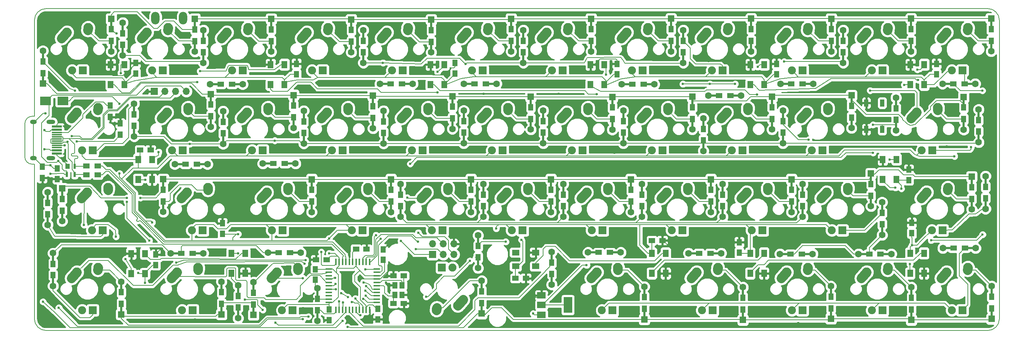
<source format=gbr>
%TF.GenerationSoftware,KiCad,Pcbnew,(5.0.0)*%
%TF.CreationDate,2018-08-30T21:22:28+03:00*%
%TF.ProjectId,cpm43,63706D34332E6B696361645F70636200,rev?*%
%TF.SameCoordinates,Original*%
%TF.FileFunction,Copper,L2,Bot,Signal*%
%TF.FilePolarity,Positive*%
%FSLAX46Y46*%
G04 Gerber Fmt 4.6, Leading zero omitted, Abs format (unit mm)*
G04 Created by KiCad (PCBNEW (5.0.0)) date 08/30/18 21:22:28*
%MOMM*%
%LPD*%
G01*
G04 APERTURE LIST*
%TA.AperFunction,NonConductor*%
%ADD10C,0.200000*%
%TD*%
%TA.AperFunction,ComponentPad*%
%ADD11O,2.000000X3.000000*%
%TD*%
%TA.AperFunction,SMDPad,CuDef*%
%ADD12R,1.000000X1.700000*%
%TD*%
%TA.AperFunction,ComponentPad*%
%ADD13O,1.700000X1.700000*%
%TD*%
%TA.AperFunction,ComponentPad*%
%ADD14R,1.700000X1.700000*%
%TD*%
%TA.AperFunction,SMDPad,CuDef*%
%ADD15R,1.300000X1.500000*%
%TD*%
%TA.AperFunction,SMDPad,CuDef*%
%ADD16R,1.400000X1.800000*%
%TD*%
%TA.AperFunction,SMDPad,CuDef*%
%ADD17R,2.000000X1.500000*%
%TD*%
%TA.AperFunction,SMDPad,CuDef*%
%ADD18R,2.000000X3.800000*%
%TD*%
%TA.AperFunction,SMDPad,CuDef*%
%ADD19R,1.250000X1.500000*%
%TD*%
%TA.AperFunction,SMDPad,CuDef*%
%ADD20R,1.500000X1.250000*%
%TD*%
%TA.AperFunction,Conductor*%
%ADD21R,0.500000X2.900000*%
%TD*%
%TA.AperFunction,SMDPad,CuDef*%
%ADD22R,1.200000X1.600000*%
%TD*%
%TA.AperFunction,ComponentPad*%
%ADD23C,1.600000*%
%TD*%
%TA.AperFunction,ComponentPad*%
%ADD24R,1.600000X1.600000*%
%TD*%
%TA.AperFunction,SMDPad,CuDef*%
%ADD25R,1.800000X1.400000*%
%TD*%
%TA.AperFunction,ComponentPad*%
%ADD26R,1.905000X1.905000*%
%TD*%
%TA.AperFunction,ComponentPad*%
%ADD27C,1.905000*%
%TD*%
%TA.AperFunction,ComponentPad*%
%ADD28C,2.250000*%
%TD*%
%TA.AperFunction,Conductor*%
%ADD29C,2.250000*%
%TD*%
%TA.AperFunction,SMDPad,CuDef*%
%ADD30R,1.200000X1.500000*%
%TD*%
%TA.AperFunction,Conductor*%
%ADD31R,2.900000X0.500000*%
%TD*%
%TA.AperFunction,SMDPad,CuDef*%
%ADD32R,1.500000X1.200000*%
%TD*%
%TA.AperFunction,SMDPad,CuDef*%
%ADD33R,1.524000X0.406400*%
%TD*%
%TA.AperFunction,SMDPad,CuDef*%
%ADD34R,0.406400X1.524000*%
%TD*%
%TA.AperFunction,SMDPad,CuDef*%
%ADD35R,1.000000X1.200000*%
%TD*%
%TA.AperFunction,SMDPad,CuDef*%
%ADD36R,0.600000X1.200000*%
%TD*%
%TA.AperFunction,ComponentPad*%
%ADD37O,1.600000X1.000000*%
%TD*%
%TA.AperFunction,ComponentPad*%
%ADD38O,2.100000X1.000000*%
%TD*%
%TA.AperFunction,SMDPad,CuDef*%
%ADD39R,2.450000X0.300000*%
%TD*%
%TA.AperFunction,SMDPad,CuDef*%
%ADD40R,2.450000X0.600000*%
%TD*%
%TA.AperFunction,SMDPad,CuDef*%
%ADD41R,2.650000X2.030000*%
%TD*%
%TA.AperFunction,SMDPad,CuDef*%
%ADD42R,1.500000X1.300000*%
%TD*%
%TA.AperFunction,ViaPad*%
%ADD43C,0.600000*%
%TD*%
%TA.AperFunction,Conductor*%
%ADD44C,0.203200*%
%TD*%
%TA.AperFunction,Conductor*%
%ADD45C,0.250000*%
%TD*%
%TA.AperFunction,Conductor*%
%ADD46C,0.127000*%
%TD*%
%TA.AperFunction,Conductor*%
%ADD47C,0.200000*%
%TD*%
%TA.AperFunction,Conductor*%
%ADD48C,0.254000*%
%TD*%
G04 APERTURE END LIST*
D10*
X33274000Y-97282000D02*
X32766000Y-97282000D01*
X32766000Y-85852000D02*
X33274000Y-85852000D01*
X33274000Y-62992000D02*
X33274000Y-85852000D01*
X33274000Y-97282000D02*
X33274000Y-134112000D01*
X30988000Y-87630000D02*
X30988000Y-95504000D01*
X30988000Y-87630000D02*
G75*
G02X32766000Y-85852000I1778000J0D01*
G01*
X32766000Y-97282000D02*
G75*
G02X30988000Y-95504000I0J1778000D01*
G01*
X36068000Y-60198000D02*
X260350000Y-60198000D01*
X260350000Y-136906000D02*
X36068000Y-136906000D01*
X263144000Y-62992000D02*
X263144000Y-134112000D01*
X260350000Y-60198000D02*
G75*
G02X263144000Y-62992000I0J-2794000D01*
G01*
X263144000Y-134112000D02*
G75*
G02X260350000Y-136906000I-2794000J0D01*
G01*
X36068000Y-136906000D02*
G75*
G02X33274000Y-134112000I0J2794000D01*
G01*
X33274000Y-62992000D02*
G75*
G02X36068000Y-60198000I2794000J0D01*
G01*
D11*
%TO.P,P?,1*%
%TO.N,N/C*%
X68707000Y-62484000D03*
%TD*%
D12*
%TO.P,SW1,1*%
%TO.N,GND*%
X231424400Y-82702000D03*
X231424400Y-89002000D03*
%TO.P,SW1,2*%
%TO.N,RST*%
X235224400Y-82702000D03*
X235224400Y-89002000D03*
%TD*%
D13*
%TO.P,SPI1,6*%
%TO.N,GND*%
X133197600Y-116255800D03*
%TO.P,SPI1,5*%
%TO.N,RST*%
X133197600Y-118795800D03*
%TO.P,SPI1,4*%
%TO.N,MOSI*%
X130657600Y-116255800D03*
%TO.P,SPI1,3*%
%TO.N,SCK*%
X130657600Y-118795800D03*
%TO.P,SPI1,2*%
%TO.N,+5V*%
X128117600Y-116255800D03*
D14*
%TO.P,SPI1,1*%
%TO.N,MISO*%
X128117600Y-118795800D03*
%TD*%
D15*
%TO.P,X1,1*%
%TO.N,Net-(U1-Pad17)*%
X119165000Y-128404000D03*
%TO.P,X1,2*%
%TO.N,GND*%
X119165000Y-126104000D03*
X120865000Y-128404000D03*
%TO.P,X1,3*%
%TO.N,Net-(U1-Pad16)*%
X120865000Y-126104000D03*
%TD*%
D16*
%TO.P,LED7,1*%
%TO.N,+5V*%
X169036000Y-78346000D03*
%TO.P,LED7,2*%
%TO.N,Net-(LED7-Pad2)*%
X165736000Y-78346000D03*
%TO.P,LED7,3*%
%TO.N,GND*%
X165736000Y-73546000D03*
%TO.P,LED7,4*%
%TO.N,Net-(LED6-Pad2)*%
X169036000Y-73546000D03*
%TD*%
D17*
%TO.P,Q1,1*%
%TO.N,Net-(NPNR1-Pad2)*%
X154045520Y-133130320D03*
%TO.P,Q1,3*%
%TO.N,GND*%
X154045520Y-128530320D03*
%TO.P,Q1,2*%
%TO.N,LEDGND*%
X154045520Y-130830320D03*
D18*
X160345520Y-130830320D03*
%TD*%
D19*
%TO.P,C1,1*%
%TO.N,+5V*%
X100203000Y-122321000D03*
%TO.P,C1,2*%
%TO.N,GND*%
X100203000Y-124821000D03*
%TD*%
%TO.P,C2,2*%
%TO.N,GND*%
X116385340Y-117555960D03*
%TO.P,C2,1*%
%TO.N,+5V*%
X116385340Y-120055960D03*
%TD*%
%TO.P,C3,1*%
%TO.N,+5V*%
X115049300Y-131744400D03*
%TO.P,C3,2*%
%TO.N,GND*%
X115049300Y-134244400D03*
%TD*%
D20*
%TO.P,C4,2*%
%TO.N,GND*%
X100350000Y-120015000D03*
%TO.P,C4,1*%
%TO.N,+5V*%
X102850000Y-120015000D03*
%TD*%
D19*
%TO.P,C5,2*%
%TO.N,GND*%
X103444040Y-134437440D03*
%TO.P,C5,1*%
%TO.N,+5V*%
X103444040Y-131937440D03*
%TD*%
D20*
%TO.P,C6,2*%
%TO.N,Net-(C6-Pad2)*%
X109875000Y-117475000D03*
%TO.P,C6,1*%
%TO.N,GND*%
X112375000Y-117475000D03*
%TD*%
D19*
%TO.P,C7,2*%
%TO.N,Net-(C7-Pad2)*%
X38735000Y-98318000D03*
%TO.P,C7,1*%
%TO.N,GND*%
X38735000Y-100818000D03*
%TD*%
%TO.P,C9,2*%
%TO.N,GND*%
X78079600Y-111348200D03*
%TO.P,C9,1*%
%TO.N,+5V*%
X78079600Y-113848200D03*
%TD*%
%TO.P,C10,1*%
%TO.N,+5V*%
X62179200Y-121290400D03*
%TO.P,C10,2*%
%TO.N,GND*%
X62179200Y-118790400D03*
%TD*%
D20*
%TO.P,C11,2*%
%TO.N,GND*%
X60940000Y-93853000D03*
%TO.P,C11,1*%
%TO.N,+5V*%
X58440000Y-93853000D03*
%TD*%
D19*
%TO.P,C12,1*%
%TO.N,+5V*%
X57404000Y-75672000D03*
%TO.P,C12,2*%
%TO.N,GND*%
X57404000Y-73172000D03*
%TD*%
%TO.P,C13,2*%
%TO.N,GND*%
X95694500Y-73362500D03*
%TO.P,C13,1*%
%TO.N,+5V*%
X95694500Y-75862500D03*
%TD*%
%TO.P,C14,1*%
%TO.N,+5V*%
X133477000Y-75672000D03*
%TO.P,C14,2*%
%TO.N,GND*%
X133477000Y-73172000D03*
%TD*%
%TO.P,C15,1*%
%TO.N,+5V*%
X172085000Y-75862500D03*
%TO.P,C15,2*%
%TO.N,GND*%
X172085000Y-73362500D03*
%TD*%
%TO.P,C16,1*%
%TO.N,+5V*%
X210058000Y-75862500D03*
%TO.P,C16,2*%
%TO.N,GND*%
X210058000Y-73362500D03*
%TD*%
%TO.P,C17,2*%
%TO.N,GND*%
X248158000Y-73362500D03*
%TO.P,C17,1*%
%TO.N,+5V*%
X248158000Y-75862500D03*
%TD*%
%TO.P,C18,2*%
%TO.N,GND*%
X241554000Y-98572000D03*
%TO.P,C18,1*%
%TO.N,+5V*%
X241554000Y-101072000D03*
%TD*%
%TO.P,C19,2*%
%TO.N,GND*%
X242265200Y-111221200D03*
%TO.P,C19,1*%
%TO.N,+5V*%
X242265200Y-113721200D03*
%TD*%
%TO.P,C20,1*%
%TO.N,+5V*%
X201168000Y-118364000D03*
%TO.P,C20,2*%
%TO.N,GND*%
X201168000Y-115864000D03*
%TD*%
D20*
%TO.P,C21,2*%
%TO.N,GND*%
X182860000Y-115443000D03*
%TO.P,C21,1*%
%TO.N,+5V*%
X180360000Y-115443000D03*
%TD*%
%TO.P,C22,1*%
%TO.N,+5V*%
X147848000Y-124460000D03*
%TO.P,C22,2*%
%TO.N,GND*%
X150348000Y-124460000D03*
%TD*%
D21*
%TO.N,Net-(D1-Pad2)*%
%TO.C,D1*%
X51562000Y-69022600D03*
D22*
%TD*%
%TO.P,D1,2*%
%TO.N,Net-(D1-Pad2)*%
X51562000Y-67922600D03*
%TO.P,D1,1*%
%TO.N,ROW0*%
X51562000Y-65122600D03*
D21*
%TD*%
%TO.N,ROW0*%
%TO.C,D1*%
X51562000Y-64022600D03*
D23*
%TO.P,D1,2*%
%TO.N,Net-(D1-Pad2)*%
X51562000Y-70422600D03*
D24*
%TO.P,D1,1*%
%TO.N,ROW0*%
X51562000Y-62622600D03*
%TD*%
%TO.P,D2,1*%
%TO.N,ROW0*%
X71501000Y-62648000D03*
D23*
%TO.P,D2,2*%
%TO.N,Net-(D2-Pad2)*%
X71501000Y-70448000D03*
D21*
%TD*%
%TO.N,ROW0*%
%TO.C,D2*%
X71501000Y-64048000D03*
D22*
%TO.P,D2,1*%
%TO.N,ROW0*%
X71501000Y-65148000D03*
%TO.P,D2,2*%
%TO.N,Net-(D2-Pad2)*%
X71501000Y-67948000D03*
D21*
%TD*%
%TO.N,Net-(D2-Pad2)*%
%TO.C,D2*%
X71501000Y-69048000D03*
%TO.N,Net-(D3-Pad2)*%
%TO.C,D3*%
X89687400Y-69048000D03*
D22*
%TD*%
%TO.P,D3,2*%
%TO.N,Net-(D3-Pad2)*%
X89687400Y-67948000D03*
%TO.P,D3,1*%
%TO.N,ROW0*%
X89687400Y-65148000D03*
D21*
%TD*%
%TO.N,ROW0*%
%TO.C,D3*%
X89687400Y-64048000D03*
D23*
%TO.P,D3,2*%
%TO.N,Net-(D3-Pad2)*%
X89687400Y-70448000D03*
D24*
%TO.P,D3,1*%
%TO.N,ROW0*%
X89687400Y-62648000D03*
%TD*%
%TO.P,D4,1*%
%TO.N,ROW0*%
X108762800Y-62800400D03*
D23*
%TO.P,D4,2*%
%TO.N,Net-(D4-Pad2)*%
X108762800Y-70600400D03*
D21*
%TD*%
%TO.N,ROW0*%
%TO.C,D4*%
X108762800Y-64200400D03*
D22*
%TO.P,D4,1*%
%TO.N,ROW0*%
X108762800Y-65300400D03*
%TO.P,D4,2*%
%TO.N,Net-(D4-Pad2)*%
X108762800Y-68100400D03*
D21*
%TD*%
%TO.N,Net-(D4-Pad2)*%
%TO.C,D4*%
X108762800Y-69200400D03*
%TO.N,Net-(D5-Pad2)*%
%TO.C,D5*%
X127812800Y-69225800D03*
D22*
%TD*%
%TO.P,D5,2*%
%TO.N,Net-(D5-Pad2)*%
X127812800Y-68125800D03*
%TO.P,D5,1*%
%TO.N,ROW0*%
X127812800Y-65325800D03*
D21*
%TD*%
%TO.N,ROW0*%
%TO.C,D5*%
X127812800Y-64225800D03*
D23*
%TO.P,D5,2*%
%TO.N,Net-(D5-Pad2)*%
X127812800Y-70625800D03*
D24*
%TO.P,D5,1*%
%TO.N,ROW0*%
X127812800Y-62825800D03*
%TD*%
D21*
%TO.N,Net-(D6-Pad2)*%
%TO.C,D6*%
X146837400Y-69022600D03*
D22*
%TD*%
%TO.P,D6,2*%
%TO.N,Net-(D6-Pad2)*%
X146837400Y-67922600D03*
%TO.P,D6,1*%
%TO.N,ROW0*%
X146837400Y-65122600D03*
D21*
%TD*%
%TO.N,ROW0*%
%TO.C,D6*%
X146837400Y-64022600D03*
D23*
%TO.P,D6,2*%
%TO.N,Net-(D6-Pad2)*%
X146837400Y-70422600D03*
D24*
%TO.P,D6,1*%
%TO.N,ROW0*%
X146837400Y-62622600D03*
%TD*%
D21*
%TO.N,Net-(D7-Pad2)*%
%TO.C,D7*%
X165887400Y-69022600D03*
D22*
%TD*%
%TO.P,D7,2*%
%TO.N,Net-(D7-Pad2)*%
X165887400Y-67922600D03*
%TO.P,D7,1*%
%TO.N,ROW0*%
X165887400Y-65122600D03*
D21*
%TD*%
%TO.N,ROW0*%
%TO.C,D7*%
X165887400Y-64022600D03*
D23*
%TO.P,D7,2*%
%TO.N,Net-(D7-Pad2)*%
X165887400Y-70422600D03*
D24*
%TO.P,D7,1*%
%TO.N,ROW0*%
X165887400Y-62622600D03*
%TD*%
D21*
%TO.N,Net-(D8-Pad2)*%
%TO.C,D8*%
X184937400Y-68997200D03*
D22*
%TD*%
%TO.P,D8,2*%
%TO.N,Net-(D8-Pad2)*%
X184937400Y-67897200D03*
%TO.P,D8,1*%
%TO.N,ROW0*%
X184937400Y-65097200D03*
D21*
%TD*%
%TO.N,ROW0*%
%TO.C,D8*%
X184937400Y-63997200D03*
D23*
%TO.P,D8,2*%
%TO.N,Net-(D8-Pad2)*%
X184937400Y-70397200D03*
D24*
%TO.P,D8,1*%
%TO.N,ROW0*%
X184937400Y-62597200D03*
%TD*%
D21*
%TO.N,Net-(D9-Pad2)*%
%TO.C,D9*%
X204012800Y-68997200D03*
D22*
%TD*%
%TO.P,D9,2*%
%TO.N,Net-(D9-Pad2)*%
X204012800Y-67897200D03*
%TO.P,D9,1*%
%TO.N,ROW0*%
X204012800Y-65097200D03*
D21*
%TD*%
%TO.N,ROW0*%
%TO.C,D9*%
X204012800Y-63997200D03*
D23*
%TO.P,D9,2*%
%TO.N,Net-(D9-Pad2)*%
X204012800Y-70397200D03*
D24*
%TO.P,D9,1*%
%TO.N,ROW0*%
X204012800Y-62597200D03*
%TD*%
D21*
%TO.N,Net-(D10-Pad2)*%
%TO.C,D10*%
X223088200Y-69022600D03*
D22*
%TD*%
%TO.P,D10,2*%
%TO.N,Net-(D10-Pad2)*%
X223088200Y-67922600D03*
%TO.P,D10,1*%
%TO.N,ROW0*%
X223088200Y-65122600D03*
D21*
%TD*%
%TO.N,ROW0*%
%TO.C,D10*%
X223088200Y-64022600D03*
D23*
%TO.P,D10,2*%
%TO.N,Net-(D10-Pad2)*%
X223088200Y-70422600D03*
D24*
%TO.P,D10,1*%
%TO.N,ROW0*%
X223088200Y-62622600D03*
%TD*%
D21*
%TO.N,Net-(D11-Pad2)*%
%TO.C,D11*%
X242112800Y-68997200D03*
D22*
%TD*%
%TO.P,D11,2*%
%TO.N,Net-(D11-Pad2)*%
X242112800Y-67897200D03*
%TO.P,D11,1*%
%TO.N,ROW0*%
X242112800Y-65097200D03*
D21*
%TD*%
%TO.N,ROW0*%
%TO.C,D11*%
X242112800Y-63997200D03*
D23*
%TO.P,D11,2*%
%TO.N,Net-(D11-Pad2)*%
X242112800Y-70397200D03*
D24*
%TO.P,D11,1*%
%TO.N,ROW0*%
X242112800Y-62597200D03*
%TD*%
D21*
%TO.N,Net-(D12-Pad2)*%
%TO.C,D12*%
X261175500Y-68984500D03*
D22*
%TD*%
%TO.P,D12,2*%
%TO.N,Net-(D12-Pad2)*%
X261175500Y-67884500D03*
%TO.P,D12,1*%
%TO.N,ROW0*%
X261175500Y-65084500D03*
D21*
%TD*%
%TO.N,ROW0*%
%TO.C,D12*%
X261175500Y-63984500D03*
D23*
%TO.P,D12,2*%
%TO.N,Net-(D12-Pad2)*%
X261175500Y-70384500D03*
D24*
%TO.P,D12,1*%
%TO.N,ROW0*%
X261175500Y-62584500D03*
%TD*%
D21*
%TO.N,Net-(D13-Pad2)*%
%TO.C,D13*%
X35306000Y-71668000D03*
D22*
%TD*%
%TO.P,D13,2*%
%TO.N,Net-(D13-Pad2)*%
X35306000Y-72768000D03*
%TO.P,D13,1*%
%TO.N,ROW1*%
X35306000Y-75568000D03*
D21*
%TD*%
%TO.N,ROW1*%
%TO.C,D13*%
X35306000Y-76668000D03*
D23*
%TO.P,D13,2*%
%TO.N,Net-(D13-Pad2)*%
X35306000Y-70268000D03*
D24*
%TO.P,D13,1*%
%TO.N,ROW1*%
X35306000Y-78068000D03*
%TD*%
D21*
%TO.N,Net-(D14-Pad2)*%
%TO.C,D14*%
X75311000Y-86955000D03*
D22*
%TD*%
%TO.P,D14,2*%
%TO.N,Net-(D14-Pad2)*%
X75311000Y-85855000D03*
%TO.P,D14,1*%
%TO.N,ROW1*%
X75311000Y-83055000D03*
D21*
%TD*%
%TO.N,ROW1*%
%TO.C,D14*%
X75311000Y-81955000D03*
D23*
%TO.P,D14,2*%
%TO.N,Net-(D14-Pad2)*%
X75311000Y-88355000D03*
D24*
%TO.P,D14,1*%
%TO.N,ROW1*%
X75311000Y-80555000D03*
%TD*%
D21*
%TO.N,Net-(D15-Pad2)*%
%TO.C,D15*%
X94996000Y-87209000D03*
D22*
%TD*%
%TO.P,D15,2*%
%TO.N,Net-(D15-Pad2)*%
X94996000Y-86109000D03*
%TO.P,D15,1*%
%TO.N,ROW1*%
X94996000Y-83309000D03*
D21*
%TD*%
%TO.N,ROW1*%
%TO.C,D15*%
X94996000Y-82209000D03*
D23*
%TO.P,D15,2*%
%TO.N,Net-(D15-Pad2)*%
X94996000Y-88609000D03*
D24*
%TO.P,D15,1*%
%TO.N,ROW1*%
X94996000Y-80809000D03*
%TD*%
D21*
%TO.N,Net-(D16-Pad2)*%
%TO.C,D16*%
X113919000Y-87336000D03*
D22*
%TD*%
%TO.P,D16,2*%
%TO.N,Net-(D16-Pad2)*%
X113919000Y-86236000D03*
%TO.P,D16,1*%
%TO.N,ROW1*%
X113919000Y-83436000D03*
D21*
%TD*%
%TO.N,ROW1*%
%TO.C,D16*%
X113919000Y-82336000D03*
D23*
%TO.P,D16,2*%
%TO.N,Net-(D16-Pad2)*%
X113919000Y-88736000D03*
D24*
%TO.P,D16,1*%
%TO.N,ROW1*%
X113919000Y-80936000D03*
%TD*%
D21*
%TO.N,Net-(D17-Pad2)*%
%TO.C,D17*%
X132842000Y-87463000D03*
D22*
%TD*%
%TO.P,D17,2*%
%TO.N,Net-(D17-Pad2)*%
X132842000Y-86363000D03*
%TO.P,D17,1*%
%TO.N,ROW1*%
X132842000Y-83563000D03*
D21*
%TD*%
%TO.N,ROW1*%
%TO.C,D17*%
X132842000Y-82463000D03*
D23*
%TO.P,D17,2*%
%TO.N,Net-(D17-Pad2)*%
X132842000Y-88863000D03*
D24*
%TO.P,D17,1*%
%TO.N,ROW1*%
X132842000Y-81063000D03*
%TD*%
D21*
%TO.N,Net-(D18-Pad2)*%
%TO.C,D18*%
X151511000Y-87590000D03*
D22*
%TD*%
%TO.P,D18,2*%
%TO.N,Net-(D18-Pad2)*%
X151511000Y-86490000D03*
%TO.P,D18,1*%
%TO.N,ROW1*%
X151511000Y-83690000D03*
D21*
%TD*%
%TO.N,ROW1*%
%TO.C,D18*%
X151511000Y-82590000D03*
D23*
%TO.P,D18,2*%
%TO.N,Net-(D18-Pad2)*%
X151511000Y-88990000D03*
D24*
%TO.P,D18,1*%
%TO.N,ROW1*%
X151511000Y-81190000D03*
%TD*%
%TO.P,D19,1*%
%TO.N,ROW1*%
X170942000Y-81253500D03*
D23*
%TO.P,D19,2*%
%TO.N,Net-(D19-Pad2)*%
X170942000Y-89053500D03*
D21*
%TD*%
%TO.N,ROW1*%
%TO.C,D19*%
X170942000Y-82653500D03*
D22*
%TO.P,D19,1*%
%TO.N,ROW1*%
X170942000Y-83753500D03*
%TO.P,D19,2*%
%TO.N,Net-(D19-Pad2)*%
X170942000Y-86553500D03*
D21*
%TD*%
%TO.N,Net-(D19-Pad2)*%
%TO.C,D19*%
X170942000Y-87653500D03*
%TO.N,Net-(D20-Pad2)*%
%TO.C,D20*%
X189992000Y-87590000D03*
D22*
%TD*%
%TO.P,D20,2*%
%TO.N,Net-(D20-Pad2)*%
X189992000Y-86490000D03*
%TO.P,D20,1*%
%TO.N,ROW1*%
X189992000Y-83690000D03*
D21*
%TD*%
%TO.N,ROW1*%
%TO.C,D20*%
X189992000Y-82590000D03*
D23*
%TO.P,D20,2*%
%TO.N,Net-(D20-Pad2)*%
X189992000Y-88990000D03*
D24*
%TO.P,D20,1*%
%TO.N,ROW1*%
X189992000Y-81190000D03*
%TD*%
D21*
%TO.N,Net-(D21-Pad2)*%
%TO.C,D21*%
X208978500Y-87590000D03*
D22*
%TD*%
%TO.P,D21,2*%
%TO.N,Net-(D21-Pad2)*%
X208978500Y-86490000D03*
%TO.P,D21,1*%
%TO.N,ROW1*%
X208978500Y-83690000D03*
D21*
%TD*%
%TO.N,ROW1*%
%TO.C,D21*%
X208978500Y-82590000D03*
D23*
%TO.P,D21,2*%
%TO.N,Net-(D21-Pad2)*%
X208978500Y-88990000D03*
D24*
%TO.P,D21,1*%
%TO.N,ROW1*%
X208978500Y-81190000D03*
%TD*%
D21*
%TO.N,Net-(D22-Pad2)*%
%TO.C,D22*%
X227901500Y-87272500D03*
D22*
%TD*%
%TO.P,D22,2*%
%TO.N,Net-(D22-Pad2)*%
X227901500Y-86172500D03*
%TO.P,D22,1*%
%TO.N,ROW1*%
X227901500Y-83372500D03*
D21*
%TD*%
%TO.N,ROW1*%
%TO.C,D22*%
X227901500Y-82272500D03*
D23*
%TO.P,D22,2*%
%TO.N,Net-(D22-Pad2)*%
X227901500Y-88672500D03*
D24*
%TO.P,D22,1*%
%TO.N,ROW1*%
X227901500Y-80872500D03*
%TD*%
D21*
%TO.N,Net-(D23-Pad2)*%
%TO.C,D23*%
X254635000Y-87653500D03*
D22*
%TD*%
%TO.P,D23,2*%
%TO.N,Net-(D23-Pad2)*%
X254635000Y-86553500D03*
%TO.P,D23,1*%
%TO.N,ROW1*%
X254635000Y-83753500D03*
D21*
%TD*%
%TO.N,ROW1*%
%TO.C,D23*%
X254635000Y-82653500D03*
D23*
%TO.P,D23,2*%
%TO.N,Net-(D23-Pad2)*%
X254635000Y-89053500D03*
D24*
%TO.P,D23,1*%
%TO.N,ROW1*%
X254635000Y-81253500D03*
%TD*%
D21*
%TO.N,Net-(D24-Pad2)*%
%TO.C,D24*%
X39878000Y-109434000D03*
D22*
%TD*%
%TO.P,D24,2*%
%TO.N,Net-(D24-Pad2)*%
X39878000Y-108334000D03*
%TO.P,D24,1*%
%TO.N,ROW2*%
X39878000Y-105534000D03*
D21*
%TD*%
%TO.N,ROW2*%
%TO.C,D24*%
X39878000Y-104434000D03*
D23*
%TO.P,D24,2*%
%TO.N,Net-(D24-Pad2)*%
X39878000Y-110834000D03*
D24*
%TO.P,D24,1*%
%TO.N,ROW2*%
X39878000Y-103034000D03*
%TD*%
%TO.P,D25,1*%
%TO.N,ROW2*%
X63982600Y-100836900D03*
D23*
%TO.P,D25,2*%
%TO.N,Net-(D25-Pad2)*%
X63982600Y-108636900D03*
D21*
%TD*%
%TO.N,ROW2*%
%TO.C,D25*%
X63982600Y-102236900D03*
D22*
%TO.P,D25,1*%
%TO.N,ROW2*%
X63982600Y-103336900D03*
%TO.P,D25,2*%
%TO.N,Net-(D25-Pad2)*%
X63982600Y-106136900D03*
D21*
%TD*%
%TO.N,Net-(D25-Pad2)*%
%TO.C,D25*%
X63982600Y-107236900D03*
D24*
%TO.P,D26,1*%
%TO.N,ROW2*%
X99314000Y-100875000D03*
D23*
%TO.P,D26,2*%
%TO.N,Net-(D26-Pad2)*%
X99314000Y-108675000D03*
D21*
%TD*%
%TO.N,ROW2*%
%TO.C,D26*%
X99314000Y-102275000D03*
D22*
%TO.P,D26,1*%
%TO.N,ROW2*%
X99314000Y-103375000D03*
%TO.P,D26,2*%
%TO.N,Net-(D26-Pad2)*%
X99314000Y-106175000D03*
D21*
%TD*%
%TO.N,Net-(D26-Pad2)*%
%TO.C,D26*%
X99314000Y-107275000D03*
D24*
%TO.P,D27,1*%
%TO.N,ROW2*%
X118237000Y-100875000D03*
D23*
%TO.P,D27,2*%
%TO.N,Net-(D27-Pad2)*%
X118237000Y-108675000D03*
D21*
%TD*%
%TO.N,ROW2*%
%TO.C,D27*%
X118237000Y-102275000D03*
D22*
%TO.P,D27,1*%
%TO.N,ROW2*%
X118237000Y-103375000D03*
%TO.P,D27,2*%
%TO.N,Net-(D27-Pad2)*%
X118237000Y-106175000D03*
D21*
%TD*%
%TO.N,Net-(D27-Pad2)*%
%TO.C,D27*%
X118237000Y-107275000D03*
D24*
%TO.P,D28,1*%
%TO.N,ROW2*%
X137287000Y-100875000D03*
D23*
%TO.P,D28,2*%
%TO.N,Net-(D28-Pad2)*%
X137287000Y-108675000D03*
D21*
%TD*%
%TO.N,ROW2*%
%TO.C,D28*%
X137287000Y-102275000D03*
D22*
%TO.P,D28,1*%
%TO.N,ROW2*%
X137287000Y-103375000D03*
%TO.P,D28,2*%
%TO.N,Net-(D28-Pad2)*%
X137287000Y-106175000D03*
D21*
%TD*%
%TO.N,Net-(D28-Pad2)*%
%TO.C,D28*%
X137287000Y-107275000D03*
D24*
%TO.P,D29,1*%
%TO.N,ROW2*%
X156337000Y-100875000D03*
D23*
%TO.P,D29,2*%
%TO.N,Net-(D29-Pad2)*%
X156337000Y-108675000D03*
D21*
%TD*%
%TO.N,ROW2*%
%TO.C,D29*%
X156337000Y-102275000D03*
D22*
%TO.P,D29,1*%
%TO.N,ROW2*%
X156337000Y-103375000D03*
%TO.P,D29,2*%
%TO.N,Net-(D29-Pad2)*%
X156337000Y-106175000D03*
D21*
%TD*%
%TO.N,Net-(D29-Pad2)*%
%TO.C,D29*%
X156337000Y-107275000D03*
%TO.N,Net-(D30-Pad2)*%
%TO.C,D30*%
X175387000Y-107275000D03*
D22*
%TD*%
%TO.P,D30,2*%
%TO.N,Net-(D30-Pad2)*%
X175387000Y-106175000D03*
%TO.P,D30,1*%
%TO.N,ROW2*%
X175387000Y-103375000D03*
D21*
%TD*%
%TO.N,ROW2*%
%TO.C,D30*%
X175387000Y-102275000D03*
D23*
%TO.P,D30,2*%
%TO.N,Net-(D30-Pad2)*%
X175387000Y-108675000D03*
D24*
%TO.P,D30,1*%
%TO.N,ROW2*%
X175387000Y-100875000D03*
%TD*%
%TO.P,D31,1*%
%TO.N,ROW2*%
X194437000Y-100875000D03*
D23*
%TO.P,D31,2*%
%TO.N,Net-(D31-Pad2)*%
X194437000Y-108675000D03*
D21*
%TD*%
%TO.N,ROW2*%
%TO.C,D31*%
X194437000Y-102275000D03*
D22*
%TO.P,D31,1*%
%TO.N,ROW2*%
X194437000Y-103375000D03*
%TO.P,D31,2*%
%TO.N,Net-(D31-Pad2)*%
X194437000Y-106175000D03*
D21*
%TD*%
%TO.N,Net-(D31-Pad2)*%
%TO.C,D31*%
X194437000Y-107275000D03*
D24*
%TO.P,D32,1*%
%TO.N,ROW2*%
X213614000Y-100875000D03*
D23*
%TO.P,D32,2*%
%TO.N,Net-(D32-Pad2)*%
X213614000Y-108675000D03*
D21*
%TD*%
%TO.N,ROW2*%
%TO.C,D32*%
X213614000Y-102275000D03*
D22*
%TO.P,D32,1*%
%TO.N,ROW2*%
X213614000Y-103375000D03*
%TO.P,D32,2*%
%TO.N,Net-(D32-Pad2)*%
X213614000Y-106175000D03*
D21*
%TD*%
%TO.N,Net-(D32-Pad2)*%
%TO.C,D32*%
X213614000Y-107275000D03*
D24*
%TO.P,D33,1*%
%TO.N,ROW2*%
X232537000Y-99478000D03*
D23*
%TO.P,D33,2*%
%TO.N,Net-(D33-Pad2)*%
X232537000Y-107278000D03*
D21*
%TD*%
%TO.N,ROW2*%
%TO.C,D33*%
X232537000Y-100878000D03*
D22*
%TO.P,D33,1*%
%TO.N,ROW2*%
X232537000Y-101978000D03*
%TO.P,D33,2*%
%TO.N,Net-(D33-Pad2)*%
X232537000Y-104778000D03*
D21*
%TD*%
%TO.N,Net-(D33-Pad2)*%
%TO.C,D33*%
X232537000Y-105878000D03*
D24*
%TO.P,D34,1*%
%TO.N,ROW2*%
X256540000Y-100240000D03*
D23*
%TO.P,D34,2*%
%TO.N,Net-(D34-Pad2)*%
X256540000Y-108040000D03*
D21*
%TD*%
%TO.N,ROW2*%
%TO.C,D34*%
X256540000Y-101640000D03*
D22*
%TO.P,D34,1*%
%TO.N,ROW2*%
X256540000Y-102740000D03*
%TO.P,D34,2*%
%TO.N,Net-(D34-Pad2)*%
X256540000Y-105540000D03*
D21*
%TD*%
%TO.N,Net-(D34-Pad2)*%
%TO.C,D34*%
X256540000Y-106640000D03*
D24*
%TO.P,D35,1*%
%TO.N,ROW3*%
X53975000Y-133059000D03*
D23*
%TO.P,D35,2*%
%TO.N,Net-(D35-Pad2)*%
X53975000Y-125259000D03*
D21*
%TD*%
%TO.N,ROW3*%
%TO.C,D35*%
X53975000Y-131659000D03*
D22*
%TO.P,D35,1*%
%TO.N,ROW3*%
X53975000Y-130559000D03*
%TO.P,D35,2*%
%TO.N,Net-(D35-Pad2)*%
X53975000Y-127759000D03*
D21*
%TD*%
%TO.N,Net-(D35-Pad2)*%
%TO.C,D35*%
X53975000Y-126659000D03*
D24*
%TO.P,D36,1*%
%TO.N,ROW3*%
X77851000Y-133059000D03*
D23*
%TO.P,D36,2*%
%TO.N,Net-(D36-Pad2)*%
X77851000Y-125259000D03*
D21*
%TD*%
%TO.N,ROW3*%
%TO.C,D36*%
X77851000Y-131659000D03*
D22*
%TO.P,D36,1*%
%TO.N,ROW3*%
X77851000Y-130559000D03*
%TO.P,D36,2*%
%TO.N,Net-(D36-Pad2)*%
X77851000Y-127759000D03*
D21*
%TD*%
%TO.N,Net-(D36-Pad2)*%
%TO.C,D36*%
X77851000Y-126659000D03*
D24*
%TO.P,D37,1*%
%TO.N,ROW3*%
X85471000Y-133186000D03*
D23*
%TO.P,D37,2*%
%TO.N,Net-(D37-Pad2)*%
X85471000Y-125386000D03*
D21*
%TD*%
%TO.N,ROW3*%
%TO.C,D37*%
X85471000Y-131786000D03*
D22*
%TO.P,D37,1*%
%TO.N,ROW3*%
X85471000Y-130686000D03*
%TO.P,D37,2*%
%TO.N,Net-(D37-Pad2)*%
X85471000Y-127886000D03*
D21*
%TD*%
%TO.N,Net-(D37-Pad2)*%
%TO.C,D37*%
X85471000Y-126786000D03*
D24*
%TO.P,D38,1*%
%TO.N,ROW3*%
X139827000Y-132868500D03*
D23*
%TO.P,D38,2*%
%TO.N,Net-(D38-Pad2)*%
X139827000Y-125068500D03*
D21*
%TD*%
%TO.N,ROW3*%
%TO.C,D38*%
X139827000Y-131468500D03*
D22*
%TO.P,D38,1*%
%TO.N,ROW3*%
X139827000Y-130368500D03*
%TO.P,D38,2*%
%TO.N,Net-(D38-Pad2)*%
X139827000Y-127568500D03*
D21*
%TD*%
%TO.N,Net-(D38-Pad2)*%
%TO.C,D38*%
X139827000Y-126468500D03*
D24*
%TO.P,D39,1*%
%TO.N,ROW3*%
X178562000Y-134265500D03*
D23*
%TO.P,D39,2*%
%TO.N,Net-(D39-Pad2)*%
X178562000Y-126465500D03*
D21*
%TD*%
%TO.N,ROW3*%
%TO.C,D39*%
X178562000Y-132865500D03*
D22*
%TO.P,D39,1*%
%TO.N,ROW3*%
X178562000Y-131765500D03*
%TO.P,D39,2*%
%TO.N,Net-(D39-Pad2)*%
X178562000Y-128965500D03*
D21*
%TD*%
%TO.N,Net-(D39-Pad2)*%
%TO.C,D39*%
X178562000Y-127865500D03*
D24*
%TO.P,D40,1*%
%TO.N,ROW3*%
X202057000Y-134392500D03*
D23*
%TO.P,D40,2*%
%TO.N,Net-(D40-Pad2)*%
X202057000Y-126592500D03*
D21*
%TD*%
%TO.N,ROW3*%
%TO.C,D40*%
X202057000Y-132992500D03*
D22*
%TO.P,D40,1*%
%TO.N,ROW3*%
X202057000Y-131892500D03*
%TO.P,D40,2*%
%TO.N,Net-(D40-Pad2)*%
X202057000Y-129092500D03*
D21*
%TD*%
%TO.N,Net-(D40-Pad2)*%
%TO.C,D40*%
X202057000Y-127992500D03*
D24*
%TO.P,D41,1*%
%TO.N,ROW3*%
X223012000Y-134125800D03*
D23*
%TO.P,D41,2*%
%TO.N,Net-(D41-Pad2)*%
X223012000Y-126325800D03*
D21*
%TD*%
%TO.N,ROW3*%
%TO.C,D41*%
X223012000Y-132725800D03*
D22*
%TO.P,D41,1*%
%TO.N,ROW3*%
X223012000Y-131625800D03*
%TO.P,D41,2*%
%TO.N,Net-(D41-Pad2)*%
X223012000Y-128825800D03*
D21*
%TD*%
%TO.N,Net-(D41-Pad2)*%
%TO.C,D41*%
X223012000Y-127725800D03*
D24*
%TO.P,D42,1*%
%TO.N,ROW3*%
X242189000Y-134392500D03*
D23*
%TO.P,D42,2*%
%TO.N,Net-(D42-Pad2)*%
X242189000Y-126592500D03*
D21*
%TD*%
%TO.N,ROW3*%
%TO.C,D42*%
X242189000Y-132992500D03*
D22*
%TO.P,D42,1*%
%TO.N,ROW3*%
X242189000Y-131892500D03*
%TO.P,D42,2*%
%TO.N,Net-(D42-Pad2)*%
X242189000Y-129092500D03*
D21*
%TD*%
%TO.N,Net-(D42-Pad2)*%
%TO.C,D42*%
X242189000Y-127992500D03*
D24*
%TO.P,D43,1*%
%TO.N,ROW3*%
X261302500Y-134138500D03*
D23*
%TO.P,D43,2*%
%TO.N,Net-(D43-Pad2)*%
X261302500Y-126338500D03*
D21*
%TD*%
%TO.N,ROW3*%
%TO.C,D43*%
X261302500Y-132738500D03*
D22*
%TO.P,D43,1*%
%TO.N,ROW3*%
X261302500Y-131638500D03*
%TO.P,D43,2*%
%TO.N,Net-(D43-Pad2)*%
X261302500Y-128838500D03*
D21*
%TD*%
%TO.N,Net-(D43-Pad2)*%
%TO.C,D43*%
X261302500Y-127738500D03*
D16*
%TO.P,LED1,1*%
%TO.N,+5V*%
X80201500Y-118504000D03*
%TO.P,LED1,2*%
%TO.N,Net-(LED1-Pad2)*%
X83501500Y-118504000D03*
%TO.P,LED1,3*%
%TO.N,GND*%
X83501500Y-123304000D03*
%TO.P,LED1,4*%
%TO.N,Net-(LED1-Pad4)*%
X80201500Y-123304000D03*
%TD*%
%TO.P,LED2,4*%
%TO.N,Net-(LED1-Pad2)*%
X59625500Y-118567500D03*
%TO.P,LED2,3*%
%TO.N,GND*%
X56325500Y-118567500D03*
%TO.P,LED2,2*%
%TO.N,Net-(LED2-Pad2)*%
X56325500Y-123367500D03*
%TO.P,LED2,1*%
%TO.N,+5V*%
X59625500Y-123367500D03*
%TD*%
%TO.P,LED3,1*%
%TO.N,+5V*%
X57976500Y-96152000D03*
%TO.P,LED3,2*%
%TO.N,Net-(LED3-Pad2)*%
X61276500Y-96152000D03*
%TO.P,LED3,3*%
%TO.N,GND*%
X61276500Y-100952000D03*
%TO.P,LED3,4*%
%TO.N,Net-(LED2-Pad2)*%
X57976500Y-100952000D03*
%TD*%
%TO.P,LED4,4*%
%TO.N,Net-(LED3-Pad2)*%
X54736000Y-73546000D03*
%TO.P,LED4,3*%
%TO.N,GND*%
X51436000Y-73546000D03*
%TO.P,LED4,2*%
%TO.N,Net-(LED4-Pad2)*%
X51436000Y-78346000D03*
%TO.P,LED4,1*%
%TO.N,+5V*%
X54736000Y-78346000D03*
%TD*%
%TO.P,LED5,1*%
%TO.N,+5V*%
X92836000Y-78346000D03*
%TO.P,LED5,2*%
%TO.N,Net-(LED5-Pad2)*%
X89536000Y-78346000D03*
%TO.P,LED5,3*%
%TO.N,GND*%
X89536000Y-73546000D03*
%TO.P,LED5,4*%
%TO.N,Net-(LED4-Pad2)*%
X92836000Y-73546000D03*
%TD*%
%TO.P,LED6,4*%
%TO.N,Net-(LED5-Pad2)*%
X130936000Y-73546000D03*
%TO.P,LED6,3*%
%TO.N,GND*%
X127636000Y-73546000D03*
%TO.P,LED6,2*%
%TO.N,Net-(LED6-Pad2)*%
X127636000Y-78346000D03*
%TO.P,LED6,1*%
%TO.N,+5V*%
X130936000Y-78346000D03*
%TD*%
%TO.P,LED8,4*%
%TO.N,Net-(LED7-Pad2)*%
X207136000Y-73546000D03*
%TO.P,LED8,3*%
%TO.N,GND*%
X203836000Y-73546000D03*
%TO.P,LED8,2*%
%TO.N,Net-(LED8-Pad2)*%
X203836000Y-78346000D03*
%TO.P,LED8,1*%
%TO.N,+5V*%
X207136000Y-78346000D03*
%TD*%
%TO.P,LED9,1*%
%TO.N,+5V*%
X245236000Y-78346000D03*
%TO.P,LED9,2*%
%TO.N,Net-(LED10-Pad4)*%
X241936000Y-78346000D03*
%TO.P,LED9,3*%
%TO.N,GND*%
X241936000Y-73546000D03*
%TO.P,LED9,4*%
%TO.N,Net-(LED8-Pad2)*%
X245236000Y-73546000D03*
%TD*%
%TO.P,LED10,4*%
%TO.N,Net-(LED10-Pad4)*%
X238632000Y-96152000D03*
%TO.P,LED10,3*%
%TO.N,GND*%
X235332000Y-96152000D03*
%TO.P,LED10,2*%
%TO.N,Net-(LED10-Pad2)*%
X235332000Y-100952000D03*
%TO.P,LED10,1*%
%TO.N,+5V*%
X238632000Y-100952000D03*
%TD*%
%TO.P,LED11,1*%
%TO.N,+5V*%
X241872500Y-118504000D03*
%TO.P,LED11,2*%
%TO.N,Net-(LED11-Pad2)*%
X245172500Y-118504000D03*
%TO.P,LED11,3*%
%TO.N,GND*%
X245172500Y-123304000D03*
%TO.P,LED11,4*%
%TO.N,Net-(LED10-Pad2)*%
X241872500Y-123304000D03*
%TD*%
%TO.P,LED12,4*%
%TO.N,Net-(LED11-Pad2)*%
X203772500Y-123304000D03*
%TO.P,LED12,3*%
%TO.N,GND*%
X207072500Y-123304000D03*
%TO.P,LED12,2*%
%TO.N,Net-(LED12-Pad2)*%
X207072500Y-118504000D03*
%TO.P,LED12,1*%
%TO.N,+5V*%
X203772500Y-118504000D03*
%TD*%
%TO.P,LED13,1*%
%TO.N,+5V*%
X180341000Y-118504000D03*
%TO.P,LED13,2*%
%TO.N,Net-(LED13-Pad2)*%
X183641000Y-118504000D03*
%TO.P,LED13,3*%
%TO.N,GND*%
X183641000Y-123304000D03*
%TO.P,LED13,4*%
%TO.N,Net-(LED12-Pad2)*%
X180341000Y-123304000D03*
%TD*%
D25*
%TO.P,LED14,1*%
%TO.N,+5V*%
X147894340Y-121614200D03*
%TO.P,LED14,2*%
%TO.N,N/C*%
X147894340Y-118314200D03*
%TO.P,LED14,3*%
%TO.N,GND*%
X152694340Y-118314200D03*
%TO.P,LED14,4*%
%TO.N,Net-(LED13-Pad2)*%
X152694340Y-121614200D03*
%TD*%
D26*
%TO.P,MX1,4*%
%TO.N,Net-(MX1-Pad4)*%
X44789960Y-74936480D03*
D27*
%TO.P,MX1,3*%
%TO.N,+5V*%
X42249960Y-74936480D03*
D28*
%TO.P,MX1,1*%
%TO.N,COL0*%
X41019960Y-65856480D03*
X40364961Y-66586480D03*
D29*
%TD*%
%TO.N,COL0*%
%TO.C,MX1*%
X39709960Y-67316480D02*
X41019962Y-65856480D01*
D28*
%TO.P,MX1,2*%
%TO.N,Net-(D1-Pad2)*%
X46059960Y-64776480D03*
X46039960Y-65066480D03*
D29*
%TD*%
%TO.N,Net-(D1-Pad2)*%
%TO.C,MX1*%
X46019960Y-65356480D02*
X46059960Y-64776480D01*
D28*
%TO.P,MX2,2*%
%TO.N,Net-(D2-Pad2)*%
X65089960Y-65066480D03*
D29*
%TD*%
%TO.N,Net-(D2-Pad2)*%
%TO.C,MX2*%
X65069960Y-65356480D02*
X65109960Y-64776480D01*
D28*
%TO.P,MX2,2*%
%TO.N,Net-(D2-Pad2)*%
X65109960Y-64776480D03*
%TO.P,MX2,1*%
%TO.N,COL1*%
X59414961Y-66586480D03*
D29*
%TD*%
%TO.N,COL1*%
%TO.C,MX2*%
X58759960Y-67316480D02*
X60069962Y-65856480D01*
D28*
%TO.P,MX2,1*%
%TO.N,COL1*%
X60069960Y-65856480D03*
D27*
%TO.P,MX2,3*%
%TO.N,+5V*%
X61299960Y-74936480D03*
D26*
%TO.P,MX2,4*%
%TO.N,Net-(MX2-Pad4)*%
X63839960Y-74936480D03*
%TD*%
D28*
%TO.P,MX3,2*%
%TO.N,Net-(D3-Pad2)*%
X84139960Y-65066480D03*
D29*
%TD*%
%TO.N,Net-(D3-Pad2)*%
%TO.C,MX3*%
X84119960Y-65356480D02*
X84159960Y-64776480D01*
D28*
%TO.P,MX3,2*%
%TO.N,Net-(D3-Pad2)*%
X84159960Y-64776480D03*
%TO.P,MX3,1*%
%TO.N,COL2*%
X78464961Y-66586480D03*
D29*
%TD*%
%TO.N,COL2*%
%TO.C,MX3*%
X77809960Y-67316480D02*
X79119962Y-65856480D01*
D28*
%TO.P,MX3,1*%
%TO.N,COL2*%
X79119960Y-65856480D03*
D27*
%TO.P,MX3,3*%
%TO.N,+5V*%
X80349960Y-74936480D03*
D26*
%TO.P,MX3,4*%
%TO.N,Net-(MX3-Pad4)*%
X82889960Y-74936480D03*
%TD*%
%TO.P,MX4,4*%
%TO.N,Net-(MX4-Pad4)*%
X101939960Y-74936480D03*
D27*
%TO.P,MX4,3*%
%TO.N,+5V*%
X99399960Y-74936480D03*
D28*
%TO.P,MX4,1*%
%TO.N,COL3*%
X98169960Y-65856480D03*
X97514961Y-66586480D03*
D29*
%TD*%
%TO.N,COL3*%
%TO.C,MX4*%
X96859960Y-67316480D02*
X98169962Y-65856480D01*
D28*
%TO.P,MX4,2*%
%TO.N,Net-(D4-Pad2)*%
X103209960Y-64776480D03*
X103189960Y-65066480D03*
D29*
%TD*%
%TO.N,Net-(D4-Pad2)*%
%TO.C,MX4*%
X103169960Y-65356480D02*
X103209960Y-64776480D01*
D26*
%TO.P,MX5,4*%
%TO.N,Net-(MX5-Pad4)*%
X120989960Y-74936480D03*
D27*
%TO.P,MX5,3*%
%TO.N,+5V*%
X118449960Y-74936480D03*
D28*
%TO.P,MX5,1*%
%TO.N,COL4*%
X117219960Y-65856480D03*
X116564961Y-66586480D03*
D29*
%TD*%
%TO.N,COL4*%
%TO.C,MX5*%
X115909960Y-67316480D02*
X117219962Y-65856480D01*
D28*
%TO.P,MX5,2*%
%TO.N,Net-(D5-Pad2)*%
X122259960Y-64776480D03*
X122239960Y-65066480D03*
D29*
%TD*%
%TO.N,Net-(D5-Pad2)*%
%TO.C,MX5*%
X122219960Y-65356480D02*
X122259960Y-64776480D01*
D26*
%TO.P,MX6,4*%
%TO.N,Net-(MX6-Pad4)*%
X140039960Y-74936480D03*
D27*
%TO.P,MX6,3*%
%TO.N,+5V*%
X137499960Y-74936480D03*
D28*
%TO.P,MX6,1*%
%TO.N,COL5*%
X136269960Y-65856480D03*
X135614961Y-66586480D03*
D29*
%TD*%
%TO.N,COL5*%
%TO.C,MX6*%
X134959960Y-67316480D02*
X136269962Y-65856480D01*
D28*
%TO.P,MX6,2*%
%TO.N,Net-(D6-Pad2)*%
X141309960Y-64776480D03*
X141289960Y-65066480D03*
D29*
%TD*%
%TO.N,Net-(D6-Pad2)*%
%TO.C,MX6*%
X141269960Y-65356480D02*
X141309960Y-64776480D01*
D26*
%TO.P,MX7,4*%
%TO.N,Net-(MX7-Pad4)*%
X159089960Y-74936480D03*
D27*
%TO.P,MX7,3*%
%TO.N,+5V*%
X156549960Y-74936480D03*
D28*
%TO.P,MX7,1*%
%TO.N,COL6*%
X155319960Y-65856480D03*
X154664961Y-66586480D03*
D29*
%TD*%
%TO.N,COL6*%
%TO.C,MX7*%
X154009960Y-67316480D02*
X155319962Y-65856480D01*
D28*
%TO.P,MX7,2*%
%TO.N,Net-(D7-Pad2)*%
X160359960Y-64776480D03*
X160339960Y-65066480D03*
D29*
%TD*%
%TO.N,Net-(D7-Pad2)*%
%TO.C,MX7*%
X160319960Y-65356480D02*
X160359960Y-64776480D01*
D28*
%TO.P,MX8,2*%
%TO.N,Net-(D8-Pad2)*%
X179389960Y-65066480D03*
D29*
%TD*%
%TO.N,Net-(D8-Pad2)*%
%TO.C,MX8*%
X179369960Y-65356480D02*
X179409960Y-64776480D01*
D28*
%TO.P,MX8,2*%
%TO.N,Net-(D8-Pad2)*%
X179409960Y-64776480D03*
%TO.P,MX8,1*%
%TO.N,COL7*%
X173714961Y-66586480D03*
D29*
%TD*%
%TO.N,COL7*%
%TO.C,MX8*%
X173059960Y-67316480D02*
X174369962Y-65856480D01*
D28*
%TO.P,MX8,1*%
%TO.N,COL7*%
X174369960Y-65856480D03*
D27*
%TO.P,MX8,3*%
%TO.N,+5V*%
X175599960Y-74936480D03*
D26*
%TO.P,MX8,4*%
%TO.N,Net-(MX8-Pad4)*%
X178139960Y-74936480D03*
%TD*%
%TO.P,MX9,4*%
%TO.N,Net-(MX9-Pad4)*%
X197189960Y-74936480D03*
D27*
%TO.P,MX9,3*%
%TO.N,+5V*%
X194649960Y-74936480D03*
D28*
%TO.P,MX9,1*%
%TO.N,COL8*%
X193419960Y-65856480D03*
X192764961Y-66586480D03*
D29*
%TD*%
%TO.N,COL8*%
%TO.C,MX9*%
X192109960Y-67316480D02*
X193419962Y-65856480D01*
D28*
%TO.P,MX9,2*%
%TO.N,Net-(D9-Pad2)*%
X198459960Y-64776480D03*
X198439960Y-65066480D03*
D29*
%TD*%
%TO.N,Net-(D9-Pad2)*%
%TO.C,MX9*%
X198419960Y-65356480D02*
X198459960Y-64776480D01*
D28*
%TO.P,MX10,2*%
%TO.N,Net-(D10-Pad2)*%
X217489960Y-65066480D03*
D29*
%TD*%
%TO.N,Net-(D10-Pad2)*%
%TO.C,MX10*%
X217469960Y-65356480D02*
X217509960Y-64776480D01*
D28*
%TO.P,MX10,2*%
%TO.N,Net-(D10-Pad2)*%
X217509960Y-64776480D03*
%TO.P,MX10,1*%
%TO.N,COL9*%
X211814961Y-66586480D03*
D29*
%TD*%
%TO.N,COL9*%
%TO.C,MX10*%
X211159960Y-67316480D02*
X212469962Y-65856480D01*
D28*
%TO.P,MX10,1*%
%TO.N,COL9*%
X212469960Y-65856480D03*
D27*
%TO.P,MX10,3*%
%TO.N,+5V*%
X213699960Y-74936480D03*
D26*
%TO.P,MX10,4*%
%TO.N,Net-(MX10-Pad4)*%
X216239960Y-74936480D03*
%TD*%
%TO.P,MX11,4*%
%TO.N,Net-(MX11-Pad4)*%
X235289960Y-74936480D03*
D27*
%TO.P,MX11,3*%
%TO.N,+5V*%
X232749960Y-74936480D03*
D28*
%TO.P,MX11,1*%
%TO.N,COL10*%
X231519960Y-65856480D03*
X230864961Y-66586480D03*
D29*
%TD*%
%TO.N,COL10*%
%TO.C,MX11*%
X230209960Y-67316480D02*
X231519962Y-65856480D01*
D28*
%TO.P,MX11,2*%
%TO.N,Net-(D11-Pad2)*%
X236559960Y-64776480D03*
X236539960Y-65066480D03*
D29*
%TD*%
%TO.N,Net-(D11-Pad2)*%
%TO.C,MX11*%
X236519960Y-65356480D02*
X236559960Y-64776480D01*
D28*
%TO.P,MX12,2*%
%TO.N,Net-(D12-Pad2)*%
X255589960Y-65066480D03*
D29*
%TD*%
%TO.N,Net-(D12-Pad2)*%
%TO.C,MX12*%
X255569960Y-65356480D02*
X255609960Y-64776480D01*
D28*
%TO.P,MX12,2*%
%TO.N,Net-(D12-Pad2)*%
X255609960Y-64776480D03*
%TO.P,MX12,1*%
%TO.N,COL11*%
X249914961Y-66586480D03*
D29*
%TD*%
%TO.N,COL11*%
%TO.C,MX12*%
X249259960Y-67316480D02*
X250569962Y-65856480D01*
D28*
%TO.P,MX12,1*%
%TO.N,COL11*%
X250569960Y-65856480D03*
D27*
%TO.P,MX12,3*%
%TO.N,+5V*%
X251799960Y-74936480D03*
D26*
%TO.P,MX12,4*%
%TO.N,Net-(MX12-Pad4)*%
X254339960Y-74936480D03*
%TD*%
D28*
%TO.P,MX14,2*%
%TO.N,Net-(D14-Pad2)*%
X69850520Y-84116480D03*
D29*
%TD*%
%TO.N,Net-(D14-Pad2)*%
%TO.C,MX14*%
X69830520Y-84406480D02*
X69870520Y-83826480D01*
D28*
%TO.P,MX14,2*%
%TO.N,Net-(D14-Pad2)*%
X69870520Y-83826480D03*
%TO.P,MX14,1*%
%TO.N,COL1*%
X64175521Y-85636480D03*
D29*
%TD*%
%TO.N,COL1*%
%TO.C,MX14*%
X63520520Y-86366480D02*
X64830522Y-84906480D01*
D28*
%TO.P,MX14,1*%
%TO.N,COL1*%
X64830520Y-84906480D03*
D27*
%TO.P,MX14,3*%
%TO.N,+5V*%
X66060520Y-93986480D03*
D26*
%TO.P,MX14,4*%
%TO.N,Net-(MX14-Pad4)*%
X68600520Y-93986480D03*
%TD*%
%TO.P,MX15,4*%
%TO.N,Net-(MX15-Pad4)*%
X87650520Y-93986480D03*
D27*
%TO.P,MX15,3*%
%TO.N,+5V*%
X85110520Y-93986480D03*
D28*
%TO.P,MX15,1*%
%TO.N,COL2*%
X83880520Y-84906480D03*
X83225521Y-85636480D03*
D29*
%TD*%
%TO.N,COL2*%
%TO.C,MX15*%
X82570520Y-86366480D02*
X83880522Y-84906480D01*
D28*
%TO.P,MX15,2*%
%TO.N,Net-(D15-Pad2)*%
X88920520Y-83826480D03*
X88900520Y-84116480D03*
D29*
%TD*%
%TO.N,Net-(D15-Pad2)*%
%TO.C,MX15*%
X88880520Y-84406480D02*
X88920520Y-83826480D01*
D28*
%TO.P,MX16,2*%
%TO.N,Net-(D16-Pad2)*%
X107950520Y-84116480D03*
D29*
%TD*%
%TO.N,Net-(D16-Pad2)*%
%TO.C,MX16*%
X107930520Y-84406480D02*
X107970520Y-83826480D01*
D28*
%TO.P,MX16,2*%
%TO.N,Net-(D16-Pad2)*%
X107970520Y-83826480D03*
%TO.P,MX16,1*%
%TO.N,COL3*%
X102275521Y-85636480D03*
D29*
%TD*%
%TO.N,COL3*%
%TO.C,MX16*%
X101620520Y-86366480D02*
X102930522Y-84906480D01*
D28*
%TO.P,MX16,1*%
%TO.N,COL3*%
X102930520Y-84906480D03*
D27*
%TO.P,MX16,3*%
%TO.N,+5V*%
X104160520Y-93986480D03*
D26*
%TO.P,MX16,4*%
%TO.N,Net-(MX16-Pad4)*%
X106700520Y-93986480D03*
%TD*%
%TO.P,MX17,4*%
%TO.N,Net-(MX17-Pad4)*%
X125750520Y-93986480D03*
D27*
%TO.P,MX17,3*%
%TO.N,+5V*%
X123210520Y-93986480D03*
D28*
%TO.P,MX17,1*%
%TO.N,COL4*%
X121980520Y-84906480D03*
X121325521Y-85636480D03*
D29*
%TD*%
%TO.N,COL4*%
%TO.C,MX17*%
X120670520Y-86366480D02*
X121980522Y-84906480D01*
D28*
%TO.P,MX17,2*%
%TO.N,Net-(D17-Pad2)*%
X127020520Y-83826480D03*
X127000520Y-84116480D03*
D29*
%TD*%
%TO.N,Net-(D17-Pad2)*%
%TO.C,MX17*%
X126980520Y-84406480D02*
X127020520Y-83826480D01*
D26*
%TO.P,MX18,4*%
%TO.N,Net-(MX18-Pad4)*%
X144800520Y-93986480D03*
D27*
%TO.P,MX18,3*%
%TO.N,+5V*%
X142260520Y-93986480D03*
D28*
%TO.P,MX18,1*%
%TO.N,COL5*%
X141030520Y-84906480D03*
X140375521Y-85636480D03*
D29*
%TD*%
%TO.N,COL5*%
%TO.C,MX18*%
X139720520Y-86366480D02*
X141030522Y-84906480D01*
D28*
%TO.P,MX18,2*%
%TO.N,Net-(D18-Pad2)*%
X146070520Y-83826480D03*
X146050520Y-84116480D03*
D29*
%TD*%
%TO.N,Net-(D18-Pad2)*%
%TO.C,MX18*%
X146030520Y-84406480D02*
X146070520Y-83826480D01*
D26*
%TO.P,MX19,4*%
%TO.N,Net-(MX19-Pad4)*%
X163850520Y-93986480D03*
D27*
%TO.P,MX19,3*%
%TO.N,+5V*%
X161310520Y-93986480D03*
D28*
%TO.P,MX19,1*%
%TO.N,COL6*%
X160080520Y-84906480D03*
X159425521Y-85636480D03*
D29*
%TD*%
%TO.N,COL6*%
%TO.C,MX19*%
X158770520Y-86366480D02*
X160080522Y-84906480D01*
D28*
%TO.P,MX19,2*%
%TO.N,Net-(D19-Pad2)*%
X165120520Y-83826480D03*
X165100520Y-84116480D03*
D29*
%TD*%
%TO.N,Net-(D19-Pad2)*%
%TO.C,MX19*%
X165080520Y-84406480D02*
X165120520Y-83826480D01*
D26*
%TO.P,MX20,4*%
%TO.N,Net-(MX20-Pad4)*%
X182900520Y-93986480D03*
D27*
%TO.P,MX20,3*%
%TO.N,+5V*%
X180360520Y-93986480D03*
D28*
%TO.P,MX20,1*%
%TO.N,COL7*%
X179130520Y-84906480D03*
X178475521Y-85636480D03*
D29*
%TD*%
%TO.N,COL7*%
%TO.C,MX20*%
X177820520Y-86366480D02*
X179130522Y-84906480D01*
D28*
%TO.P,MX20,2*%
%TO.N,Net-(D20-Pad2)*%
X184170520Y-83826480D03*
X184150520Y-84116480D03*
D29*
%TD*%
%TO.N,Net-(D20-Pad2)*%
%TO.C,MX20*%
X184130520Y-84406480D02*
X184170520Y-83826480D01*
D26*
%TO.P,MX21,4*%
%TO.N,Net-(MX21-Pad4)*%
X201950520Y-93986480D03*
D27*
%TO.P,MX21,3*%
%TO.N,+5V*%
X199410520Y-93986480D03*
D28*
%TO.P,MX21,1*%
%TO.N,COL8*%
X198180520Y-84906480D03*
X197525521Y-85636480D03*
D29*
%TD*%
%TO.N,COL8*%
%TO.C,MX21*%
X196870520Y-86366480D02*
X198180522Y-84906480D01*
D28*
%TO.P,MX21,2*%
%TO.N,Net-(D21-Pad2)*%
X203220520Y-83826480D03*
X203200520Y-84116480D03*
D29*
%TD*%
%TO.N,Net-(D21-Pad2)*%
%TO.C,MX21*%
X203180520Y-84406480D02*
X203220520Y-83826480D01*
D28*
%TO.P,MX22,2*%
%TO.N,Net-(D22-Pad2)*%
X222250520Y-84116480D03*
D29*
%TD*%
%TO.N,Net-(D22-Pad2)*%
%TO.C,MX22*%
X222230520Y-84406480D02*
X222270520Y-83826480D01*
D28*
%TO.P,MX22,2*%
%TO.N,Net-(D22-Pad2)*%
X222270520Y-83826480D03*
%TO.P,MX22,1*%
%TO.N,COL9*%
X216575521Y-85636480D03*
D29*
%TD*%
%TO.N,COL9*%
%TO.C,MX22*%
X215920520Y-86366480D02*
X217230522Y-84906480D01*
D28*
%TO.P,MX22,1*%
%TO.N,COL9*%
X217230520Y-84906480D03*
D27*
%TO.P,MX22,3*%
%TO.N,+5V*%
X218460520Y-93986480D03*
D26*
%TO.P,MX22,4*%
%TO.N,Net-(MX22-Pad4)*%
X221000520Y-93986480D03*
%TD*%
D28*
%TO.P,MX23,2*%
%TO.N,Net-(D23-Pad2)*%
X248444960Y-84112200D03*
D29*
%TD*%
%TO.N,Net-(D23-Pad2)*%
%TO.C,MX23*%
X248424960Y-84402200D02*
X248464960Y-83822200D01*
D28*
%TO.P,MX23,2*%
%TO.N,Net-(D23-Pad2)*%
X248464960Y-83822200D03*
%TO.P,MX23,1*%
%TO.N,COL10*%
X242769961Y-85632200D03*
D29*
%TD*%
%TO.N,COL10*%
%TO.C,MX23*%
X242114960Y-86362200D02*
X243424962Y-84902200D01*
D28*
%TO.P,MX23,1*%
%TO.N,COL10*%
X243424960Y-84902200D03*
D27*
%TO.P,MX23,3*%
%TO.N,+5V*%
X244654960Y-93982200D03*
D26*
%TO.P,MX23,4*%
%TO.N,Net-(MX23-Pad4)*%
X247194960Y-93982200D03*
%TD*%
D28*
%TO.P,MX24,2*%
%TO.N,Net-(D24-Pad2)*%
X50800320Y-103165080D03*
D29*
%TD*%
%TO.N,Net-(D24-Pad2)*%
%TO.C,MX24*%
X50780320Y-103455080D02*
X50820320Y-102875080D01*
D28*
%TO.P,MX24,2*%
%TO.N,Net-(D24-Pad2)*%
X50820320Y-102875080D03*
%TO.P,MX24,1*%
%TO.N,COL0*%
X45125321Y-104685080D03*
D29*
%TD*%
%TO.N,COL0*%
%TO.C,MX24*%
X44470320Y-105415080D02*
X45780322Y-103955080D01*
D28*
%TO.P,MX24,1*%
%TO.N,COL0*%
X45780320Y-103955080D03*
D27*
%TO.P,MX24,3*%
%TO.N,+5V*%
X47010320Y-113035080D03*
D26*
%TO.P,MX24,4*%
%TO.N,Net-(MX24-Pad4)*%
X49550320Y-113035080D03*
%TD*%
D28*
%TO.P,MX25,2*%
%TO.N,Net-(D25-Pad2)*%
X74607920Y-103165680D03*
D29*
%TD*%
%TO.N,Net-(D25-Pad2)*%
%TO.C,MX25*%
X74587920Y-103455680D02*
X74627920Y-102875680D01*
D28*
%TO.P,MX25,2*%
%TO.N,Net-(D25-Pad2)*%
X74627920Y-102875680D03*
%TO.P,MX25,1*%
%TO.N,COL1*%
X68932921Y-104685680D03*
D29*
%TD*%
%TO.N,COL1*%
%TO.C,MX25*%
X68277920Y-105415680D02*
X69587922Y-103955680D01*
D28*
%TO.P,MX25,1*%
%TO.N,COL1*%
X69587920Y-103955680D03*
D27*
%TO.P,MX25,3*%
%TO.N,+5V*%
X70817920Y-113035680D03*
D26*
%TO.P,MX25,4*%
%TO.N,Net-(MX25-Pad4)*%
X73357920Y-113035680D03*
%TD*%
D28*
%TO.P,MX26,2*%
%TO.N,Net-(D26-Pad2)*%
X93657920Y-103165680D03*
D29*
%TD*%
%TO.N,Net-(D26-Pad2)*%
%TO.C,MX26*%
X93637920Y-103455680D02*
X93677920Y-102875680D01*
D28*
%TO.P,MX26,2*%
%TO.N,Net-(D26-Pad2)*%
X93677920Y-102875680D03*
%TO.P,MX26,1*%
%TO.N,COL2*%
X87982921Y-104685680D03*
D29*
%TD*%
%TO.N,COL2*%
%TO.C,MX26*%
X87327920Y-105415680D02*
X88637922Y-103955680D01*
D28*
%TO.P,MX26,1*%
%TO.N,COL2*%
X88637920Y-103955680D03*
D27*
%TO.P,MX26,3*%
%TO.N,+5V*%
X89867920Y-113035680D03*
D26*
%TO.P,MX26,4*%
%TO.N,Net-(MX26-Pad4)*%
X92407920Y-113035680D03*
%TD*%
%TO.P,MX27,4*%
%TO.N,Net-(MX27-Pad4)*%
X111457920Y-113035680D03*
D27*
%TO.P,MX27,3*%
%TO.N,+5V*%
X108917920Y-113035680D03*
D28*
%TO.P,MX27,1*%
%TO.N,COL3*%
X107687920Y-103955680D03*
X107032921Y-104685680D03*
D29*
%TD*%
%TO.N,COL3*%
%TO.C,MX27*%
X106377920Y-105415680D02*
X107687922Y-103955680D01*
D28*
%TO.P,MX27,2*%
%TO.N,Net-(D27-Pad2)*%
X112727920Y-102875680D03*
X112707920Y-103165680D03*
D29*
%TD*%
%TO.N,Net-(D27-Pad2)*%
%TO.C,MX27*%
X112687920Y-103455680D02*
X112727920Y-102875680D01*
D28*
%TO.P,MX28,2*%
%TO.N,Net-(D28-Pad2)*%
X131757920Y-103165680D03*
D29*
%TD*%
%TO.N,Net-(D28-Pad2)*%
%TO.C,MX28*%
X131737920Y-103455680D02*
X131777920Y-102875680D01*
D28*
%TO.P,MX28,2*%
%TO.N,Net-(D28-Pad2)*%
X131777920Y-102875680D03*
%TO.P,MX28,1*%
%TO.N,COL4*%
X126082921Y-104685680D03*
D29*
%TD*%
%TO.N,COL4*%
%TO.C,MX28*%
X125427920Y-105415680D02*
X126737922Y-103955680D01*
D28*
%TO.P,MX28,1*%
%TO.N,COL4*%
X126737920Y-103955680D03*
D27*
%TO.P,MX28,3*%
%TO.N,+5V*%
X127967920Y-113035680D03*
D26*
%TO.P,MX28,4*%
%TO.N,Net-(MX28-Pad4)*%
X130507920Y-113035680D03*
%TD*%
D28*
%TO.P,MX29,2*%
%TO.N,Net-(D29-Pad2)*%
X150807920Y-103165680D03*
D29*
%TD*%
%TO.N,Net-(D29-Pad2)*%
%TO.C,MX29*%
X150787920Y-103455680D02*
X150827920Y-102875680D01*
D28*
%TO.P,MX29,2*%
%TO.N,Net-(D29-Pad2)*%
X150827920Y-102875680D03*
%TO.P,MX29,1*%
%TO.N,COL5*%
X145132921Y-104685680D03*
D29*
%TD*%
%TO.N,COL5*%
%TO.C,MX29*%
X144477920Y-105415680D02*
X145787922Y-103955680D01*
D28*
%TO.P,MX29,1*%
%TO.N,COL5*%
X145787920Y-103955680D03*
D27*
%TO.P,MX29,3*%
%TO.N,+5V*%
X147017920Y-113035680D03*
D26*
%TO.P,MX29,4*%
%TO.N,Net-(MX29-Pad4)*%
X149557920Y-113035680D03*
%TD*%
D28*
%TO.P,MX30,2*%
%TO.N,Net-(D30-Pad2)*%
X169857920Y-103165680D03*
D29*
%TD*%
%TO.N,Net-(D30-Pad2)*%
%TO.C,MX30*%
X169837920Y-103455680D02*
X169877920Y-102875680D01*
D28*
%TO.P,MX30,2*%
%TO.N,Net-(D30-Pad2)*%
X169877920Y-102875680D03*
%TO.P,MX30,1*%
%TO.N,COL6*%
X164182921Y-104685680D03*
D29*
%TD*%
%TO.N,COL6*%
%TO.C,MX30*%
X163527920Y-105415680D02*
X164837922Y-103955680D01*
D28*
%TO.P,MX30,1*%
%TO.N,COL6*%
X164837920Y-103955680D03*
D27*
%TO.P,MX30,3*%
%TO.N,+5V*%
X166067920Y-113035680D03*
D26*
%TO.P,MX30,4*%
%TO.N,Net-(MX30-Pad4)*%
X168607920Y-113035680D03*
%TD*%
D28*
%TO.P,MX31,2*%
%TO.N,Net-(D31-Pad2)*%
X188907920Y-103165680D03*
D29*
%TD*%
%TO.N,Net-(D31-Pad2)*%
%TO.C,MX31*%
X188887920Y-103455680D02*
X188927920Y-102875680D01*
D28*
%TO.P,MX31,2*%
%TO.N,Net-(D31-Pad2)*%
X188927920Y-102875680D03*
%TO.P,MX31,1*%
%TO.N,COL7*%
X183232921Y-104685680D03*
D29*
%TD*%
%TO.N,COL7*%
%TO.C,MX31*%
X182577920Y-105415680D02*
X183887922Y-103955680D01*
D28*
%TO.P,MX31,1*%
%TO.N,COL7*%
X183887920Y-103955680D03*
D27*
%TO.P,MX31,3*%
%TO.N,+5V*%
X185117920Y-113035680D03*
D26*
%TO.P,MX31,4*%
%TO.N,Net-(MX31-Pad4)*%
X187657920Y-113035680D03*
%TD*%
%TO.P,MX32,4*%
%TO.N,Net-(MX32-Pad4)*%
X206707920Y-113035680D03*
D27*
%TO.P,MX32,3*%
%TO.N,+5V*%
X204167920Y-113035680D03*
D28*
%TO.P,MX32,1*%
%TO.N,COL8*%
X202937920Y-103955680D03*
X202282921Y-104685680D03*
D29*
%TD*%
%TO.N,COL8*%
%TO.C,MX32*%
X201627920Y-105415680D02*
X202937922Y-103955680D01*
D28*
%TO.P,MX32,2*%
%TO.N,Net-(D32-Pad2)*%
X207977920Y-102875680D03*
X207957920Y-103165680D03*
D29*
%TD*%
%TO.N,Net-(D32-Pad2)*%
%TO.C,MX32*%
X207937920Y-103455680D02*
X207977920Y-102875680D01*
D26*
%TO.P,MX33,4*%
%TO.N,Net-(MX33-Pad4)*%
X225757920Y-113035680D03*
D27*
%TO.P,MX33,3*%
%TO.N,+5V*%
X223217920Y-113035680D03*
D28*
%TO.P,MX33,1*%
%TO.N,COL9*%
X221987920Y-103955680D03*
X221332921Y-104685680D03*
D29*
%TD*%
%TO.N,COL9*%
%TO.C,MX33*%
X220677920Y-105415680D02*
X221987922Y-103955680D01*
D28*
%TO.P,MX33,2*%
%TO.N,Net-(D33-Pad2)*%
X227027920Y-102875680D03*
X227007920Y-103165680D03*
D29*
%TD*%
%TO.N,Net-(D33-Pad2)*%
%TO.C,MX33*%
X226987920Y-103455680D02*
X227027920Y-102875680D01*
D28*
%TO.P,MX35,2*%
%TO.N,Net-(D35-Pad2)*%
X48420340Y-122212540D03*
D29*
%TD*%
%TO.N,Net-(D35-Pad2)*%
%TO.C,MX35*%
X48400340Y-122502540D02*
X48440340Y-121922540D01*
D28*
%TO.P,MX35,2*%
%TO.N,Net-(D35-Pad2)*%
X48440340Y-121922540D03*
%TO.P,MX35,1*%
%TO.N,COL0*%
X42745341Y-123732540D03*
D29*
%TD*%
%TO.N,COL0*%
%TO.C,MX35*%
X42090340Y-124462540D02*
X43400342Y-123002540D01*
D28*
%TO.P,MX35,1*%
%TO.N,COL0*%
X43400340Y-123002540D03*
D27*
%TO.P,MX35,3*%
%TO.N,+5V*%
X44630340Y-132082540D03*
D26*
%TO.P,MX35,4*%
%TO.N,Net-(MX35-Pad4)*%
X47170340Y-132082540D03*
%TD*%
%TO.P,MX36,4*%
%TO.N,Net-(MX36-Pad4)*%
X70982240Y-132082540D03*
D27*
%TO.P,MX36,3*%
%TO.N,+5V*%
X68442240Y-132082540D03*
D28*
%TO.P,MX36,1*%
%TO.N,COL1*%
X67212240Y-123002540D03*
X66557241Y-123732540D03*
D29*
%TD*%
%TO.N,COL1*%
%TO.C,MX36*%
X65902240Y-124462540D02*
X67212242Y-123002540D01*
D28*
%TO.P,MX36,2*%
%TO.N,Net-(D36-Pad2)*%
X72252240Y-121922540D03*
X72232240Y-122212540D03*
D29*
%TD*%
%TO.N,Net-(D36-Pad2)*%
%TO.C,MX36*%
X72212240Y-122502540D02*
X72252240Y-121922540D01*
D26*
%TO.P,MX37,4*%
%TO.N,Net-(MX37-Pad4)*%
X94792800Y-132082540D03*
D27*
%TO.P,MX37,3*%
%TO.N,+5V*%
X92252800Y-132082540D03*
D28*
%TO.P,MX37,1*%
%TO.N,COL2*%
X91022800Y-123002540D03*
X90367801Y-123732540D03*
D29*
%TD*%
%TO.N,COL2*%
%TO.C,MX37*%
X89712800Y-124462540D02*
X91022802Y-123002540D01*
D28*
%TO.P,MX37,2*%
%TO.N,Net-(D37-Pad2)*%
X96062800Y-121922540D03*
X96042800Y-122212540D03*
D29*
%TD*%
%TO.N,Net-(D37-Pad2)*%
%TO.C,MX37*%
X96022800Y-122502540D02*
X96062800Y-121922540D01*
D28*
%TO.P,MX38,2*%
%TO.N,Net-(D38-Pad2)*%
X129087560Y-131784920D03*
D29*
%TD*%
%TO.N,Net-(D38-Pad2)*%
%TO.C,MX38*%
X129107560Y-131494920D02*
X129067560Y-132074920D01*
D28*
%TO.P,MX38,2*%
%TO.N,Net-(D38-Pad2)*%
X129067560Y-132074920D03*
%TO.P,MX38,1*%
%TO.N,COL4*%
X134762559Y-130264920D03*
D29*
%TD*%
%TO.N,COL4*%
%TO.C,MX38*%
X135417560Y-129534920D02*
X134107558Y-130994920D01*
D28*
%TO.P,MX38,1*%
%TO.N,COL4*%
X134107560Y-130994920D03*
D27*
%TO.P,MX38,3*%
%TO.N,+5V*%
X132877560Y-121914920D03*
D26*
%TO.P,MX38,4*%
%TO.N,Net-(MX38-Pad4)*%
X130337560Y-121914920D03*
%TD*%
D28*
%TO.P,MX39,2*%
%TO.N,Net-(D39-Pad2)*%
X172242200Y-122212540D03*
D29*
%TD*%
%TO.N,Net-(D39-Pad2)*%
%TO.C,MX39*%
X172222200Y-122502540D02*
X172262200Y-121922540D01*
D28*
%TO.P,MX39,2*%
%TO.N,Net-(D39-Pad2)*%
X172262200Y-121922540D03*
%TO.P,MX39,1*%
%TO.N,COL6*%
X166567201Y-123732540D03*
D29*
%TD*%
%TO.N,COL6*%
%TO.C,MX39*%
X165912200Y-124462540D02*
X167222202Y-123002540D01*
D28*
%TO.P,MX39,1*%
%TO.N,COL6*%
X167222200Y-123002540D03*
D27*
%TO.P,MX39,3*%
%TO.N,+5V*%
X168452200Y-132082540D03*
D26*
%TO.P,MX39,4*%
%TO.N,Net-(MX39-Pad4)*%
X170992200Y-132082540D03*
%TD*%
%TO.P,MX40,4*%
%TO.N,Net-(MX40-Pad4)*%
X194805300Y-132082540D03*
D27*
%TO.P,MX40,3*%
%TO.N,+5V*%
X192265300Y-132082540D03*
D28*
%TO.P,MX40,1*%
%TO.N,COL7*%
X191035300Y-123002540D03*
X190380301Y-123732540D03*
D29*
%TD*%
%TO.N,COL7*%
%TO.C,MX40*%
X189725300Y-124462540D02*
X191035302Y-123002540D01*
D28*
%TO.P,MX40,2*%
%TO.N,Net-(D40-Pad2)*%
X196075300Y-121922540D03*
X196055300Y-122212540D03*
D29*
%TD*%
%TO.N,Net-(D40-Pad2)*%
%TO.C,MX40*%
X196035300Y-122502540D02*
X196075300Y-121922540D01*
D28*
%TO.P,MX41,2*%
%TO.N,Net-(D41-Pad2)*%
X217487220Y-122212540D03*
D29*
%TD*%
%TO.N,Net-(D41-Pad2)*%
%TO.C,MX41*%
X217467220Y-122502540D02*
X217507220Y-121922540D01*
D28*
%TO.P,MX41,2*%
%TO.N,Net-(D41-Pad2)*%
X217507220Y-121922540D03*
%TO.P,MX41,1*%
%TO.N,COL8*%
X211812221Y-123732540D03*
D29*
%TD*%
%TO.N,COL8*%
%TO.C,MX41*%
X211157220Y-124462540D02*
X212467222Y-123002540D01*
D28*
%TO.P,MX41,1*%
%TO.N,COL8*%
X212467220Y-123002540D03*
D27*
%TO.P,MX41,3*%
%TO.N,+5V*%
X213697220Y-132082540D03*
D26*
%TO.P,MX41,4*%
%TO.N,Net-(MX41-Pad4)*%
X216237220Y-132082540D03*
%TD*%
D28*
%TO.P,MX42,2*%
%TO.N,Net-(D42-Pad2)*%
X236537220Y-122212540D03*
D29*
%TD*%
%TO.N,Net-(D42-Pad2)*%
%TO.C,MX42*%
X236517220Y-122502540D02*
X236557220Y-121922540D01*
D28*
%TO.P,MX42,2*%
%TO.N,Net-(D42-Pad2)*%
X236557220Y-121922540D03*
%TO.P,MX42,1*%
%TO.N,COL9*%
X230862221Y-123732540D03*
D29*
%TD*%
%TO.N,COL9*%
%TO.C,MX42*%
X230207220Y-124462540D02*
X231517222Y-123002540D01*
D28*
%TO.P,MX42,1*%
%TO.N,COL9*%
X231517220Y-123002540D03*
D27*
%TO.P,MX42,3*%
%TO.N,+5V*%
X232747220Y-132082540D03*
D26*
%TO.P,MX42,4*%
%TO.N,Net-(MX42-Pad4)*%
X235287220Y-132082540D03*
%TD*%
D28*
%TO.P,MX43,2*%
%TO.N,Net-(D43-Pad2)*%
X255587220Y-122212540D03*
D29*
%TD*%
%TO.N,Net-(D43-Pad2)*%
%TO.C,MX43*%
X255567220Y-122502540D02*
X255607220Y-121922540D01*
D28*
%TO.P,MX43,2*%
%TO.N,Net-(D43-Pad2)*%
X255607220Y-121922540D03*
%TO.P,MX43,1*%
%TO.N,COL11*%
X249912221Y-123732540D03*
D29*
%TD*%
%TO.N,COL11*%
%TO.C,MX43*%
X249257220Y-124462540D02*
X250567222Y-123002540D01*
D28*
%TO.P,MX43,1*%
%TO.N,COL11*%
X250567220Y-123002540D03*
D27*
%TO.P,MX43,3*%
%TO.N,+5V*%
X251797220Y-132082540D03*
D26*
%TO.P,MX43,4*%
%TO.N,Net-(MX43-Pad4)*%
X254337220Y-132082540D03*
%TD*%
D21*
%TO.N,Net-(NPNR1-Pad2)*%
%TO.C,NPNR1*%
X156514800Y-124572400D03*
D30*
%TD*%
%TO.P,NPNR1,2*%
%TO.N,Net-(NPNR1-Pad2)*%
X156514800Y-123422400D03*
%TO.P,NPNR1,1*%
%TO.N,LEDPWM*%
X156514800Y-120722400D03*
D21*
%TD*%
%TO.N,LEDPWM*%
%TO.C,NPNR1*%
X156514800Y-119572400D03*
D23*
%TO.P,NPNR1,2*%
%TO.N,Net-(NPNR1-Pad2)*%
X156514800Y-125972400D03*
%TO.P,NPNR1,1*%
%TO.N,LEDPWM*%
X156514800Y-118172400D03*
%TD*%
%TO.P,R1,1*%
%TO.N,+5V*%
X238506000Y-81444000D03*
%TO.P,R1,2*%
%TO.N,RST*%
X238506000Y-89244000D03*
D21*
%TD*%
%TO.N,+5V*%
%TO.C,R1*%
X238506000Y-82844000D03*
D30*
%TO.P,R1,1*%
%TO.N,+5V*%
X238506000Y-83994000D03*
%TO.P,R1,2*%
%TO.N,RST*%
X238506000Y-86694000D03*
D21*
%TD*%
%TO.N,RST*%
%TO.C,R1*%
X238506000Y-87844000D03*
D23*
%TO.P,R2,1*%
%TO.N,Net-(R2-Pad1)*%
X100711000Y-134608400D03*
%TO.P,R2,2*%
%TO.N,GND*%
X100711000Y-126808400D03*
D21*
%TD*%
%TO.N,Net-(R2-Pad1)*%
%TO.C,R2*%
X100711000Y-133208400D03*
D30*
%TO.P,R2,1*%
%TO.N,Net-(R2-Pad1)*%
X100711000Y-132058400D03*
%TO.P,R2,2*%
%TO.N,GND*%
X100711000Y-129358400D03*
D21*
%TD*%
%TO.N,GND*%
%TO.C,R2*%
X100711000Y-128208400D03*
D23*
%TO.P,R3,1*%
%TO.N,LEDGND*%
X54330600Y-71337000D03*
%TO.P,R3,2*%
%TO.N,Net-(MX1-Pad4)*%
X54330600Y-63537000D03*
D21*
%TD*%
%TO.N,LEDGND*%
%TO.C,R3*%
X54330600Y-69937000D03*
D30*
%TO.P,R3,1*%
%TO.N,LEDGND*%
X54330600Y-68787000D03*
%TO.P,R3,2*%
%TO.N,Net-(MX1-Pad4)*%
X54330600Y-66087000D03*
D21*
%TD*%
%TO.N,Net-(MX1-Pad4)*%
%TO.C,R3*%
X54330600Y-64937000D03*
D23*
%TO.P,R4,1*%
%TO.N,LEDGND*%
X73533000Y-73115000D03*
%TO.P,R4,2*%
%TO.N,Net-(MX2-Pad4)*%
X73533000Y-65315000D03*
D21*
%TD*%
%TO.N,LEDGND*%
%TO.C,R4*%
X73533000Y-71715000D03*
D30*
%TO.P,R4,1*%
%TO.N,LEDGND*%
X73533000Y-70565000D03*
%TO.P,R4,2*%
%TO.N,Net-(MX2-Pad4)*%
X73533000Y-67865000D03*
D21*
%TD*%
%TO.N,Net-(MX2-Pad4)*%
%TO.C,R4*%
X73533000Y-66715000D03*
D31*
%TO.N,Net-(MX3-Pad4)*%
%TO.C,R5*%
X81494000Y-78232000D03*
D32*
%TD*%
%TO.P,R5,2*%
%TO.N,Net-(MX3-Pad4)*%
X80344000Y-78232000D03*
%TO.P,R5,1*%
%TO.N,LEDGND*%
X77644000Y-78232000D03*
D31*
%TD*%
%TO.N,LEDGND*%
%TO.C,R5*%
X76494000Y-78232000D03*
D23*
%TO.P,R5,2*%
%TO.N,Net-(MX3-Pad4)*%
X82894000Y-78232000D03*
%TO.P,R5,1*%
%TO.N,LEDGND*%
X75094000Y-78232000D03*
%TD*%
%TO.P,R6,1*%
%TO.N,LEDGND*%
X111633000Y-73115000D03*
%TO.P,R6,2*%
%TO.N,Net-(MX4-Pad4)*%
X111633000Y-65315000D03*
D21*
%TD*%
%TO.N,LEDGND*%
%TO.C,R6*%
X111633000Y-71715000D03*
D30*
%TO.P,R6,1*%
%TO.N,LEDGND*%
X111633000Y-70565000D03*
%TO.P,R6,2*%
%TO.N,Net-(MX4-Pad4)*%
X111633000Y-67865000D03*
D21*
%TD*%
%TO.N,Net-(MX4-Pad4)*%
%TO.C,R6*%
X111633000Y-66715000D03*
D31*
%TO.N,Net-(MX5-Pad4)*%
%TO.C,R7*%
X122007000Y-78105000D03*
D32*
%TD*%
%TO.P,R7,2*%
%TO.N,Net-(MX5-Pad4)*%
X120857000Y-78105000D03*
%TO.P,R7,1*%
%TO.N,LEDGND*%
X118157000Y-78105000D03*
D31*
%TD*%
%TO.N,LEDGND*%
%TO.C,R7*%
X117007000Y-78105000D03*
D23*
%TO.P,R7,2*%
%TO.N,Net-(MX5-Pad4)*%
X123407000Y-78105000D03*
%TO.P,R7,1*%
%TO.N,LEDGND*%
X115607000Y-78105000D03*
%TD*%
D31*
%TO.N,Net-(MX6-Pad4)*%
%TO.C,R8*%
X141946000Y-78105000D03*
D32*
%TD*%
%TO.P,R8,2*%
%TO.N,Net-(MX6-Pad4)*%
X140796000Y-78105000D03*
%TO.P,R8,1*%
%TO.N,LEDGND*%
X138096000Y-78105000D03*
D31*
%TD*%
%TO.N,LEDGND*%
%TO.C,R8*%
X136946000Y-78105000D03*
D23*
%TO.P,R8,2*%
%TO.N,Net-(MX6-Pad4)*%
X143346000Y-78105000D03*
%TO.P,R8,1*%
%TO.N,LEDGND*%
X135546000Y-78105000D03*
%TD*%
%TO.P,R9,1*%
%TO.N,LEDGND*%
X149733000Y-73115000D03*
%TO.P,R9,2*%
%TO.N,Net-(MX7-Pad4)*%
X149733000Y-65315000D03*
D21*
%TD*%
%TO.N,LEDGND*%
%TO.C,R9*%
X149733000Y-71715000D03*
D30*
%TO.P,R9,1*%
%TO.N,LEDGND*%
X149733000Y-70565000D03*
%TO.P,R9,2*%
%TO.N,Net-(MX7-Pad4)*%
X149733000Y-67865000D03*
D21*
%TD*%
%TO.N,Net-(MX7-Pad4)*%
%TO.C,R9*%
X149733000Y-66715000D03*
D31*
%TO.N,Net-(MX8-Pad4)*%
%TO.C,R10*%
X179538000Y-78232000D03*
D32*
%TD*%
%TO.P,R10,2*%
%TO.N,Net-(MX8-Pad4)*%
X178388000Y-78232000D03*
%TO.P,R10,1*%
%TO.N,LEDGND*%
X175688000Y-78232000D03*
D31*
%TD*%
%TO.N,LEDGND*%
%TO.C,R10*%
X174538000Y-78232000D03*
D23*
%TO.P,R10,2*%
%TO.N,Net-(MX8-Pad4)*%
X180938000Y-78232000D03*
%TO.P,R10,1*%
%TO.N,LEDGND*%
X173138000Y-78232000D03*
%TD*%
%TO.P,R11,1*%
%TO.N,LEDGND*%
X187833000Y-73115000D03*
%TO.P,R11,2*%
%TO.N,Net-(MX9-Pad4)*%
X187833000Y-65315000D03*
D21*
%TD*%
%TO.N,LEDGND*%
%TO.C,R11*%
X187833000Y-71715000D03*
D30*
%TO.P,R11,1*%
%TO.N,LEDGND*%
X187833000Y-70565000D03*
%TO.P,R11,2*%
%TO.N,Net-(MX9-Pad4)*%
X187833000Y-67865000D03*
D21*
%TD*%
%TO.N,Net-(MX9-Pad4)*%
%TO.C,R11*%
X187833000Y-66715000D03*
D31*
%TO.N,Net-(MX10-Pad4)*%
%TO.C,R12*%
X217384000Y-78105000D03*
D32*
%TD*%
%TO.P,R12,2*%
%TO.N,Net-(MX10-Pad4)*%
X216234000Y-78105000D03*
%TO.P,R12,1*%
%TO.N,LEDGND*%
X213534000Y-78105000D03*
D31*
%TD*%
%TO.N,LEDGND*%
%TO.C,R12*%
X212384000Y-78105000D03*
D23*
%TO.P,R12,2*%
%TO.N,Net-(MX10-Pad4)*%
X218784000Y-78105000D03*
%TO.P,R12,1*%
%TO.N,LEDGND*%
X210984000Y-78105000D03*
%TD*%
%TO.P,R13,1*%
%TO.N,LEDGND*%
X225933000Y-73115000D03*
%TO.P,R13,2*%
%TO.N,Net-(MX11-Pad4)*%
X225933000Y-65315000D03*
D21*
%TD*%
%TO.N,LEDGND*%
%TO.C,R13*%
X225933000Y-71715000D03*
D30*
%TO.P,R13,1*%
%TO.N,LEDGND*%
X225933000Y-70565000D03*
%TO.P,R13,2*%
%TO.N,Net-(MX11-Pad4)*%
X225933000Y-67865000D03*
D21*
%TD*%
%TO.N,Net-(MX11-Pad4)*%
%TO.C,R13*%
X225933000Y-66715000D03*
D31*
%TO.N,Net-(MX12-Pad4)*%
%TO.C,R14*%
X255992000Y-78105000D03*
D32*
%TD*%
%TO.P,R14,2*%
%TO.N,Net-(MX12-Pad4)*%
X254842000Y-78105000D03*
%TO.P,R14,1*%
%TO.N,LEDGND*%
X252142000Y-78105000D03*
D31*
%TD*%
%TO.N,LEDGND*%
%TO.C,R14*%
X250992000Y-78105000D03*
D23*
%TO.P,R14,2*%
%TO.N,Net-(MX12-Pad4)*%
X257392000Y-78105000D03*
%TO.P,R14,1*%
%TO.N,LEDGND*%
X249592000Y-78105000D03*
%TD*%
%TO.P,R15,1*%
%TO.N,LEDGND*%
X57023000Y-90641000D03*
%TO.P,R15,2*%
%TO.N,Net-(MX13-Pad4)*%
X57023000Y-82841000D03*
D21*
%TD*%
%TO.N,LEDGND*%
%TO.C,R15*%
X57023000Y-89241000D03*
D30*
%TO.P,R15,1*%
%TO.N,LEDGND*%
X57023000Y-88091000D03*
%TO.P,R15,2*%
%TO.N,Net-(MX13-Pad4)*%
X57023000Y-85391000D03*
D21*
%TD*%
%TO.N,Net-(MX13-Pad4)*%
%TO.C,R15*%
X57023000Y-84241000D03*
%TO.N,Net-(MX14-Pad4)*%
%TO.C,R16*%
X78232000Y-86044400D03*
D30*
%TD*%
%TO.P,R16,2*%
%TO.N,Net-(MX14-Pad4)*%
X78232000Y-87194400D03*
%TO.P,R16,1*%
%TO.N,LEDGND*%
X78232000Y-89894400D03*
D21*
%TD*%
%TO.N,LEDGND*%
%TO.C,R16*%
X78232000Y-91044400D03*
D23*
%TO.P,R16,2*%
%TO.N,Net-(MX14-Pad4)*%
X78232000Y-84644400D03*
%TO.P,R16,1*%
%TO.N,LEDGND*%
X78232000Y-92444400D03*
%TD*%
%TO.P,R17,1*%
%TO.N,LEDGND*%
X97434400Y-92342800D03*
%TO.P,R17,2*%
%TO.N,Net-(MX15-Pad4)*%
X97434400Y-84542800D03*
D21*
%TD*%
%TO.N,LEDGND*%
%TO.C,R17*%
X97434400Y-90942800D03*
D30*
%TO.P,R17,1*%
%TO.N,LEDGND*%
X97434400Y-89792800D03*
%TO.P,R17,2*%
%TO.N,Net-(MX15-Pad4)*%
X97434400Y-87092800D03*
D21*
%TD*%
%TO.N,Net-(MX15-Pad4)*%
%TO.C,R17*%
X97434400Y-85942800D03*
%TO.N,Net-(MX16-Pad4)*%
%TO.C,R18*%
X116433600Y-85942800D03*
D30*
%TD*%
%TO.P,R18,2*%
%TO.N,Net-(MX16-Pad4)*%
X116433600Y-87092800D03*
%TO.P,R18,1*%
%TO.N,LEDGND*%
X116433600Y-89792800D03*
D21*
%TD*%
%TO.N,LEDGND*%
%TO.C,R18*%
X116433600Y-90942800D03*
D23*
%TO.P,R18,2*%
%TO.N,Net-(MX16-Pad4)*%
X116433600Y-84542800D03*
%TO.P,R18,1*%
%TO.N,LEDGND*%
X116433600Y-92342800D03*
%TD*%
D21*
%TO.N,Net-(MX17-Pad4)*%
%TO.C,R19*%
X135534400Y-85892000D03*
D30*
%TD*%
%TO.P,R19,2*%
%TO.N,Net-(MX17-Pad4)*%
X135534400Y-87042000D03*
%TO.P,R19,1*%
%TO.N,LEDGND*%
X135534400Y-89742000D03*
D21*
%TD*%
%TO.N,LEDGND*%
%TO.C,R19*%
X135534400Y-90892000D03*
D23*
%TO.P,R19,2*%
%TO.N,Net-(MX17-Pad4)*%
X135534400Y-84492000D03*
%TO.P,R19,1*%
%TO.N,LEDGND*%
X135534400Y-92292000D03*
%TD*%
%TO.P,R20,1*%
%TO.N,LEDGND*%
X154482800Y-92292000D03*
%TO.P,R20,2*%
%TO.N,Net-(MX18-Pad4)*%
X154482800Y-84492000D03*
D21*
%TD*%
%TO.N,LEDGND*%
%TO.C,R20*%
X154482800Y-90892000D03*
D30*
%TO.P,R20,1*%
%TO.N,LEDGND*%
X154482800Y-89742000D03*
%TO.P,R20,2*%
%TO.N,Net-(MX18-Pad4)*%
X154482800Y-87042000D03*
D21*
%TD*%
%TO.N,Net-(MX18-Pad4)*%
%TO.C,R20*%
X154482800Y-85892000D03*
%TO.N,Net-(MX19-Pad4)*%
%TO.C,R21*%
X173545500Y-85892000D03*
D30*
%TD*%
%TO.P,R21,2*%
%TO.N,Net-(MX19-Pad4)*%
X173545500Y-87042000D03*
%TO.P,R21,1*%
%TO.N,LEDGND*%
X173545500Y-89742000D03*
D21*
%TD*%
%TO.N,LEDGND*%
%TO.C,R21*%
X173545500Y-90892000D03*
D23*
%TO.P,R21,2*%
%TO.N,Net-(MX19-Pad4)*%
X173545500Y-84492000D03*
%TO.P,R21,1*%
%TO.N,LEDGND*%
X173545500Y-92292000D03*
%TD*%
%TO.P,R22,1*%
%TO.N,LEDGND*%
X192608200Y-94120800D03*
%TO.P,R22,2*%
%TO.N,Net-(MX20-Pad4)*%
X192608200Y-86320800D03*
D21*
%TD*%
%TO.N,LEDGND*%
%TO.C,R22*%
X192608200Y-92720800D03*
D30*
%TO.P,R22,1*%
%TO.N,LEDGND*%
X192608200Y-91570800D03*
%TO.P,R22,2*%
%TO.N,Net-(MX20-Pad4)*%
X192608200Y-88870800D03*
D21*
%TD*%
%TO.N,Net-(MX20-Pad4)*%
%TO.C,R22*%
X192608200Y-87720800D03*
D31*
%TO.N,Net-(MX21-Pad4)*%
%TO.C,R23*%
X200239000Y-80899000D03*
D32*
%TD*%
%TO.P,R23,2*%
%TO.N,Net-(MX21-Pad4)*%
X199089000Y-80899000D03*
%TO.P,R23,1*%
%TO.N,LEDGND*%
X196389000Y-80899000D03*
D31*
%TD*%
%TO.N,LEDGND*%
%TO.C,R23*%
X195239000Y-80899000D03*
D23*
%TO.P,R23,2*%
%TO.N,Net-(MX21-Pad4)*%
X201639000Y-80899000D03*
%TO.P,R23,1*%
%TO.N,LEDGND*%
X193839000Y-80899000D03*
%TD*%
%TO.P,R24,1*%
%TO.N,LEDGND*%
X211582000Y-92292000D03*
%TO.P,R24,2*%
%TO.N,Net-(MX22-Pad4)*%
X211582000Y-84492000D03*
D21*
%TD*%
%TO.N,LEDGND*%
%TO.C,R24*%
X211582000Y-90892000D03*
D30*
%TO.P,R24,1*%
%TO.N,LEDGND*%
X211582000Y-89742000D03*
%TO.P,R24,2*%
%TO.N,Net-(MX22-Pad4)*%
X211582000Y-87042000D03*
D21*
%TD*%
%TO.N,Net-(MX22-Pad4)*%
%TO.C,R24*%
X211582000Y-85892000D03*
D23*
%TO.P,R25,1*%
%TO.N,LEDGND*%
X258191000Y-92038000D03*
%TO.P,R25,2*%
%TO.N,Net-(MX23-Pad4)*%
X258191000Y-84238000D03*
D21*
%TD*%
%TO.N,LEDGND*%
%TO.C,R25*%
X258191000Y-90638000D03*
D30*
%TO.P,R25,1*%
%TO.N,LEDGND*%
X258191000Y-89488000D03*
%TO.P,R25,2*%
%TO.N,Net-(MX23-Pad4)*%
X258191000Y-86788000D03*
D21*
%TD*%
%TO.N,Net-(MX23-Pad4)*%
%TO.C,R25*%
X258191000Y-85638000D03*
%TO.N,Net-(MX24-Pad4)*%
%TO.C,R26*%
X36449000Y-110323000D03*
D30*
%TD*%
%TO.P,R26,2*%
%TO.N,Net-(MX24-Pad4)*%
X36449000Y-109173000D03*
%TO.P,R26,1*%
%TO.N,LEDGND*%
X36449000Y-106473000D03*
D21*
%TD*%
%TO.N,LEDGND*%
%TO.C,R26*%
X36449000Y-105323000D03*
D23*
%TO.P,R26,2*%
%TO.N,Net-(MX24-Pad4)*%
X36449000Y-111723000D03*
%TO.P,R26,1*%
%TO.N,LEDGND*%
X36449000Y-103923000D03*
%TD*%
%TO.P,R27,1*%
%TO.N,LEDGND*%
X66712000Y-97282000D03*
%TO.P,R27,2*%
%TO.N,Net-(MX25-Pad4)*%
X74512000Y-97282000D03*
D31*
%TD*%
%TO.N,LEDGND*%
%TO.C,R27*%
X68112000Y-97282000D03*
D32*
%TO.P,R27,1*%
%TO.N,LEDGND*%
X69262000Y-97282000D03*
%TO.P,R27,2*%
%TO.N,Net-(MX25-Pad4)*%
X71962000Y-97282000D03*
D31*
%TD*%
%TO.N,Net-(MX25-Pad4)*%
%TO.C,R27*%
X73112000Y-97282000D03*
%TO.N,Net-(MX26-Pad4)*%
%TO.C,R28*%
X94067000Y-97129600D03*
D32*
%TD*%
%TO.P,R28,2*%
%TO.N,Net-(MX26-Pad4)*%
X92917000Y-97129600D03*
%TO.P,R28,1*%
%TO.N,LEDGND*%
X90217000Y-97129600D03*
D31*
%TD*%
%TO.N,LEDGND*%
%TO.C,R28*%
X89067000Y-97129600D03*
D23*
%TO.P,R28,2*%
%TO.N,Net-(MX26-Pad4)*%
X95467000Y-97129600D03*
%TO.P,R28,1*%
%TO.N,LEDGND*%
X87667000Y-97129600D03*
%TD*%
%TO.P,R29,1*%
%TO.N,LEDGND*%
X120523000Y-109818000D03*
%TO.P,R29,2*%
%TO.N,Net-(MX27-Pad4)*%
X120523000Y-102018000D03*
D21*
%TD*%
%TO.N,LEDGND*%
%TO.C,R29*%
X120523000Y-108418000D03*
D30*
%TO.P,R29,1*%
%TO.N,LEDGND*%
X120523000Y-107268000D03*
%TO.P,R29,2*%
%TO.N,Net-(MX27-Pad4)*%
X120523000Y-104568000D03*
D21*
%TD*%
%TO.N,Net-(MX27-Pad4)*%
%TO.C,R29*%
X120523000Y-103418000D03*
%TO.N,Net-(MX28-Pad4)*%
%TO.C,R30*%
X140208000Y-103418000D03*
D30*
%TD*%
%TO.P,R30,2*%
%TO.N,Net-(MX28-Pad4)*%
X140208000Y-104568000D03*
%TO.P,R30,1*%
%TO.N,LEDGND*%
X140208000Y-107268000D03*
D21*
%TD*%
%TO.N,LEDGND*%
%TO.C,R30*%
X140208000Y-108418000D03*
D23*
%TO.P,R30,2*%
%TO.N,Net-(MX28-Pad4)*%
X140208000Y-102018000D03*
%TO.P,R30,1*%
%TO.N,LEDGND*%
X140208000Y-109818000D03*
%TD*%
D21*
%TO.N,Net-(MX29-Pad4)*%
%TO.C,R31*%
X159258000Y-103418000D03*
D30*
%TD*%
%TO.P,R31,2*%
%TO.N,Net-(MX29-Pad4)*%
X159258000Y-104568000D03*
%TO.P,R31,1*%
%TO.N,LEDGND*%
X159258000Y-107268000D03*
D21*
%TD*%
%TO.N,LEDGND*%
%TO.C,R31*%
X159258000Y-108418000D03*
D23*
%TO.P,R31,2*%
%TO.N,Net-(MX29-Pad4)*%
X159258000Y-102018000D03*
%TO.P,R31,1*%
%TO.N,LEDGND*%
X159258000Y-109818000D03*
%TD*%
%TO.P,R32,1*%
%TO.N,LEDGND*%
X177995580Y-109787520D03*
%TO.P,R32,2*%
%TO.N,Net-(MX30-Pad4)*%
X177995580Y-101987520D03*
D21*
%TD*%
%TO.N,LEDGND*%
%TO.C,R32*%
X177995580Y-108387520D03*
D30*
%TO.P,R32,1*%
%TO.N,LEDGND*%
X177995580Y-107237520D03*
%TO.P,R32,2*%
%TO.N,Net-(MX30-Pad4)*%
X177995580Y-104537520D03*
D21*
%TD*%
%TO.N,Net-(MX30-Pad4)*%
%TO.C,R32*%
X177995580Y-103387520D03*
%TO.N,Net-(MX31-Pad4)*%
%TO.C,R33*%
X197231000Y-103418000D03*
D30*
%TD*%
%TO.P,R33,2*%
%TO.N,Net-(MX31-Pad4)*%
X197231000Y-104568000D03*
%TO.P,R33,1*%
%TO.N,LEDGND*%
X197231000Y-107268000D03*
D21*
%TD*%
%TO.N,LEDGND*%
%TO.C,R33*%
X197231000Y-108418000D03*
D23*
%TO.P,R33,2*%
%TO.N,Net-(MX31-Pad4)*%
X197231000Y-102018000D03*
%TO.P,R33,1*%
%TO.N,LEDGND*%
X197231000Y-109818000D03*
%TD*%
%TO.P,R34,1*%
%TO.N,LEDGND*%
X216281000Y-109818000D03*
%TO.P,R34,2*%
%TO.N,Net-(MX32-Pad4)*%
X216281000Y-102018000D03*
D21*
%TD*%
%TO.N,LEDGND*%
%TO.C,R34*%
X216281000Y-108418000D03*
D30*
%TO.P,R34,1*%
%TO.N,LEDGND*%
X216281000Y-107268000D03*
%TO.P,R34,2*%
%TO.N,Net-(MX32-Pad4)*%
X216281000Y-104568000D03*
D21*
%TD*%
%TO.N,Net-(MX32-Pad4)*%
%TO.C,R34*%
X216281000Y-103418000D03*
%TO.N,Net-(MX33-Pad4)*%
%TO.C,R35*%
X235204000Y-107736000D03*
D30*
%TD*%
%TO.P,R35,2*%
%TO.N,Net-(MX33-Pad4)*%
X235204000Y-108886000D03*
%TO.P,R35,1*%
%TO.N,LEDGND*%
X235204000Y-111586000D03*
D21*
%TD*%
%TO.N,LEDGND*%
%TO.C,R35*%
X235204000Y-112736000D03*
D23*
%TO.P,R35,2*%
%TO.N,Net-(MX33-Pad4)*%
X235204000Y-106336000D03*
%TO.P,R35,1*%
%TO.N,LEDGND*%
X235204000Y-114136000D03*
%TD*%
D21*
%TO.N,Net-(MX34-Pad4)*%
%TO.C,R36*%
X259842000Y-106513000D03*
D30*
%TD*%
%TO.P,R36,2*%
%TO.N,Net-(MX34-Pad4)*%
X259842000Y-105363000D03*
%TO.P,R36,1*%
%TO.N,LEDGND*%
X259842000Y-102663000D03*
D21*
%TD*%
%TO.N,LEDGND*%
%TO.C,R36*%
X259842000Y-101513000D03*
D23*
%TO.P,R36,2*%
%TO.N,Net-(MX34-Pad4)*%
X259842000Y-107913000D03*
%TO.P,R36,1*%
%TO.N,LEDGND*%
X259842000Y-100113000D03*
%TD*%
%TO.P,R37,1*%
%TO.N,LEDGND*%
X37719000Y-118481000D03*
%TO.P,R37,2*%
%TO.N,Net-(MX35-Pad4)*%
X37719000Y-126281000D03*
D21*
%TD*%
%TO.N,LEDGND*%
%TO.C,R37*%
X37719000Y-119881000D03*
D30*
%TO.P,R37,1*%
%TO.N,LEDGND*%
X37719000Y-121031000D03*
%TO.P,R37,2*%
%TO.N,Net-(MX35-Pad4)*%
X37719000Y-123731000D03*
D21*
%TD*%
%TO.N,Net-(MX35-Pad4)*%
%TO.C,R37*%
X37719000Y-124881000D03*
D31*
%TO.N,Net-(MX36-Pad4)*%
%TO.C,R38*%
X72096000Y-118491000D03*
D32*
%TD*%
%TO.P,R38,2*%
%TO.N,Net-(MX36-Pad4)*%
X70946000Y-118491000D03*
%TO.P,R38,1*%
%TO.N,LEDGND*%
X68246000Y-118491000D03*
D31*
%TD*%
%TO.N,LEDGND*%
%TO.C,R38*%
X67096000Y-118491000D03*
D23*
%TO.P,R38,2*%
%TO.N,Net-(MX36-Pad4)*%
X73496000Y-118491000D03*
%TO.P,R38,1*%
%TO.N,LEDGND*%
X65696000Y-118491000D03*
%TD*%
%TO.P,R39,1*%
%TO.N,LEDGND*%
X88937000Y-118364000D03*
%TO.P,R39,2*%
%TO.N,Net-(MX37-Pad4)*%
X96737000Y-118364000D03*
D31*
%TD*%
%TO.N,LEDGND*%
%TO.C,R39*%
X90337000Y-118364000D03*
D32*
%TO.P,R39,1*%
%TO.N,LEDGND*%
X91487000Y-118364000D03*
%TO.P,R39,2*%
%TO.N,Net-(MX37-Pad4)*%
X94187000Y-118364000D03*
D31*
%TD*%
%TO.N,Net-(MX37-Pad4)*%
%TO.C,R39*%
X95337000Y-118364000D03*
D21*
%TO.N,Net-(MX38-Pad4)*%
%TO.C,R40*%
X138963400Y-120635400D03*
D30*
%TD*%
%TO.P,R40,2*%
%TO.N,Net-(MX38-Pad4)*%
X138963400Y-119485400D03*
%TO.P,R40,1*%
%TO.N,LEDGND*%
X138963400Y-116785400D03*
D21*
%TD*%
%TO.N,LEDGND*%
%TO.C,R40*%
X138963400Y-115635400D03*
D23*
%TO.P,R40,2*%
%TO.N,Net-(MX38-Pad4)*%
X138963400Y-122035400D03*
%TO.P,R40,1*%
%TO.N,LEDGND*%
X138963400Y-114235400D03*
%TD*%
%TO.P,R41,1*%
%TO.N,LEDGND*%
X165137000Y-118300500D03*
%TO.P,R41,2*%
%TO.N,Net-(MX39-Pad4)*%
X172937000Y-118300500D03*
D31*
%TD*%
%TO.N,LEDGND*%
%TO.C,R41*%
X166537000Y-118300500D03*
D32*
%TO.P,R41,1*%
%TO.N,LEDGND*%
X167687000Y-118300500D03*
%TO.P,R41,2*%
%TO.N,Net-(MX39-Pad4)*%
X170387000Y-118300500D03*
D31*
%TD*%
%TO.N,Net-(MX39-Pad4)*%
%TO.C,R41*%
X171537000Y-118300500D03*
D23*
%TO.P,R42,1*%
%TO.N,LEDGND*%
X189076500Y-118491000D03*
%TO.P,R42,2*%
%TO.N,Net-(MX40-Pad4)*%
X196876500Y-118491000D03*
D31*
%TD*%
%TO.N,LEDGND*%
%TO.C,R42*%
X190476500Y-118491000D03*
D32*
%TO.P,R42,1*%
%TO.N,LEDGND*%
X191626500Y-118491000D03*
%TO.P,R42,2*%
%TO.N,Net-(MX40-Pad4)*%
X194326500Y-118491000D03*
D31*
%TD*%
%TO.N,Net-(MX40-Pad4)*%
%TO.C,R42*%
X195476500Y-118491000D03*
%TO.N,Net-(MX41-Pad4)*%
%TO.C,R43*%
X217257000Y-118681500D03*
D32*
%TD*%
%TO.P,R43,2*%
%TO.N,Net-(MX41-Pad4)*%
X216107000Y-118681500D03*
%TO.P,R43,1*%
%TO.N,LEDGND*%
X213407000Y-118681500D03*
D31*
%TD*%
%TO.N,LEDGND*%
%TO.C,R43*%
X212257000Y-118681500D03*
D23*
%TO.P,R43,2*%
%TO.N,Net-(MX41-Pad4)*%
X218657000Y-118681500D03*
%TO.P,R43,1*%
%TO.N,LEDGND*%
X210857000Y-118681500D03*
%TD*%
%TO.P,R44,1*%
%TO.N,LEDGND*%
X229589500Y-118681500D03*
%TO.P,R44,2*%
%TO.N,Net-(MX42-Pad4)*%
X237389500Y-118681500D03*
D31*
%TD*%
%TO.N,LEDGND*%
%TO.C,R44*%
X230989500Y-118681500D03*
D32*
%TO.P,R44,1*%
%TO.N,LEDGND*%
X232139500Y-118681500D03*
%TO.P,R44,2*%
%TO.N,Net-(MX42-Pad4)*%
X234839500Y-118681500D03*
D31*
%TD*%
%TO.N,Net-(MX42-Pad4)*%
%TO.C,R44*%
X235989500Y-118681500D03*
%TO.N,Net-(MX43-Pad4)*%
%TO.C,R45*%
X256068200Y-117271800D03*
D32*
%TD*%
%TO.P,R45,2*%
%TO.N,Net-(MX43-Pad4)*%
X254918200Y-117271800D03*
%TO.P,R45,1*%
%TO.N,LEDGND*%
X252218200Y-117271800D03*
D31*
%TD*%
%TO.N,LEDGND*%
%TO.C,R45*%
X251068200Y-117271800D03*
D23*
%TO.P,R45,2*%
%TO.N,Net-(MX43-Pad4)*%
X257468200Y-117271800D03*
%TO.P,R45,1*%
%TO.N,LEDGND*%
X249668200Y-117271800D03*
%TD*%
%TO.P,RGBR1,1*%
%TO.N,RGBIN*%
X81788000Y-133948000D03*
%TO.P,RGBR1,2*%
%TO.N,Net-(LED1-Pad4)*%
X81788000Y-126148000D03*
D21*
%TD*%
%TO.N,RGBIN*%
%TO.C,RGBR1*%
X81788000Y-132548000D03*
D30*
%TO.P,RGBR1,1*%
%TO.N,RGBIN*%
X81788000Y-131398000D03*
%TO.P,RGBR1,2*%
%TO.N,Net-(LED1-Pad4)*%
X81788000Y-128698000D03*
D21*
%TD*%
%TO.N,Net-(LED1-Pad4)*%
%TO.C,RGBR1*%
X81788000Y-127548000D03*
D33*
%TO.P,U1,39*%
%TO.N,COL2*%
X103378000Y-126238000D03*
%TO.P,U1,40*%
%TO.N,COL1*%
X103378000Y-125437900D03*
%TO.P,U1,41*%
%TO.N,COL0*%
X103378000Y-124637800D03*
%TO.P,U1,42*%
%TO.N,N/C*%
X103378000Y-123837700D03*
%TO.P,U1,43*%
%TO.N,GND*%
X103378000Y-123037600D03*
%TO.P,U1,44*%
%TO.N,+5V*%
X103378000Y-122237500D03*
%TO.P,U1,38*%
%TO.N,COL11*%
X103378000Y-127038100D03*
%TO.P,U1,37*%
%TO.N,N/C*%
X103378000Y-127838200D03*
%TO.P,U1,36*%
X103378000Y-128638300D03*
%TO.P,U1,35*%
%TO.N,GND*%
X103378000Y-129438400D03*
%TO.P,U1,34*%
%TO.N,+5V*%
X103378000Y-130238500D03*
%TO.P,U1,17*%
%TO.N,Net-(U1-Pad17)*%
X114808000Y-126238000D03*
%TO.P,U1,16*%
%TO.N,Net-(U1-Pad16)*%
X114808000Y-125437900D03*
%TO.P,U1,15*%
%TO.N,GND*%
X114808000Y-124637800D03*
%TO.P,U1,14*%
%TO.N,+5V*%
X114808000Y-123837700D03*
%TO.P,U1,13*%
%TO.N,RST*%
X114808000Y-123037600D03*
%TO.P,U1,12*%
%TO.N,ROW0*%
X114808000Y-122237500D03*
%TO.P,U1,18*%
%TO.N,ROW3*%
X114808000Y-127038100D03*
%TO.P,U1,19*%
%TO.N,COL4*%
X114808000Y-127838200D03*
%TO.P,U1,20*%
%TO.N,COL5*%
X114808000Y-128638300D03*
%TO.P,U1,21*%
%TO.N,COL6*%
X114808000Y-129438400D03*
%TO.P,U1,22*%
%TO.N,COL7*%
X114808000Y-130238500D03*
D34*
%TO.P,U1,6*%
%TO.N,Net-(C6-Pad2)*%
X109093000Y-120523000D03*
%TO.P,U1,28*%
%TO.N,N/C*%
X109093000Y-131953000D03*
%TO.P,U1,7*%
%TO.N,+5V*%
X109893100Y-120523000D03*
%TO.P,U1,27*%
%TO.N,COL10*%
X109893100Y-131953000D03*
%TO.P,U1,26*%
%TO.N,COL9*%
X110693200Y-131953000D03*
%TO.P,U1,8*%
%TO.N,N/C*%
X110693200Y-120523000D03*
%TO.P,U1,9*%
%TO.N,SCK*%
X111493300Y-120523000D03*
%TO.P,U1,25*%
%TO.N,COL8*%
X111493300Y-131953000D03*
%TO.P,U1,24*%
%TO.N,+5V*%
X112293400Y-131953000D03*
%TO.P,U1,10*%
%TO.N,MOSI*%
X112293400Y-120523000D03*
%TO.P,U1,11*%
%TO.N,MISO*%
X113093500Y-120523000D03*
%TO.P,U1,23*%
%TO.N,GND*%
X113093500Y-131953000D03*
%TO.P,U1,29*%
%TO.N,LEDPWM*%
X108292900Y-131953000D03*
%TO.P,U1,5*%
%TO.N,GND*%
X108292900Y-120523000D03*
%TO.P,U1,4*%
%TO.N,D+*%
X107492800Y-120523000D03*
%TO.P,U1,30*%
%TO.N,RGBIN*%
X107492800Y-131953000D03*
%TO.P,U1,31*%
%TO.N,ROW1*%
X106692700Y-131953000D03*
%TO.P,U1,3*%
%TO.N,D-*%
X106692700Y-120523000D03*
%TO.P,U1,2*%
%TO.N,+5V*%
X105892600Y-120523000D03*
%TO.P,U1,32*%
%TO.N,ROW2*%
X105892600Y-131953000D03*
%TO.P,U1,33*%
%TO.N,Net-(R2-Pad1)*%
X105092500Y-131953000D03*
%TO.P,U1,1*%
%TO.N,COL3*%
X105092500Y-120523000D03*
%TD*%
D35*
%TO.P,U2,1*%
%TO.N,GND*%
X41160000Y-97742500D03*
D36*
%TO.P,U2,2*%
%TO.N,Net-(J1-Pad3)*%
X42860000Y-97742500D03*
%TO.P,U2,3*%
%TO.N,Net-(J1-Pad2)*%
X42860000Y-99742500D03*
%TO.P,U2,4*%
%TO.N,VCC*%
X40960000Y-99742500D03*
%TD*%
D20*
%TO.P,XC1,2*%
%TO.N,GND*%
X121265000Y-130429000D03*
%TO.P,XC1,1*%
%TO.N,Net-(U1-Pad17)*%
X118765000Y-130429000D03*
%TD*%
%TO.P,XC2,1*%
%TO.N,Net-(U1-Pad16)*%
X121264999Y-123875800D03*
%TO.P,XC2,2*%
%TO.N,GND*%
X118765001Y-123875800D03*
%TD*%
D28*
%TO.P,MX34,2*%
%TO.N,Net-(D34-Pad2)*%
X250825320Y-103162540D03*
D29*
%TD*%
%TO.N,Net-(D34-Pad2)*%
%TO.C,MX34*%
X250805320Y-103452540D02*
X250845320Y-102872540D01*
D28*
%TO.P,MX34,2*%
%TO.N,Net-(D34-Pad2)*%
X250845320Y-102872540D03*
%TO.P,MX34,1*%
%TO.N,COL10*%
X245150321Y-104682540D03*
D29*
%TD*%
%TO.N,COL10*%
%TO.C,MX34*%
X244495320Y-105412540D02*
X245805322Y-103952540D01*
D28*
%TO.P,MX34,1*%
%TO.N,COL10*%
X245805320Y-103952540D03*
D27*
%TO.P,MX34,3*%
%TO.N,+5V*%
X247035320Y-113032540D03*
D26*
%TO.P,MX34,4*%
%TO.N,Net-(MX34-Pad4)*%
X249575320Y-113032540D03*
%TD*%
D28*
%TO.P,MX13,2*%
%TO.N,Net-(D13-Pad2)*%
X48419960Y-84116480D03*
D29*
%TD*%
%TO.N,Net-(D13-Pad2)*%
%TO.C,MX13*%
X48399960Y-84406480D02*
X48439960Y-83826480D01*
D28*
%TO.P,MX13,2*%
%TO.N,Net-(D13-Pad2)*%
X48439960Y-83826480D03*
%TO.P,MX13,1*%
%TO.N,COL0*%
X42744961Y-85636480D03*
D29*
%TD*%
%TO.N,COL0*%
%TO.C,MX13*%
X42089960Y-86366480D02*
X43399962Y-84906480D01*
D28*
%TO.P,MX13,1*%
%TO.N,COL0*%
X43399960Y-84906480D03*
D27*
%TO.P,MX13,3*%
%TO.N,+5V*%
X44629960Y-93986480D03*
D26*
%TO.P,MX13,4*%
%TO.N,Net-(MX13-Pad4)*%
X47169960Y-93986480D03*
%TD*%
D37*
%TO.P,USB1,13*%
%TO.N,Net-(C7-Pad2)*%
X33016500Y-87183500D03*
X33016500Y-95823500D03*
D38*
X37196500Y-87183500D03*
X37196500Y-95823500D03*
D39*
%TO.P,USB1,6*%
%TO.N,Net-(J1-Pad3)*%
X38611500Y-91753500D03*
%TO.P,USB1,7*%
%TO.N,Net-(J1-Pad2)*%
X38611500Y-91253500D03*
%TO.P,USB1,8*%
%TO.N,Net-(J1-Pad3)*%
X38611500Y-90753500D03*
%TO.P,USB1,5*%
%TO.N,Net-(J1-Pad2)*%
X38611500Y-92253500D03*
%TO.P,USB1,9*%
%TO.N,N/C*%
X38611500Y-90253500D03*
%TO.P,USB1,4*%
%TO.N,Net-(UR4-Pad1)*%
X38611500Y-92753500D03*
%TO.P,USB1,10*%
%TO.N,Net-(UR3-Pad2)*%
X38611500Y-89753500D03*
%TO.P,USB1,3*%
%TO.N,N/C*%
X38611500Y-93253500D03*
D40*
%TO.P,USB1,2*%
%TO.N,VCC*%
X38611500Y-93953500D03*
%TO.P,USB1,11*%
X38611500Y-89053500D03*
%TO.P,USB1,1*%
%TO.N,GND*%
X38611500Y-94728500D03*
%TO.P,USB1,12*%
X38611500Y-88278500D03*
%TD*%
D41*
%TO.P,F1,2*%
%TO.N,+5V*%
X40063000Y-82169000D03*
%TO.P,F1,1*%
%TO.N,VCC*%
X35883000Y-82169000D03*
%TD*%
D42*
%TO.P,UR1,1*%
%TO.N,Net-(J1-Pad2)*%
X45640000Y-99806760D03*
%TO.P,UR1,2*%
%TO.N,D-*%
X48340000Y-99806760D03*
%TD*%
%TO.P,UR2,2*%
%TO.N,Net-(J1-Pad3)*%
X45640000Y-97663000D03*
%TO.P,UR2,1*%
%TO.N,D+*%
X48340000Y-97663000D03*
%TD*%
D15*
%TO.P,UR3,1*%
%TO.N,GND*%
X51348640Y-86015820D03*
%TO.P,UR3,2*%
%TO.N,Net-(UR3-Pad2)*%
X51348640Y-83315820D03*
%TD*%
%TO.P,UR4,2*%
%TO.N,GND*%
X53721000Y-87550000D03*
%TO.P,UR4,1*%
%TO.N,Net-(UR4-Pad1)*%
X53721000Y-90250000D03*
%TD*%
%TO.P,UR5,2*%
%TO.N,Net-(C7-Pad2)*%
X35179000Y-97837000D03*
%TO.P,UR5,1*%
%TO.N,GND*%
X35179000Y-100537000D03*
%TD*%
D13*
%TO.P,J1,4*%
%TO.N,VCC*%
X69443600Y-79933800D03*
%TO.P,J1,3*%
%TO.N,Net-(J1-Pad3)*%
X66903600Y-79933800D03*
%TO.P,J1,2*%
%TO.N,Net-(J1-Pad2)*%
X64363600Y-79933800D03*
D14*
%TO.P,J1,1*%
%TO.N,GND*%
X61823600Y-79933800D03*
%TD*%
D11*
%TO.P,P?,1*%
%TO.N,N/C*%
X62103000Y-62484000D03*
%TD*%
D43*
%TO.N,+5V*%
X103505000Y-114935000D03*
X103505000Y-118491000D03*
X81788000Y-118491000D03*
X81788000Y-113919000D03*
X59626500Y-125539500D03*
X57975500Y-123190000D03*
X53543200Y-99466400D03*
X252435360Y-95387160D03*
X242361999Y-116540001D03*
X239801400Y-103111300D03*
X52705000Y-114503200D03*
X61341000Y-111125000D03*
X149288500Y-115306260D03*
X143281400Y-112623600D03*
X53541379Y-82903665D03*
%TO.N,GND*%
X39217600Y-85991700D03*
X51054000Y-94361000D03*
X196507100Y-115150900D03*
X259130800Y-61150500D03*
X40157400Y-96418400D03*
X41846500Y-101358700D03*
X125597920Y-75148440D03*
X107899200Y-117739160D03*
X48503840Y-73289160D03*
X185917840Y-123083320D03*
X184607200Y-116677440D03*
X234355640Y-102946200D03*
X230505000Y-96768920D03*
X53908960Y-118038880D03*
X48859440Y-117988080D03*
X59100720Y-130017520D03*
X66116200Y-128899920D03*
X74442320Y-129296160D03*
X77612240Y-118394480D03*
X84455000Y-113248440D03*
X96230440Y-113466880D03*
X111780320Y-84358480D03*
X124602240Y-83149440D03*
X181615080Y-85029040D03*
X196733160Y-83383120D03*
X223667320Y-79212440D03*
X206735680Y-82895440D03*
X161274760Y-77541120D03*
X146695160Y-74869040D03*
X143169640Y-71663560D03*
X207594200Y-133012180D03*
X200464420Y-110274100D03*
X211180680Y-103505000D03*
X170289220Y-109286040D03*
X172544740Y-102798880D03*
X151363680Y-110119160D03*
X153890980Y-103032560D03*
X132712460Y-109496860D03*
X134701280Y-103362760D03*
X99684840Y-94231460D03*
X115062000Y-94279720D03*
X134515860Y-94010480D03*
X151302720Y-94345760D03*
X171432220Y-94554040D03*
X189646560Y-94046040D03*
X207302100Y-94086680D03*
X245628160Y-80746600D03*
X241508280Y-82260440D03*
X239044480Y-132328920D03*
X224723960Y-117726460D03*
X204233780Y-128254760D03*
X181140100Y-128988820D03*
X246359680Y-132339080D03*
X89669620Y-130596640D03*
X90538300Y-128148080D03*
X71579740Y-134310120D03*
X55697120Y-97444560D03*
X125473460Y-79049880D03*
X191739520Y-103230680D03*
X84904580Y-98176080D03*
X40670480Y-119623840D03*
X36804600Y-114772440D03*
X256532380Y-111975900D03*
X239903000Y-122328940D03*
X193888360Y-72707500D03*
X189948820Y-114729260D03*
X173367700Y-124807980D03*
X98191320Y-122463560D03*
X232077260Y-72519540D03*
X86100920Y-122623580D03*
X63695580Y-117439440D03*
X162496500Y-74942700D03*
X81122520Y-107830620D03*
X54533800Y-85778340D03*
X201917300Y-75120500D03*
X218521280Y-67759580D03*
X60579000Y-91871800D03*
X248259600Y-120269000D03*
X205359000Y-102412800D03*
X173583600Y-114960400D03*
X156743400Y-114401600D03*
X217779600Y-125095000D03*
X218363800Y-114122200D03*
X221996000Y-122453400D03*
X229260400Y-110921800D03*
X225094800Y-93218000D03*
X230174800Y-103149400D03*
X197688200Y-132613400D03*
X185140600Y-132181600D03*
X227177600Y-132410200D03*
X185064400Y-78663800D03*
X184607200Y-75412600D03*
X125857000Y-65481200D03*
X106070400Y-65303400D03*
X163855400Y-65227200D03*
X144297400Y-65582800D03*
X182118000Y-65303400D03*
X87630000Y-65201800D03*
X96647000Y-103428800D03*
X115900200Y-103073200D03*
X66014600Y-102285800D03*
X62280800Y-123520200D03*
X97053400Y-129468880D03*
X93065600Y-121716800D03*
X180213000Y-103936800D03*
X220980000Y-65963800D03*
X239191800Y-65278000D03*
X258775200Y-64643000D03*
X251028200Y-83972400D03*
X70459600Y-75463400D03*
X174777400Y-132308600D03*
X215201500Y-135128000D03*
X151333200Y-129044700D03*
X149390100Y-127101600D03*
X159867600Y-122097800D03*
X195059300Y-93789500D03*
X107772200Y-124396500D03*
X109651800Y-127228600D03*
X79743300Y-127901700D03*
X38379400Y-78003400D03*
X211950300Y-71018400D03*
X240068100Y-116725700D03*
X70281800Y-110782100D03*
X89217500Y-110553500D03*
X156184600Y-72174100D03*
X157391100Y-66954400D03*
X141922500Y-75488800D03*
X180594000Y-75501500D03*
X259981700Y-130263900D03*
X258940300Y-135661400D03*
X97282000Y-131572000D03*
X99009200Y-132397500D03*
X261277100Y-104063800D03*
X261035800Y-116967000D03*
X75844400Y-114363500D03*
X85623400Y-118529100D03*
X140322300Y-80518000D03*
X158216600Y-80492600D03*
X250634500Y-93078300D03*
X37769800Y-107315000D03*
X58737500Y-112217200D03*
X106870500Y-77825600D03*
X99237800Y-79502000D03*
X85991700Y-79209900D03*
X84975700Y-71869300D03*
X123952000Y-128600200D03*
X219100400Y-82143600D03*
X214223600Y-82296000D03*
X110769400Y-124206000D03*
X102356920Y-134589522D03*
X117050820Y-125506480D03*
X116456460Y-129346960D03*
X118922800Y-110698280D03*
X139207240Y-135097520D03*
X146177000Y-135244840D03*
X123116340Y-134393940D03*
X125836680Y-131627880D03*
X113436400Y-134223760D03*
X109141260Y-134739380D03*
X116916200Y-133212840D03*
X63113920Y-91978480D03*
X99994720Y-118191280D03*
X113032540Y-115717320D03*
X117406420Y-116654580D03*
X231424400Y-89002000D03*
X231424400Y-82702000D03*
X85699600Y-82194400D03*
X48539400Y-86817200D03*
X60147200Y-85598000D03*
X80797400Y-83566000D03*
X57195720Y-64068960D03*
X65999360Y-71556880D03*
X68590160Y-66344800D03*
X65288160Y-61874400D03*
X59705240Y-61559440D03*
%TO.N,Net-(C7-Pad2)*%
X37084000Y-97536000D03*
X35890200Y-85140800D03*
%TO.N,ROW0*%
X52882800Y-66141600D03*
X55333900Y-106210100D03*
X60642500Y-115455700D03*
X112115600Y-122326400D03*
X67106800Y-120751600D03*
X97891600Y-120116600D03*
%TO.N,Net-(D13-Pad2)*%
X42938700Y-79756000D03*
%TO.N,ROW1*%
X106773980Y-130192780D03*
X35306000Y-130048000D03*
X106702860Y-134620000D03*
%TO.N,ROW2*%
X55346600Y-105308400D03*
X58521600Y-105283000D03*
X39090600Y-131470400D03*
X97195640Y-134188200D03*
X105879900Y-129951480D03*
%TO.N,ROW3*%
X98546920Y-133583680D03*
X111658400Y-125425200D03*
X107889040Y-136070340D03*
%TO.N,VCC*%
X35687000Y-89154000D03*
X35687000Y-93726000D03*
X37109400Y-99568000D03*
X38963600Y-96469200D03*
%TO.N,Net-(LED2-Pad2)*%
X54991000Y-119888000D03*
X59690000Y-100965000D03*
%TO.N,Net-(LED3-Pad2)*%
X53848000Y-75565000D03*
X62865000Y-94361000D03*
%TO.N,Net-(LED4-Pad2)*%
X72720200Y-75082400D03*
X72072500Y-77673200D03*
%TO.N,Net-(LED5-Pad2)*%
X129286000Y-80137000D03*
X129286000Y-75298300D03*
%TO.N,Net-(LED6-Pad2)*%
X167195500Y-80581500D03*
X169468800Y-75895200D03*
%TO.N,Net-(LED7-Pad2)*%
X205422500Y-80645000D03*
X205549500Y-74104500D03*
%TO.N,Net-(LED8-Pad2)*%
X243586000Y-74739500D03*
X243799360Y-77170280D03*
%TO.N,Net-(LED10-Pad4)*%
X240474500Y-78359000D03*
X236982000Y-96139000D03*
%TO.N,Net-(LED10-Pad2)*%
X241808000Y-121031000D03*
X238368840Y-102897940D03*
%TO.N,COL0*%
X104940100Y-124383800D03*
X45085000Y-111760000D03*
X97663000Y-121005600D03*
%TO.N,COL2*%
X97193100Y-124409200D03*
X104985820Y-125816360D03*
%TO.N,COL3*%
X101625400Y-118186200D03*
%TO.N,COL4*%
X122123200Y-105257600D03*
X112318800Y-126324360D03*
%TO.N,COL5*%
X112146080Y-127434340D03*
X126593600Y-128879600D03*
X136992360Y-120335040D03*
%TO.N,COL6*%
X112194340Y-128562100D03*
%TO.N,COL7*%
X111577120Y-129339340D03*
%TO.N,COL8*%
X109705140Y-129275840D03*
%TO.N,COL9*%
X108884720Y-130106420D03*
%TO.N,COL10*%
X232349040Y-79717900D03*
X110924340Y-133268720D03*
X259138420Y-114025680D03*
X246875300Y-115407440D03*
%TO.N,COL11*%
X105054400Y-127038100D03*
X107927140Y-128960880D03*
X106344720Y-127988060D03*
%TO.N,Net-(MX22-Pad4)*%
X217698320Y-91455240D03*
%TO.N,Net-(MX23-Pad4)*%
X256413000Y-93218000D03*
%TO.N,Net-(NPNR1-Pad2)*%
X152069800Y-132867400D03*
%TO.N,LEDGND*%
X211836000Y-72834500D03*
X70332600Y-92444400D03*
X90525600Y-91644401D03*
X135953500Y-73406000D03*
X164820600Y-121335800D03*
X194183000Y-78168500D03*
X187744100Y-78168500D03*
X200190100Y-78143100D03*
X259080000Y-79756000D03*
X116293900Y-73113900D03*
X145521680Y-115760500D03*
%TO.N,RST*%
X235234480Y-82641440D03*
X233045000Y-87884000D03*
X122789855Y-97198886D03*
X233045000Y-94543880D03*
X124714000Y-113588800D03*
X124688600Y-115697000D03*
X235224400Y-88986360D03*
%TO.N,RGBIN*%
X87680800Y-131953000D03*
X90728800Y-135001000D03*
X83413600Y-129514600D03*
%TO.N,SCK*%
X124180600Y-117475000D03*
X114630200Y-114190170D03*
%TO.N,MISO*%
X115747800Y-115036600D03*
X120561100Y-115582700D03*
%TO.N,Net-(UR4-Pad1)*%
X43395900Y-91821000D03*
X40525700Y-92811600D03*
%TO.N,Net-(J1-Pad2)*%
X41198800Y-91922600D03*
X42189400Y-90551000D03*
%TD*%
D44*
%TO.N,+5V*%
X109893100Y-120523000D02*
X109893100Y-121081800D01*
X102975000Y-120015000D02*
X102850000Y-120015000D01*
X105521600Y-119186800D02*
X103803200Y-119186800D01*
X105892600Y-119557800D02*
X105521600Y-119186800D01*
X105892600Y-120523000D02*
X105892600Y-119557800D01*
X103294500Y-122321000D02*
X103378000Y-122237500D01*
X100203000Y-122321000D02*
X103294500Y-122321000D01*
X103378000Y-122237500D02*
X104343200Y-122237500D01*
X105295700Y-122085100D02*
X105295700Y-123190000D01*
X105892600Y-121488200D02*
X105295700Y-122085100D01*
X105892600Y-120523000D02*
X105892600Y-121488200D01*
X104343200Y-122237500D02*
X105295700Y-123190000D01*
X101805610Y-115491390D02*
X102948610Y-115491390D01*
X102948610Y-115491390D02*
X103505000Y-114935000D01*
X103803200Y-119186800D02*
X102975000Y-120015000D01*
X104825800Y-118491000D02*
X105892600Y-119557800D01*
X103505000Y-118491000D02*
X104825800Y-118491000D01*
X80201500Y-118504000D02*
X81775000Y-118504000D01*
X81775000Y-118504000D02*
X81788000Y-118491000D01*
X78150400Y-113919000D02*
X78079600Y-113848200D01*
X81788000Y-113919000D02*
X78150400Y-113919000D01*
X80518000Y-114764736D02*
X80518000Y-115491390D01*
X81363736Y-113919000D02*
X80518000Y-114764736D01*
X81788000Y-113919000D02*
X81363736Y-113919000D01*
X61502600Y-121290400D02*
X62179200Y-121290400D01*
X59625500Y-123167500D02*
X61502600Y-121290400D01*
X59625500Y-123367500D02*
X59625500Y-123167500D01*
X130936000Y-78338000D02*
X130936000Y-78346000D01*
X133477000Y-75797000D02*
X130936000Y-78338000D01*
X133477000Y-75672000D02*
X133477000Y-75797000D01*
X209419500Y-75862500D02*
X210058000Y-75862500D01*
X207136000Y-78146000D02*
X209419500Y-75862500D01*
X247329800Y-75862500D02*
X248158000Y-75862500D01*
X246616300Y-75862500D02*
X247329800Y-75862500D01*
X245236000Y-77242800D02*
X246616300Y-75862500D01*
X203772500Y-118504000D02*
X202324000Y-118504000D01*
X202324000Y-118504000D02*
X202311000Y-118491000D01*
X241872500Y-118504000D02*
X241872500Y-117029500D01*
X241872500Y-117029500D02*
X242062000Y-116840000D01*
X103454200Y-130314700D02*
X103378000Y-130238500D01*
X70817920Y-115468710D02*
X70817920Y-113035680D01*
X70840600Y-115491390D02*
X70817920Y-115468710D01*
X70840600Y-115491390D02*
X80518000Y-115491390D01*
X64377982Y-115491390D02*
X70840600Y-115491390D01*
X89865200Y-114385438D02*
X89865200Y-115491390D01*
X89867920Y-114382718D02*
X89865200Y-114385438D01*
X89867920Y-113035680D02*
X89867920Y-114382718D01*
X80518000Y-115491390D02*
X89865200Y-115491390D01*
X89865200Y-115491390D02*
X101805610Y-115491390D01*
X105404320Y-113035680D02*
X103505000Y-114935000D01*
X108917920Y-113035680D02*
X105404320Y-113035680D01*
X108917920Y-113035680D02*
X108917920Y-112697080D01*
X180022800Y-118504000D02*
X180341000Y-118504000D01*
X244561360Y-115506500D02*
X247035320Y-113032540D01*
X175599960Y-75714460D02*
X175599960Y-74936480D01*
X176339500Y-76454000D02*
X175599960Y-75714460D01*
X137499960Y-75460460D02*
X137499960Y-74936480D01*
X80349960Y-75396960D02*
X80349960Y-74936480D01*
X103454200Y-130746500D02*
X103454200Y-130314700D01*
X59626500Y-123368500D02*
X59625500Y-123367500D01*
X59626500Y-125539500D02*
X59626500Y-123368500D01*
X59625500Y-123367500D02*
X58153000Y-123367500D01*
X58153000Y-123367500D02*
X57975500Y-123190000D01*
X59690000Y-110803408D02*
X64377982Y-115491390D01*
X104343200Y-130238500D02*
X103378000Y-130238500D01*
X112293400Y-130987800D02*
X111887000Y-130581400D01*
X112293400Y-131953000D02*
X112293400Y-130987800D01*
X105676700Y-128905000D02*
X104343200Y-130238500D01*
X105676700Y-123571000D02*
X105295700Y-123190000D01*
X109296200Y-122085100D02*
X105295700Y-122085100D01*
X109893100Y-120523000D02*
X109893100Y-121488200D01*
X114808000Y-123837700D02*
X112039400Y-123837700D01*
X109893100Y-121488200D02*
X109791500Y-121589800D01*
X109791500Y-121589800D02*
X109296200Y-122085100D01*
X105676700Y-128905000D02*
X105676700Y-123571000D01*
X53492400Y-99517200D02*
X53543200Y-99466400D01*
X59690000Y-110803408D02*
X57355610Y-108469018D01*
X57355610Y-104151017D02*
X54632601Y-101428009D01*
X57355610Y-108469018D02*
X57355610Y-104151017D01*
X54632601Y-101428009D02*
X54632601Y-101419401D01*
X53492400Y-100279200D02*
X53492400Y-99517200D01*
X99399960Y-75219160D02*
X99399960Y-74936480D01*
X100761800Y-76581000D02*
X99399960Y-75219160D01*
X117481221Y-75888979D02*
X116789200Y-76581000D01*
X117497461Y-75888979D02*
X117481221Y-75888979D01*
X118449960Y-74936480D02*
X117497461Y-75888979D01*
X116789200Y-76581000D02*
X100761800Y-76581000D01*
X130936000Y-77699600D02*
X130936000Y-78346000D01*
X137112480Y-74549000D02*
X137499960Y-74936480D01*
X155597461Y-75898139D02*
X155041600Y-76454000D01*
X155597461Y-75888979D02*
X155597461Y-75898139D01*
X156549960Y-74936480D02*
X155597461Y-75888979D01*
X156379478Y-76454000D02*
X155041600Y-76454000D01*
X155041600Y-76454000D02*
X138493500Y-76454000D01*
X174860080Y-74936480D02*
X175599960Y-74936480D01*
X174663100Y-74739500D02*
X174860080Y-74936480D01*
X207518000Y-77964000D02*
X207136000Y-78346000D01*
X212934680Y-74936480D02*
X213699960Y-74936480D01*
X251666480Y-74803000D02*
X251799960Y-74936480D01*
X231797461Y-75888979D02*
X231168940Y-76517500D01*
X232749960Y-74936480D02*
X231797461Y-75888979D01*
X214652459Y-75888979D02*
X214652459Y-75892259D01*
X213699960Y-74936480D02*
X214652459Y-75888979D01*
X215277700Y-76517500D02*
X215341200Y-76517500D01*
X214652459Y-75892259D02*
X215277700Y-76517500D01*
X231168940Y-76517500D02*
X215341200Y-76517500D01*
X193167000Y-76419440D02*
X193167000Y-76454000D01*
X194649960Y-74936480D02*
X193167000Y-76419440D01*
X193167000Y-76454000D02*
X176339500Y-76454000D01*
X92836000Y-78346000D02*
X92836000Y-77242800D01*
X54736000Y-78346000D02*
X54736000Y-78146000D01*
X94216300Y-75862500D02*
X94866300Y-75862500D01*
X54736000Y-78146000D02*
X57210000Y-75672000D01*
X92836000Y-77242800D02*
X94216300Y-75862500D01*
X94866300Y-75862500D02*
X95694500Y-75862500D01*
X57210000Y-75672000D02*
X57404000Y-75672000D01*
X247604580Y-78346000D02*
X245236000Y-78346000D01*
X250046361Y-75904219D02*
X247604580Y-78346000D01*
X250046361Y-75904219D02*
X250053981Y-75904219D01*
X250053981Y-75904219D02*
X250842780Y-75115420D01*
X251621020Y-75115420D02*
X251799960Y-74936480D01*
X250842780Y-75115420D02*
X251621020Y-75115420D01*
X244510700Y-76517500D02*
X244246400Y-76517500D01*
X245236000Y-77242800D02*
X244510700Y-76517500D01*
X245236000Y-78346000D02*
X245236000Y-77242800D01*
X231168940Y-76517500D02*
X244246400Y-76517500D01*
X207136000Y-78146000D02*
X207136000Y-78346000D01*
X207136000Y-77088000D02*
X207136000Y-78346000D01*
X193167000Y-76454000D02*
X206502000Y-76454000D01*
X206502000Y-76454000D02*
X207136000Y-77088000D01*
X169418000Y-77343000D02*
X168529000Y-76454000D01*
X169418000Y-77419200D02*
X169418000Y-77343000D01*
X156379478Y-76454000D02*
X168529000Y-76454000D01*
X130274200Y-76581000D02*
X129776220Y-76581000D01*
X130936000Y-77242800D02*
X130274200Y-76581000D01*
X130936000Y-78346000D02*
X130936000Y-77242800D01*
X116789200Y-76581000D02*
X129776220Y-76581000D01*
X92836000Y-77127100D02*
X92836000Y-78346000D01*
X92289900Y-76581000D02*
X92836000Y-77127100D01*
X61299960Y-75460460D02*
X62420500Y-76581000D01*
X61299960Y-74936480D02*
X61299960Y-75460460D01*
X54736000Y-77271880D02*
X54736000Y-78346000D01*
X54172120Y-76708000D02*
X54736000Y-77271880D01*
X43243500Y-76708000D02*
X54172120Y-76708000D01*
X42249960Y-75714460D02*
X43243500Y-76708000D01*
X42249960Y-74936480D02*
X42249960Y-75714460D01*
X138493500Y-76454000D02*
X137499960Y-75460460D01*
X65108021Y-95757799D02*
X62694820Y-98171000D01*
X60898700Y-98171000D02*
X60888540Y-98181160D01*
X62694820Y-98171000D02*
X60898700Y-98171000D01*
X56702960Y-98181160D02*
X54048660Y-100835460D01*
X54632601Y-101419401D02*
X54048660Y-100835460D01*
X54048660Y-100835460D02*
X53492400Y-100279200D01*
X66060520Y-93986480D02*
X67412940Y-95338900D01*
X217508021Y-94942459D02*
X217111580Y-95338900D01*
X217508021Y-94938979D02*
X217508021Y-94942459D01*
X218460520Y-93986480D02*
X217508021Y-94938979D01*
X198453881Y-94938979D02*
X198053960Y-95338900D01*
X198458021Y-94938979D02*
X198453881Y-94938979D01*
X199410520Y-93986480D02*
X198458021Y-94938979D01*
X198053960Y-95338900D02*
X217111580Y-95338900D01*
X179408021Y-94944999D02*
X179014120Y-95338900D01*
X179408021Y-94938979D02*
X179408021Y-94944999D01*
X180360520Y-93986480D02*
X179408021Y-94938979D01*
X179014120Y-95338900D02*
X198053960Y-95338900D01*
X160356421Y-94938979D02*
X159956500Y-95338900D01*
X160358021Y-94938979D02*
X160356421Y-94938979D01*
X161310520Y-93986480D02*
X160358021Y-94938979D01*
X159956500Y-95338900D02*
X179014120Y-95338900D01*
X141303881Y-94938979D02*
X140903960Y-95338900D01*
X141308021Y-94938979D02*
X141303881Y-94938979D01*
X142260520Y-93986480D02*
X141308021Y-94938979D01*
X140903960Y-95338900D02*
X159956500Y-95338900D01*
X122243721Y-94938979D02*
X121843800Y-95338900D01*
X122258021Y-94938979D02*
X122243721Y-94938979D01*
X123210520Y-93986480D02*
X122258021Y-94938979D01*
X121843800Y-95338900D02*
X140903960Y-95338900D01*
X103196261Y-94938979D02*
X102796340Y-95338900D01*
X103208021Y-94938979D02*
X103196261Y-94938979D01*
X104160520Y-93986480D02*
X103208021Y-94938979D01*
X102796340Y-95338900D02*
X121843800Y-95338900D01*
X84158021Y-94939919D02*
X83759040Y-95338900D01*
X84158021Y-94938979D02*
X84158021Y-94939919D01*
X85110520Y-93986480D02*
X84158021Y-94938979D01*
X67412940Y-95338900D02*
X83759040Y-95338900D01*
X83759040Y-95338900D02*
X102796340Y-95338900D01*
X65108021Y-95747639D02*
X65516760Y-95338900D01*
X65108021Y-95757799D02*
X65108021Y-95747639D01*
X67412940Y-95338900D02*
X65516760Y-95338900D01*
X92252800Y-132082540D02*
X93588840Y-130746500D01*
X100017580Y-130746500D02*
X103454200Y-130746500D01*
X93588840Y-130746500D02*
X100017580Y-130746500D01*
X168452200Y-132082540D02*
X170138760Y-130395980D01*
X201435000Y-118504000D02*
X201422000Y-118491000D01*
X202324000Y-118504000D02*
X201435000Y-118504000D01*
X243527859Y-116540001D02*
X244561360Y-115506500D01*
X242361999Y-116540001D02*
X243527859Y-116540001D01*
X242062000Y-116840000D02*
X242361999Y-116540001D01*
X242265200Y-113721200D02*
X242265200Y-113741200D01*
X223217920Y-113035680D02*
X221815240Y-111633000D01*
X70817920Y-112570080D02*
X70817920Y-113035680D01*
X80010000Y-111633000D02*
X78994000Y-112649000D01*
X78994000Y-112649000D02*
X76962000Y-112649000D01*
X76962000Y-112649000D02*
X75946000Y-111633000D01*
X75946000Y-111633000D02*
X71755000Y-111633000D01*
X71755000Y-111633000D02*
X70817920Y-112570080D01*
X88905681Y-112083181D02*
X88455500Y-111633000D01*
X88915421Y-112083181D02*
X88905681Y-112083181D01*
X89867920Y-113035680D02*
X88915421Y-112083181D01*
X88455500Y-111633000D02*
X80010000Y-111633000D01*
X107515240Y-111633000D02*
X107505500Y-111633000D01*
X108917920Y-113035680D02*
X107515240Y-111633000D01*
X107505500Y-111633000D02*
X88455500Y-111633000D01*
X127005681Y-112083181D02*
X126555500Y-111633000D01*
X127015421Y-112083181D02*
X127005681Y-112083181D01*
X127967920Y-113035680D02*
X127015421Y-112083181D01*
X146055681Y-112083181D02*
X145605500Y-111633000D01*
X146065421Y-112083181D02*
X146055681Y-112083181D01*
X147017920Y-113035680D02*
X146065421Y-112083181D01*
X165105681Y-112083181D02*
X164655500Y-111633000D01*
X165115421Y-112083181D02*
X165105681Y-112083181D01*
X166067920Y-113035680D02*
X165115421Y-112083181D01*
X164655500Y-111633000D02*
X145605500Y-111633000D01*
X183715240Y-111633000D02*
X183642000Y-111633000D01*
X185117920Y-113035680D02*
X183715240Y-111633000D01*
X203205681Y-112083181D02*
X202755500Y-111633000D01*
X203215421Y-112083181D02*
X203205681Y-112083181D01*
X204167920Y-113035680D02*
X203215421Y-112083181D01*
X221815240Y-111633000D02*
X202755500Y-111633000D01*
X202755500Y-111633000D02*
X183642000Y-111633000D01*
X177482500Y-116548700D02*
X177482500Y-111633000D01*
X179437800Y-118504000D02*
X177482500Y-116548700D01*
X180341000Y-118504000D02*
X179437800Y-118504000D01*
X183642000Y-111633000D02*
X177482500Y-111633000D01*
X177482500Y-111633000D02*
X164655500Y-111633000D01*
X180341000Y-115462000D02*
X180360000Y-115443000D01*
X180341000Y-118504000D02*
X180341000Y-115462000D01*
X112293400Y-131394200D02*
X112903000Y-130784600D01*
X112293400Y-131953000D02*
X112293400Y-131394200D01*
X112903000Y-130784600D02*
X113893600Y-130784600D01*
X115062000Y-131962300D02*
X115062000Y-132087300D01*
X113893600Y-130793900D02*
X115062000Y-131962300D01*
X113893600Y-130784600D02*
X113893600Y-130793900D01*
X193220339Y-131130041D02*
X193954400Y-130395980D01*
X193217799Y-131130041D02*
X193220339Y-131130041D01*
X192265300Y-132082540D02*
X193217799Y-131130041D01*
X170138760Y-130395980D02*
X193954400Y-130395980D01*
X214657939Y-131130041D02*
X215392000Y-130395980D01*
X214649719Y-131130041D02*
X214657939Y-131130041D01*
X213697220Y-132082540D02*
X214649719Y-131130041D01*
X193954400Y-130395980D02*
X215392000Y-130395980D01*
X233699719Y-131125561D02*
X234429300Y-130395980D01*
X233699719Y-131130041D02*
X233699719Y-131125561D01*
X232747220Y-132082540D02*
X233699719Y-131130041D01*
X250844721Y-131114201D02*
X250126500Y-130395980D01*
X250844721Y-131130041D02*
X250844721Y-131114201D01*
X251797220Y-132082540D02*
X250844721Y-131130041D01*
X234429300Y-130395980D02*
X250126500Y-130395980D01*
X242361999Y-114771199D02*
X242361999Y-116540001D01*
X242265200Y-114674400D02*
X242361999Y-114771199D01*
X242265200Y-113721200D02*
X242265200Y-114674400D01*
X111887000Y-130581400D02*
X111887000Y-130568700D01*
X111887000Y-130568700D02*
X110959900Y-129641600D01*
X112039400Y-123837700D02*
X110959900Y-122758200D01*
X110959900Y-122758200D02*
X109791500Y-121589800D01*
X215392000Y-130395980D02*
X215394531Y-130398511D01*
X234426769Y-130398511D02*
X234429300Y-130395980D01*
X215394531Y-130398511D02*
X234426769Y-130398511D01*
X171319500Y-75862500D02*
X172085000Y-75862500D01*
X169036000Y-78146000D02*
X171319500Y-75862500D01*
X169036000Y-78346000D02*
X169036000Y-78146000D01*
X169036000Y-77801200D02*
X169418000Y-77419200D01*
X169036000Y-78346000D02*
X169036000Y-77801200D01*
X57976500Y-95688100D02*
X58440000Y-95224600D01*
X57976500Y-96152000D02*
X57976500Y-95688100D01*
X58440000Y-93853000D02*
X58440000Y-95224600D01*
X44629960Y-95333518D02*
X44629960Y-93986480D01*
X45448442Y-96152000D02*
X44629960Y-95333518D01*
X57976500Y-96152000D02*
X45448442Y-96152000D01*
X238752000Y-101072000D02*
X238632000Y-100952000D01*
X241554000Y-101072000D02*
X238752000Y-101072000D01*
X239801400Y-102321400D02*
X239801400Y-103111300D01*
X238632000Y-100952000D02*
X238632000Y-101152000D01*
X238632000Y-101152000D02*
X239801400Y-102321400D01*
X57975500Y-97256200D02*
X57975500Y-98181160D01*
X57976500Y-97255200D02*
X57975500Y-97256200D01*
X57976500Y-96152000D02*
X57976500Y-97255200D01*
X60888540Y-98181160D02*
X57975500Y-98181160D01*
X57975500Y-98181160D02*
X56702960Y-98181160D01*
X79393921Y-75888979D02*
X78701900Y-76581000D01*
X79397461Y-75888979D02*
X79393921Y-75888979D01*
X80349960Y-74936480D02*
X79397461Y-75888979D01*
X62420500Y-76581000D02*
X78701900Y-76581000D01*
X78701900Y-76581000D02*
X92289900Y-76581000D01*
X203772500Y-113431100D02*
X204167920Y-113035680D01*
X203772500Y-118504000D02*
X203772500Y-113431100D01*
X212966300Y-76682600D02*
X215277700Y-76517500D01*
X210832700Y-76923900D02*
X212966300Y-76682600D01*
X207238600Y-78244700D02*
X210832700Y-76923900D01*
X207289400Y-78295500D02*
X207238600Y-78244700D01*
X207136000Y-78346000D02*
X207454500Y-78346300D01*
X207454500Y-78346300D02*
X207289400Y-78295500D01*
X175958500Y-76492100D02*
X176339500Y-76454000D01*
X172999400Y-76949300D02*
X175958500Y-76492100D01*
X169036000Y-78346000D02*
X169341800Y-78498700D01*
X169341800Y-78498700D02*
X172999400Y-76949300D01*
X137883900Y-76454000D02*
X138493500Y-76454000D01*
X134861300Y-76885800D02*
X137883900Y-76454000D01*
X130936000Y-78346000D02*
X131076700Y-78371700D01*
X131076700Y-78371700D02*
X134861300Y-76885800D01*
X62115700Y-76581000D02*
X62420500Y-76581000D01*
X57213500Y-77343000D02*
X62115700Y-76581000D01*
X54736000Y-78346000D02*
X55067200Y-78054200D01*
X55067200Y-78054200D02*
X57213500Y-77343000D01*
X103454200Y-130974080D02*
X103454200Y-130746500D01*
X103444040Y-130984240D02*
X103454200Y-130974080D01*
X103444040Y-131937440D02*
X103444040Y-130984240D01*
X116713000Y-122831824D02*
X116113524Y-123431300D01*
X116713000Y-119868000D02*
X116713000Y-122831824D01*
X116113524Y-123431300D02*
X116113524Y-123433876D01*
X116113524Y-123433876D02*
X115727480Y-123819920D01*
X114825780Y-123819920D02*
X114808000Y-123837700D01*
X115727480Y-123819920D02*
X114825780Y-123819920D01*
X61062672Y-110803408D02*
X59690000Y-110803408D01*
X61277500Y-111018236D02*
X61062672Y-110803408D01*
X61341000Y-111125000D02*
X61277500Y-111018236D01*
X52578000Y-113030000D02*
X52705000Y-114503200D01*
X50800000Y-111633000D02*
X52578000Y-113030000D01*
X47010320Y-113035080D02*
X47879000Y-111633000D01*
X47879000Y-111633000D02*
X50800000Y-111633000D01*
X244160040Y-95387160D02*
X252435360Y-95387160D01*
X224856040Y-95338900D02*
X226275900Y-93919040D01*
X217111580Y-95338900D02*
X224856040Y-95338900D01*
X226275900Y-93919040D02*
X241909600Y-93919040D01*
X241909600Y-93919040D02*
X242892580Y-94902020D01*
X242892580Y-94902020D02*
X243586000Y-95250000D01*
X243586000Y-95250000D02*
X244160040Y-95387160D01*
X244594720Y-93982200D02*
X244654960Y-93982200D01*
X243459000Y-95123000D02*
X244594720Y-93982200D01*
X99695000Y-77241400D02*
X100761800Y-76581000D01*
X95834200Y-77241400D02*
X99695000Y-77241400D01*
X92836000Y-78346000D02*
X93446600Y-77597000D01*
X93446600Y-77597000D02*
X95834200Y-77241400D01*
X110959900Y-122758200D02*
X110591600Y-122758200D01*
X110591600Y-122758200D02*
X109575600Y-123774200D01*
X109575600Y-125209300D02*
X110959900Y-126593600D01*
X109575600Y-123774200D02*
X109575600Y-125209300D01*
X110959900Y-129641600D02*
X110959900Y-126593600D01*
X147848000Y-121660540D02*
X147894340Y-121614200D01*
X147848000Y-124460000D02*
X147848000Y-121660540D01*
X126555500Y-111633000D02*
X121676160Y-111633000D01*
X149588499Y-115606259D02*
X149588499Y-120416041D01*
X149288500Y-115306260D02*
X149588499Y-115606259D01*
X149588499Y-120416041D02*
X149001480Y-121003060D01*
X149001480Y-121003060D02*
X148993860Y-121003060D01*
X148382720Y-121614200D02*
X147894340Y-121614200D01*
X148993860Y-121003060D02*
X148382720Y-121614200D01*
X121676160Y-111633000D02*
X120464580Y-111633000D01*
X120464580Y-111633000D02*
X107505500Y-111633000D01*
X143847736Y-111633000D02*
X144068800Y-111633000D01*
X143281400Y-112199336D02*
X143847736Y-111633000D01*
X143281400Y-112623600D02*
X143281400Y-112199336D01*
X145605500Y-111633000D02*
X144068800Y-111633000D01*
X144068800Y-111633000D02*
X126555500Y-111633000D01*
X42548789Y-81211411D02*
X51849125Y-81211411D01*
X51849125Y-81211411D02*
X53241380Y-82603666D01*
X41591200Y-82169000D02*
X42548789Y-81211411D01*
X53241380Y-82603666D02*
X53541379Y-82903665D01*
X40063000Y-82169000D02*
X41591200Y-82169000D01*
D45*
%TO.N,GND*%
X38611500Y-88278500D02*
X38975500Y-88278500D01*
D46*
X38611500Y-88278500D02*
X39267600Y-88278500D01*
X41160000Y-97421000D02*
X41160000Y-97742500D01*
X40157400Y-96418400D02*
X41160000Y-97421000D01*
X114808000Y-124637800D02*
X115366800Y-124637800D01*
X127636000Y-75428840D02*
X127636000Y-73546000D01*
X133477000Y-74049000D02*
X133225920Y-74300080D01*
X133477000Y-73172000D02*
X133477000Y-74049000D01*
X133225920Y-74300080D02*
X132567680Y-74300080D01*
X130865880Y-76001880D02*
X128209040Y-76001880D01*
X132567680Y-74300080D02*
X130865880Y-76001880D01*
X128209040Y-76001880D02*
X127636000Y-75428840D01*
X48760680Y-73546000D02*
X48503840Y-73289160D01*
X51436000Y-73546000D02*
X48760680Y-73546000D01*
X184219440Y-116677440D02*
X184607200Y-116677440D01*
X182985000Y-115443000D02*
X184219440Y-116677440D01*
X182860000Y-115443000D02*
X182985000Y-115443000D01*
X185697160Y-123304000D02*
X185917840Y-123083320D01*
X183641000Y-123304000D02*
X185697160Y-123304000D01*
X235332000Y-96152000D02*
X235332000Y-96474280D01*
X234505000Y-96152000D02*
X234497080Y-96144080D01*
X235332000Y-96152000D02*
X234505000Y-96152000D01*
X229321360Y-96144080D02*
X228970840Y-96494600D01*
X234497080Y-96144080D02*
X229321360Y-96144080D01*
X63405160Y-117439440D02*
X63695580Y-117439440D01*
X62179200Y-118665400D02*
X63405160Y-117439440D01*
X62179200Y-118790400D02*
X62179200Y-118665400D01*
X100791000Y-129438400D02*
X100711000Y-129358400D01*
X103378000Y-129438400D02*
X100791000Y-129438400D01*
X57404000Y-73297000D02*
X55305960Y-75395040D01*
X57404000Y-73172000D02*
X57404000Y-73297000D01*
X55305960Y-75395040D02*
X55245000Y-75438000D01*
X55245000Y-75438000D02*
X54305200Y-76230480D01*
X51436000Y-75687920D02*
X51436000Y-73546000D01*
X54305200Y-76230480D02*
X51978560Y-76230480D01*
X51978560Y-76230480D02*
X51436000Y-75687920D01*
X98760280Y-122655582D02*
X98760280Y-119303800D01*
X99161600Y-123444000D02*
X98760280Y-122655582D01*
X101549200Y-123444000D02*
X99161600Y-123444000D01*
X102336600Y-123342400D02*
X101549200Y-123444000D01*
X103378000Y-123037600D02*
X102616000Y-123240800D01*
X102616000Y-123240800D02*
X102336600Y-123342400D01*
X100203000Y-126300400D02*
X100711000Y-126808400D01*
X100203000Y-124821000D02*
X100203000Y-126300400D01*
X153531140Y-129044700D02*
X154045520Y-128530320D01*
X151333200Y-129044700D02*
X153531140Y-129044700D01*
X150348000Y-126143700D02*
X149390100Y-127101600D01*
X150348000Y-124460000D02*
X150348000Y-126143700D01*
X97282000Y-131572000D02*
X98183700Y-131572000D01*
X98183700Y-131572000D02*
X99009200Y-132397500D01*
X39217600Y-87100200D02*
X39217600Y-85991700D01*
X39204900Y-87147400D02*
X39217600Y-87100200D01*
X38611500Y-88278500D02*
X38611500Y-87851500D01*
X38611500Y-87851500D02*
X39204900Y-87147400D01*
X39852600Y-96139000D02*
X40157400Y-96418400D01*
X38611500Y-94728500D02*
X38611500Y-95155500D01*
X38611500Y-95155500D02*
X39852600Y-96139000D01*
X172085000Y-72485500D02*
X171786300Y-72186800D01*
X172085000Y-73362500D02*
X172085000Y-72485500D01*
X171786300Y-72186800D02*
X167970200Y-72186800D01*
X166611000Y-73546000D02*
X165736000Y-73546000D01*
X167970200Y-72186800D02*
X166611000Y-73546000D01*
X114808000Y-124637800D02*
X111201200Y-124637800D01*
X111201200Y-124637800D02*
X110769400Y-124206000D01*
X102509002Y-134437440D02*
X102356920Y-134589522D01*
X103444040Y-134437440D02*
X102509002Y-134437440D01*
X115697000Y-124637800D02*
X117556280Y-122778520D01*
X114808000Y-124637800D02*
X115697000Y-124637800D01*
X117556280Y-122778520D02*
X117556280Y-121747280D01*
X113093500Y-133880860D02*
X113436400Y-134223760D01*
X113093500Y-131953000D02*
X113093500Y-133880860D01*
X108234480Y-119575580D02*
X107924600Y-117772180D01*
X108292900Y-120523000D02*
X108292900Y-119634000D01*
X108292900Y-119634000D02*
X108234480Y-119575580D01*
X116459320Y-117555960D02*
X116385340Y-117555960D01*
X117406420Y-116654580D02*
X116459320Y-117555960D01*
%TO.N,Net-(C6-Pad2)*%
X109093000Y-118257000D02*
X109875000Y-117475000D01*
X109093000Y-120523000D02*
X109093000Y-118257000D01*
%TO.N,Net-(C7-Pad2)*%
X37866000Y-98318000D02*
X38735000Y-98318000D01*
X37084000Y-97536000D02*
X37866000Y-98318000D01*
X35480000Y-97536000D02*
X35179000Y-97837000D01*
X37084000Y-97536000D02*
X35480000Y-97536000D01*
X35179000Y-97686000D02*
X35179000Y-97837000D01*
X33316500Y-95823500D02*
X35179000Y-97686000D01*
X33016500Y-95823500D02*
X33316500Y-95823500D01*
X33016500Y-87183500D02*
X33016500Y-95823500D01*
X33316500Y-87183500D02*
X33016500Y-87183500D01*
X33316500Y-87183500D02*
X35359200Y-85140800D01*
X35359200Y-85140800D02*
X35890200Y-85140800D01*
%TO.N,Net-(D1-Pad2)*%
X48586080Y-67922600D02*
X51562000Y-67922600D01*
X46019960Y-65356480D02*
X48586080Y-67922600D01*
%TO.N,ROW0*%
X89662000Y-62622600D02*
X89687400Y-62648000D01*
X108610400Y-62648000D02*
X108762800Y-62800400D01*
X89687400Y-62648000D02*
X108610400Y-62648000D01*
X127787400Y-62800400D02*
X127812800Y-62825800D01*
X108762800Y-62800400D02*
X127787400Y-62800400D01*
X146634200Y-62825800D02*
X146837400Y-62622600D01*
X127812800Y-62825800D02*
X146634200Y-62825800D01*
X146837400Y-62622600D02*
X165887400Y-62622600D01*
X184912000Y-62622600D02*
X184937400Y-62597200D01*
X165887400Y-62622600D02*
X184912000Y-62622600D01*
X184937400Y-62597200D02*
X204012800Y-62597200D01*
X223062800Y-62597200D02*
X223088200Y-62622600D01*
X204012800Y-62597200D02*
X223062800Y-62597200D01*
X242087400Y-62622600D02*
X242112800Y-62597200D01*
X223088200Y-62622600D02*
X242087400Y-62622600D01*
X261162800Y-62597200D02*
X261175500Y-62584500D01*
X242112800Y-62597200D02*
X261162800Y-62597200D01*
X55333900Y-106210100D02*
X55333900Y-110147100D01*
X55333900Y-110147100D02*
X60642500Y-115455700D01*
X114719100Y-122326400D02*
X114808000Y-122237500D01*
X112115600Y-122326400D02*
X114719100Y-122326400D01*
X52451000Y-65913000D02*
X52882800Y-66141600D01*
X51562000Y-64022600D02*
X51562000Y-65222600D01*
X51562000Y-65222600D02*
X52451000Y-65913000D01*
X68884800Y-120167400D02*
X67106800Y-120751600D01*
X97337880Y-120131840D02*
X68884800Y-120167400D01*
X97891600Y-120116600D02*
X97510600Y-120142000D01*
X97510600Y-120142000D02*
X97337880Y-120131840D01*
X51562000Y-61695600D02*
X52297600Y-60960000D01*
X51562000Y-62622600D02*
X51562000Y-61695600D01*
X56611520Y-60960000D02*
X57790080Y-60960000D01*
X52297600Y-60960000D02*
X56611520Y-60960000D01*
X57790080Y-60960000D02*
X61747400Y-64917320D01*
X61747400Y-64917320D02*
X62590680Y-64917320D01*
X62590680Y-64917320D02*
X64353440Y-63154560D01*
X64353440Y-63154560D02*
X66481960Y-63154560D01*
X68475400Y-65148000D02*
X71501000Y-65148000D01*
X66481960Y-63154560D02*
X68475400Y-65148000D01*
X72428000Y-62648000D02*
X89687400Y-62648000D01*
X71501000Y-62648000D02*
X72428000Y-62648000D01*
%TO.N,Net-(D2-Pad2)*%
X70688200Y-67948000D02*
X71501000Y-67948000D01*
X70662800Y-67922600D02*
X70688200Y-67948000D01*
X65069960Y-65356480D02*
X67636080Y-67922600D01*
X67636080Y-67922600D02*
X70662800Y-67922600D01*
%TO.N,Net-(D3-Pad2)*%
X86711480Y-67948000D02*
X89687400Y-67948000D01*
X84119960Y-65356480D02*
X86711480Y-67948000D01*
%TO.N,Net-(D4-Pad2)*%
X105913880Y-68100400D02*
X108762800Y-68100400D01*
X103169960Y-65356480D02*
X105913880Y-68100400D01*
%TO.N,Net-(D5-Pad2)*%
X124989280Y-68125800D02*
X127812800Y-68125800D01*
X122219960Y-65356480D02*
X124989280Y-68125800D01*
%TO.N,Net-(D6-Pad2)*%
X143836080Y-67922600D02*
X146837400Y-67922600D01*
X141269960Y-65356480D02*
X143836080Y-67922600D01*
%TO.N,Net-(D7-Pad2)*%
X162886080Y-67922600D02*
X165887400Y-67922600D01*
X160319960Y-65356480D02*
X162886080Y-67922600D01*
%TO.N,Net-(D8-Pad2)*%
X181910680Y-67897200D02*
X184937400Y-67897200D01*
X179369960Y-65356480D02*
X181910680Y-67897200D01*
%TO.N,Net-(D10-Pad2)*%
X220036080Y-67922600D02*
X223088200Y-67922600D01*
X217469960Y-65356480D02*
X220036080Y-67922600D01*
%TO.N,Net-(D11-Pad2)*%
X239060680Y-67897200D02*
X242112800Y-67897200D01*
X236519960Y-65356480D02*
X239060680Y-67897200D01*
%TO.N,Net-(D12-Pad2)*%
X258097980Y-67884500D02*
X261175500Y-67884500D01*
X255569960Y-65356480D02*
X258097980Y-67884500D01*
%TO.N,Net-(D13-Pad2)*%
X41673300Y-79235300D02*
X42938700Y-79756000D01*
X35306000Y-71668000D02*
X35306000Y-72868000D01*
X35306000Y-72868000D02*
X41673300Y-79235300D01*
%TO.N,ROW1*%
X227901500Y-80872500D02*
X208978500Y-80872500D01*
X203861218Y-81190000D02*
X202884758Y-82166460D01*
X208978500Y-81190000D02*
X203861218Y-81190000D01*
X202884758Y-82166460D02*
X191018160Y-82166460D01*
X191018160Y-82166460D02*
X189992000Y-82166460D01*
X171005500Y-81190000D02*
X170942000Y-81253500D01*
X189992000Y-81190000D02*
X171005500Y-81190000D01*
X170942000Y-81253500D02*
X151511000Y-81253500D01*
X132969000Y-81190000D02*
X132842000Y-81063000D01*
X151511000Y-81190000D02*
X132969000Y-81190000D01*
X114046000Y-81063000D02*
X113919000Y-80936000D01*
X132842000Y-81063000D02*
X114046000Y-81063000D01*
X95123000Y-80936000D02*
X94996000Y-80809000D01*
X113919000Y-80936000D02*
X95123000Y-80936000D01*
X75565000Y-80809000D02*
X75311000Y-80555000D01*
X94996000Y-80809000D02*
X75565000Y-80809000D01*
X106773980Y-131871720D02*
X106692700Y-131953000D01*
X106773980Y-130192780D02*
X106773980Y-131871720D01*
X105077260Y-136245600D02*
X106702860Y-134620000D01*
X35306000Y-130048000D02*
X38095199Y-132608599D01*
X38095199Y-132608599D02*
X41732200Y-136245600D01*
X41732200Y-136245600D02*
X105077260Y-136245600D01*
X254258000Y-82653500D02*
X254635000Y-82653500D01*
X253735400Y-82130900D02*
X254258000Y-82653500D01*
X248160478Y-82130900D02*
X253735400Y-82130900D01*
X246748300Y-83543078D02*
X248160478Y-82130900D01*
X243116100Y-87782400D02*
X246748300Y-84251800D01*
X246748300Y-84251800D02*
X246748300Y-83543078D01*
X241973100Y-88061800D02*
X243116100Y-87782400D01*
X241439700Y-87820500D02*
X241973100Y-88061800D01*
X241071400Y-87566500D02*
X241439700Y-87820500D01*
X227901500Y-82272500D02*
X228278500Y-82272500D01*
X228278500Y-82272500D02*
X231388100Y-85382100D01*
X231388100Y-85382100D02*
X239077500Y-85382100D01*
X239077500Y-85382100D02*
X240021435Y-86326035D01*
X240021435Y-86326035D02*
X240021435Y-86563200D01*
X240021435Y-86563200D02*
X241071400Y-87566500D01*
X70675500Y-77978000D02*
X73252500Y-80555000D01*
X52128466Y-80472290D02*
X52179265Y-80523089D01*
X35306000Y-78068000D02*
X36233000Y-78068000D01*
X36233000Y-78068000D02*
X38637290Y-80472290D01*
X56151735Y-80523089D02*
X58696824Y-77978000D01*
X73252500Y-80555000D02*
X74384000Y-80555000D01*
X52179265Y-80523089D02*
X56151735Y-80523089D01*
X58696824Y-77978000D02*
X70675500Y-77978000D01*
X74384000Y-80555000D02*
X75311000Y-80555000D01*
X38637290Y-80472290D02*
X52128466Y-80472290D01*
%TO.N,Net-(D14-Pad2)*%
X71279040Y-85855000D02*
X75311000Y-85855000D01*
X69830520Y-84406480D02*
X71279040Y-85855000D01*
%TO.N,Net-(D15-Pad2)*%
X90583040Y-86109000D02*
X94996000Y-86109000D01*
X88880520Y-84406480D02*
X90583040Y-86109000D01*
%TO.N,Net-(D16-Pad2)*%
X109760040Y-86236000D02*
X113919000Y-86236000D01*
X107930520Y-84406480D02*
X109760040Y-86236000D01*
%TO.N,Net-(D17-Pad2)*%
X128937040Y-86363000D02*
X132842000Y-86363000D01*
X126980520Y-84406480D02*
X128937040Y-86363000D01*
%TO.N,Net-(D18-Pad2)*%
X148114040Y-86490000D02*
X151511000Y-86490000D01*
X146030520Y-84406480D02*
X148114040Y-86490000D01*
%TO.N,Net-(D19-Pad2)*%
X167227540Y-86553500D02*
X170942000Y-86553500D01*
X165080520Y-84406480D02*
X167227540Y-86553500D01*
%TO.N,Net-(D20-Pad2)*%
X186214040Y-86490000D02*
X189992000Y-86490000D01*
X184130520Y-84406480D02*
X186214040Y-86490000D01*
%TO.N,Net-(D21-Pad2)*%
X205264040Y-86490000D02*
X208978500Y-86490000D01*
X203180520Y-84406480D02*
X205264040Y-86490000D01*
%TO.N,Net-(D23-Pad2)*%
X250576260Y-86553500D02*
X254635000Y-86553500D01*
X248424960Y-84402200D02*
X250576260Y-86553500D01*
%TO.N,ROW2*%
X214541000Y-100875000D02*
X213614000Y-100875000D01*
X232067000Y-100875000D02*
X214541000Y-100875000D01*
X232537000Y-100405000D02*
X232067000Y-100875000D01*
X232537000Y-99478000D02*
X232537000Y-100405000D01*
X213614000Y-100875000D02*
X194437000Y-100875000D01*
X194437000Y-100875000D02*
X175387000Y-100875000D01*
X175387000Y-100875000D02*
X156337000Y-100875000D01*
X156337000Y-100875000D02*
X137287000Y-100875000D01*
X137287000Y-100875000D02*
X118237000Y-100875000D01*
X118237000Y-100875000D02*
X99314000Y-100875000D01*
X99275900Y-100836900D02*
X99314000Y-100875000D01*
X63982600Y-100836900D02*
X99275900Y-100836900D01*
X256540000Y-100240000D02*
X242988000Y-100240000D01*
X242988000Y-100240000D02*
X242570000Y-99822000D01*
X242570000Y-99822000D02*
X240309400Y-99822000D01*
X240309400Y-99822000D02*
X239090200Y-98602800D01*
X239090200Y-98602800D02*
X234467400Y-98602800D01*
X234467400Y-98602800D02*
X233426000Y-99644200D01*
X232703200Y-99644200D02*
X232537000Y-99478000D01*
X233426000Y-99644200D02*
X232703200Y-99644200D01*
X39090600Y-131470400D02*
X43576222Y-135956022D01*
X87043278Y-135956022D02*
X88811100Y-134188200D01*
X43576222Y-135956022D02*
X87043278Y-135956022D01*
X105879900Y-129951480D02*
X105867200Y-131927600D01*
X105867200Y-131927600D02*
X105892600Y-131953000D01*
X96593660Y-134188200D02*
X97195640Y-134188200D01*
X97195640Y-134188200D02*
X97256600Y-134188200D01*
X88811100Y-134188200D02*
X96593660Y-134188200D01*
X49129422Y-105308400D02*
X55346600Y-105308400D01*
X46482000Y-102489000D02*
X49129422Y-105308400D01*
X39878000Y-103034000D02*
X39878000Y-102489000D01*
X39878000Y-102489000D02*
X46482000Y-102489000D01*
X62230000Y-105283000D02*
X63982600Y-103336900D01*
X58521600Y-105283000D02*
X62230000Y-105283000D01*
%TO.N,Net-(D25-Pad2)*%
X65313100Y-106136900D02*
X63982600Y-106136900D01*
X72023180Y-103455680D02*
X70739000Y-102171500D01*
X74587920Y-103455680D02*
X72023180Y-103455680D01*
X70739000Y-102171500D02*
X67748000Y-102171500D01*
X67748000Y-102171500D02*
X65659000Y-104260500D01*
X65659000Y-104260500D02*
X65659000Y-105791000D01*
X65659000Y-105791000D02*
X65313100Y-106136900D01*
%TO.N,Net-(D26-Pad2)*%
X96357240Y-106175000D02*
X99314000Y-106175000D01*
X93637920Y-103455680D02*
X96357240Y-106175000D01*
%TO.N,Net-(D27-Pad2)*%
X115407240Y-106175000D02*
X118237000Y-106175000D01*
X112687920Y-103455680D02*
X115407240Y-106175000D01*
%TO.N,Net-(D28-Pad2)*%
X134457240Y-106175000D02*
X137287000Y-106175000D01*
X131737920Y-103455680D02*
X134457240Y-106175000D01*
%TO.N,Net-(D29-Pad2)*%
X153507240Y-106175000D02*
X156337000Y-106175000D01*
X150787920Y-103455680D02*
X153507240Y-106175000D01*
%TO.N,Net-(D30-Pad2)*%
X172557240Y-106175000D02*
X175387000Y-106175000D01*
X169837920Y-103455680D02*
X172557240Y-106175000D01*
%TO.N,Net-(D31-Pad2)*%
X191607240Y-106175000D02*
X194437000Y-106175000D01*
X188887920Y-103455680D02*
X191607240Y-106175000D01*
%TO.N,Net-(D32-Pad2)*%
X212887000Y-106175000D02*
X213614000Y-106175000D01*
X210657240Y-106175000D02*
X212887000Y-106175000D01*
X207937920Y-103455680D02*
X210657240Y-106175000D01*
%TO.N,Net-(D33-Pad2)*%
X228310240Y-104778000D02*
X232537000Y-104778000D01*
X226987920Y-103455680D02*
X228310240Y-104778000D01*
%TO.N,Net-(D34-Pad2)*%
X252892780Y-105540000D02*
X256540000Y-105540000D01*
X250805320Y-103452540D02*
X252892780Y-105540000D01*
%TO.N,ROW3*%
X85087000Y-130302000D02*
X85471000Y-130686000D01*
X78008000Y-130302000D02*
X85087000Y-130302000D01*
X77851000Y-131659000D02*
X77851000Y-130459000D01*
X77851000Y-130459000D02*
X78008000Y-130302000D01*
X201930000Y-134265500D02*
X202057000Y-134392500D01*
X178562000Y-134265500D02*
X201930000Y-134265500D01*
X222812000Y-134125800D02*
X223012000Y-134125800D01*
X222545300Y-134392500D02*
X222812000Y-134125800D01*
X202057000Y-134392500D02*
X222545300Y-134392500D01*
X241922300Y-134125800D02*
X242189000Y-134392500D01*
X261102500Y-134138500D02*
X261302500Y-134138500D01*
X260848500Y-134392500D02*
X261102500Y-134138500D01*
X242189000Y-134392500D02*
X260848500Y-134392500D01*
X228156600Y-134125800D02*
X223012000Y-134125800D01*
X228168200Y-134137400D02*
X228156600Y-134125800D01*
X242189000Y-134392500D02*
X241933900Y-134137400D01*
X241933900Y-134137400D02*
X228168200Y-134137400D01*
X54418400Y-133502400D02*
X53975000Y-133059000D01*
X76480600Y-133502400D02*
X54418400Y-133502400D01*
X77851000Y-133059000D02*
X76924000Y-133059000D01*
X76924000Y-133059000D02*
X76480600Y-133502400D01*
X53975000Y-133986000D02*
X53975000Y-133059000D01*
X55658011Y-135669011D02*
X53975000Y-133986000D01*
X98546920Y-133583680D02*
X98529140Y-133565900D01*
X98529140Y-133565900D02*
X96735900Y-133565900D01*
X96735900Y-133565900D02*
X96420940Y-133880860D01*
X96420940Y-133880860D02*
X88704420Y-133880860D01*
X88704420Y-133880860D02*
X86916269Y-135669011D01*
X86916269Y-135669011D02*
X55658011Y-135669011D01*
X177635000Y-134265500D02*
X178562000Y-134265500D01*
X140754000Y-133059000D02*
X140754000Y-133032600D01*
X177633900Y-134264400D02*
X177635000Y-134265500D01*
X140754000Y-133032600D02*
X142290800Y-131495800D01*
X142290800Y-131495800D02*
X144551400Y-131495800D01*
X144551400Y-131495800D02*
X147320000Y-134264400D01*
X147320000Y-134264400D02*
X177633900Y-134264400D01*
X140462000Y-132868500D02*
X140652500Y-133059000D01*
X139827000Y-132868500D02*
X140462000Y-132868500D01*
X140652500Y-133059000D02*
X140754000Y-133059000D01*
X139217400Y-132868500D02*
X139026900Y-133059000D01*
X139827000Y-132868500D02*
X139217400Y-132868500D01*
X113746280Y-127038100D02*
X114808000Y-127038100D01*
X113565940Y-126659640D02*
X113746280Y-127038100D01*
X113172240Y-126004320D02*
X113565940Y-126659640D01*
X111658400Y-125425200D02*
X112471200Y-125628400D01*
X112471200Y-125628400D02*
X113172240Y-126004320D01*
X138900000Y-132868500D02*
X139827000Y-132868500D01*
X135510200Y-136258300D02*
X138900000Y-132868500D01*
X108577464Y-136258300D02*
X135510200Y-136258300D01*
X107889040Y-136070340D02*
X108163360Y-136067800D01*
X108163360Y-136067800D02*
X108577464Y-136258300D01*
%TO.N,Net-(D35-Pad2)*%
X51218540Y-122502540D02*
X53975000Y-125259000D01*
X48400340Y-122502540D02*
X51218540Y-122502540D01*
%TO.N,Net-(D37-Pad2)*%
X96022800Y-121651400D02*
X96022800Y-122502540D01*
X85471000Y-125586000D02*
X89966800Y-121090200D01*
X85471000Y-126786000D02*
X85471000Y-125586000D01*
X89966800Y-121090200D02*
X89966800Y-121069100D01*
X89966800Y-121069100D02*
X90271600Y-120883680D01*
X90271600Y-120883680D02*
X95056960Y-120817640D01*
X95056960Y-120817640D02*
X96022800Y-121651400D01*
%TO.N,Net-(D38-Pad2)*%
X139472500Y-124904500D02*
X139827000Y-125259000D01*
X138695630Y-125068500D02*
X138691990Y-125072140D01*
X139827000Y-125068500D02*
X138695630Y-125068500D01*
X130561778Y-131494920D02*
X129107560Y-131494920D01*
X136984558Y-125072140D02*
X130561778Y-131494920D01*
X138691990Y-125072140D02*
X136984558Y-125072140D01*
%TO.N,Net-(D39-Pad2)*%
X174599040Y-122502540D02*
X178562000Y-126465500D01*
X172222200Y-122502540D02*
X174599040Y-122502540D01*
%TO.N,Net-(D40-Pad2)*%
X197967040Y-122502540D02*
X202057000Y-126592500D01*
X196035300Y-122502540D02*
X197967040Y-122502540D01*
%TO.N,Net-(D41-Pad2)*%
X219188740Y-122502540D02*
X223012000Y-126325800D01*
X217467220Y-122502540D02*
X219188740Y-122502540D01*
%TO.N,Net-(D42-Pad2)*%
X238099040Y-122502540D02*
X242189000Y-126592500D01*
X236517220Y-122502540D02*
X238099040Y-122502540D01*
%TO.N,Net-(D43-Pad2)*%
X257466540Y-122502540D02*
X261302500Y-126338500D01*
X255567220Y-122502540D02*
X257466540Y-122502540D01*
D44*
%TO.N,VCC*%
X35733101Y-89200101D02*
X35687000Y-89154000D01*
X35687000Y-82365000D02*
X35883000Y-82169000D01*
X36867170Y-93726000D02*
X35687000Y-93726000D01*
X38611500Y-93953500D02*
X37094670Y-93953500D01*
X37094670Y-93953500D02*
X36867170Y-93726000D01*
X37109400Y-99568000D02*
X40218800Y-99504500D01*
X40218800Y-99504500D02*
X40456800Y-99742500D01*
X40456800Y-99742500D02*
X40960000Y-99742500D01*
X35986999Y-89453999D02*
X35687000Y-89154000D01*
X36938941Y-89453999D02*
X35986999Y-89453999D01*
X37339440Y-89053500D02*
X36938941Y-89453999D01*
X38611500Y-89053500D02*
X37339440Y-89053500D01*
X40960000Y-98939300D02*
X40877500Y-98856800D01*
X40960000Y-99742500D02*
X40960000Y-98939300D01*
X40877500Y-98856800D02*
X40703418Y-98856800D01*
X40703418Y-98856800D02*
X40436800Y-98856800D01*
X40436800Y-98856800D02*
X39928800Y-98348800D01*
X39928800Y-98348800D02*
X39928800Y-97434400D01*
X39928800Y-97434400D02*
X38963600Y-96469200D01*
X34950400Y-87426800D02*
X35883000Y-86494200D01*
X34950400Y-95453200D02*
X34950400Y-87426800D01*
X36372800Y-96875600D02*
X34950400Y-95453200D01*
X38963600Y-96469200D02*
X38557200Y-96875600D01*
X38557200Y-96875600D02*
X36372800Y-96875600D01*
X35883000Y-86494200D02*
X35908400Y-86494200D01*
X35908400Y-86494200D02*
X36753800Y-85648800D01*
X36753800Y-85648800D02*
X36753800Y-82169000D01*
X36193000Y-82169000D02*
X35883000Y-82169000D01*
X37513800Y-80848200D02*
X36193000Y-82169000D01*
X57632600Y-80848200D02*
X37513800Y-80848200D01*
X59817000Y-78663800D02*
X57632600Y-80848200D01*
X68173600Y-78663800D02*
X59817000Y-78663800D01*
X69469000Y-79959200D02*
X68173600Y-78663800D01*
D46*
%TO.N,Net-(LED1-Pad2)*%
X81234280Y-119852440D02*
X66141600Y-119705120D01*
X83501500Y-118504000D02*
X82674500Y-118504000D01*
X82674500Y-118504000D02*
X81234280Y-119852440D01*
X66141600Y-119705120D02*
X63550800Y-119705120D01*
X63550800Y-119705120D02*
X63251080Y-120004840D01*
X59625500Y-118767500D02*
X59625500Y-118567500D01*
X60862840Y-120004840D02*
X59625500Y-118767500D01*
X63251080Y-120004840D02*
X60862840Y-120004840D01*
%TO.N,Net-(LED1-Pad4)*%
X80201500Y-124561500D02*
X80201500Y-123304000D01*
X81788000Y-126148000D02*
X80201500Y-124561500D01*
%TO.N,Net-(LED2-Pad2)*%
X56325500Y-122111500D02*
X56325500Y-123367500D01*
X54991000Y-119888000D02*
X56325500Y-122111500D01*
X57989500Y-100965000D02*
X57976500Y-100952000D01*
X59690000Y-100965000D02*
X57989500Y-100965000D01*
%TO.N,Net-(LED3-Pad2)*%
X53909000Y-73546000D02*
X54736000Y-73546000D01*
X53848000Y-73607000D02*
X53909000Y-73546000D01*
X53848000Y-75565000D02*
X53848000Y-73607000D01*
X61276500Y-95952000D02*
X61276500Y-96152000D01*
X62865000Y-94361000D02*
X62865000Y-95123000D01*
X62865000Y-95123000D02*
X61276500Y-95952000D01*
%TO.N,Net-(LED4-Pad2)*%
X78955900Y-75057000D02*
X72720200Y-75082400D01*
X92009000Y-73546000D02*
X90424000Y-74726800D01*
X92836000Y-73546000D02*
X92009000Y-73546000D01*
X90424000Y-74726800D02*
X84328000Y-74726800D01*
X84328000Y-74726800D02*
X84035900Y-73710800D01*
X84035900Y-73710800D02*
X79502000Y-73698100D01*
X79502000Y-73698100D02*
X78955900Y-75057000D01*
X71648236Y-77673200D02*
X72072500Y-77673200D01*
X54153078Y-80236078D02*
X56009522Y-80236078D01*
X56009522Y-80236078D02*
X58572400Y-77673200D01*
X52263000Y-78346000D02*
X54153078Y-80236078D01*
X51436000Y-78346000D02*
X52263000Y-78346000D01*
X58572400Y-77673200D02*
X71648236Y-77673200D01*
%TO.N,Net-(LED5-Pad2)*%
X89536000Y-79373000D02*
X90046000Y-79883000D01*
X89536000Y-78346000D02*
X89536000Y-79373000D01*
X90046000Y-79883000D02*
X93599000Y-79883000D01*
X93599000Y-79883000D02*
X95758000Y-77724000D01*
X95758000Y-77724000D02*
X99123500Y-77724000D01*
X99123500Y-77724000D02*
X100711000Y-79311500D01*
X100711000Y-79311500D02*
X114998500Y-79311500D01*
X114998500Y-79311500D02*
X115824000Y-80137000D01*
X115824000Y-80137000D02*
X129286000Y-80137000D01*
X130936000Y-73915000D02*
X130936000Y-73546000D01*
X129286000Y-75298300D02*
X130936000Y-73915000D01*
%TO.N,Net-(LED6-Pad2)*%
X167195500Y-80581500D02*
X165227000Y-80581500D01*
X165227000Y-80581500D02*
X164401500Y-79756000D01*
X129873000Y-79756000D02*
X128463000Y-78346000D01*
X128463000Y-78346000D02*
X127636000Y-78346000D01*
X164401500Y-79756000D02*
X129873000Y-79756000D01*
X169468800Y-73978800D02*
X169036000Y-73546000D01*
X169468800Y-75895200D02*
X169468800Y-73978800D01*
%TO.N,Net-(LED7-Pad2)*%
X206108000Y-73546000D02*
X207136000Y-73546000D01*
X205549500Y-74104500D02*
X206108000Y-73546000D01*
X203644500Y-80645000D02*
X205422500Y-80645000D01*
X165785800Y-78663800D02*
X168163500Y-79946500D01*
X165736000Y-78346000D02*
X165785800Y-78663800D01*
X168163500Y-79946500D02*
X192976500Y-79946500D01*
X192976500Y-79946500D02*
X193357500Y-79565500D01*
X193357500Y-79565500D02*
X202565000Y-79565500D01*
X202565000Y-79565500D02*
X203644500Y-80645000D01*
%TO.N,Net-(LED8-Pad2)*%
X245236000Y-73746000D02*
X245236000Y-73546000D01*
X244242500Y-74739500D02*
X245236000Y-73746000D01*
X243586000Y-74739500D02*
X244242500Y-74739500D01*
X204663000Y-78346000D02*
X205943460Y-79626460D01*
X203836000Y-78346000D02*
X204663000Y-78346000D01*
X205943460Y-79626460D02*
X219278200Y-79248000D01*
X243375096Y-77170280D02*
X243799360Y-77170280D01*
X219278200Y-79248000D02*
X223024700Y-76898500D01*
X223024700Y-76898500D02*
X243103316Y-76898500D01*
X243103316Y-76898500D02*
X243375096Y-77170280D01*
%TO.N,Net-(LED10-Pad4)*%
X241936000Y-78346000D02*
X240487500Y-78346000D01*
X240487500Y-78346000D02*
X240474500Y-78359000D01*
X238619000Y-96139000D02*
X238632000Y-96152000D01*
X236982000Y-96139000D02*
X238619000Y-96139000D01*
%TO.N,Net-(LED10-Pad2)*%
X235332000Y-100952000D02*
X235332000Y-101152000D01*
X241808000Y-123239500D02*
X241872500Y-123304000D01*
X241808000Y-121031000D02*
X241808000Y-123239500D01*
X235332000Y-101152000D02*
X237077940Y-102897940D01*
X237077940Y-102897940D02*
X238368840Y-102897940D01*
%TO.N,Net-(LED11-Pad2)*%
X203772500Y-123104000D02*
X203772500Y-123304000D01*
X244345500Y-118504000D02*
X242697000Y-120152500D01*
X242697000Y-120152500D02*
X208142500Y-120152500D01*
X208142500Y-120152500D02*
X207073500Y-121221500D01*
X245172500Y-118504000D02*
X244345500Y-118504000D01*
X207073500Y-121221500D02*
X205655000Y-121221500D01*
X205655000Y-121221500D02*
X203772500Y-123104000D01*
%TO.N,Net-(LED12-Pad2)*%
X207072500Y-118704000D02*
X205634500Y-120142000D01*
X207072500Y-118504000D02*
X207072500Y-118704000D01*
X205634500Y-120142000D02*
X183197500Y-120142000D01*
X180341000Y-123104000D02*
X180341000Y-123304000D01*
X183197500Y-120247500D02*
X180341000Y-123104000D01*
X183197500Y-120142000D02*
X183197500Y-120247500D01*
%TO.N,Net-(LED13-Pad2)*%
X152694340Y-120787200D02*
X152694340Y-121614200D01*
X154457400Y-117535960D02*
X154457400Y-119024140D01*
X183641000Y-118504000D02*
X182814000Y-118504000D01*
X182814000Y-118504000D02*
X181049000Y-120269000D01*
X181049000Y-120269000D02*
X160718500Y-120269000D01*
X154457400Y-119024140D02*
X152694340Y-120787200D01*
X160718500Y-120269000D02*
X157289500Y-116840000D01*
X157289500Y-116840000D02*
X155153360Y-116840000D01*
X155153360Y-116840000D02*
X154457400Y-117535960D01*
%TO.N,COL0*%
X104515836Y-124383800D02*
X104343200Y-124556436D01*
X104940100Y-124383800D02*
X104515836Y-124383800D01*
X104267000Y-124637800D02*
X103378000Y-124637800D01*
X104343200Y-124561600D02*
X104267000Y-124637800D01*
X104343200Y-124556436D02*
X104343200Y-124561600D01*
X44470320Y-105735120D02*
X44470320Y-105415080D01*
X45123100Y-106387900D02*
X44470320Y-105735120D01*
X45085000Y-111760000D02*
X45123100Y-106387900D01*
X46210080Y-120192800D02*
X42090340Y-124312540D01*
X50825400Y-120192800D02*
X46210080Y-120192800D01*
X56807100Y-126174500D02*
X50825400Y-120192800D01*
X61480700Y-126174500D02*
X56807100Y-126174500D01*
X66344800Y-121310400D02*
X61480700Y-126174500D01*
X97663000Y-121005600D02*
X96961960Y-120512840D01*
X42090340Y-124312540D02*
X42090340Y-124462540D01*
X96961960Y-120512840D02*
X69712840Y-120538240D01*
X69712840Y-120538240D02*
X69570361Y-120574039D01*
X67411600Y-121310400D02*
X66344800Y-121310400D01*
X69570361Y-120574039D02*
X69557661Y-120574039D01*
X69557661Y-120574039D02*
X67411600Y-121310400D01*
%TO.N,COL1*%
X76022200Y-124104400D02*
X67005200Y-124053600D01*
X78816200Y-124104400D02*
X76022200Y-124104400D01*
X79057500Y-123863100D02*
X78816200Y-124104400D01*
X79336900Y-121983500D02*
X79057500Y-122262900D01*
X81076800Y-121983500D02*
X79336900Y-121983500D01*
X81229200Y-122135900D02*
X81076800Y-121983500D01*
X81229200Y-124739400D02*
X81229200Y-122135900D01*
X99060000Y-123748800D02*
X96621600Y-126212600D01*
X101269800Y-123774200D02*
X99060000Y-123748800D01*
X102209600Y-124815600D02*
X101269800Y-123774200D01*
X102260400Y-124879100D02*
X102209600Y-124815600D01*
X103378000Y-125437900D02*
X102819200Y-125437900D01*
X102819200Y-125437900D02*
X102260400Y-124879100D01*
X96621600Y-126212600D02*
X96621600Y-128536700D01*
X83908900Y-125260100D02*
X83629500Y-124980700D01*
X79057500Y-122262900D02*
X79057500Y-123863100D01*
X96621600Y-128536700D02*
X95656400Y-129501900D01*
X83629500Y-124980700D02*
X81470500Y-124980700D01*
X95656400Y-129501900D02*
X88382022Y-129501900D01*
X88382022Y-129501900D02*
X87975622Y-129095500D01*
X87975622Y-129095500D02*
X84226400Y-129095500D01*
X84226400Y-129095500D02*
X83908900Y-128778000D01*
X83908900Y-128778000D02*
X83908900Y-125260100D01*
X81470500Y-124980700D02*
X81229200Y-124739400D01*
%TO.N,COL2*%
X89712800Y-124312540D02*
X91025840Y-122999500D01*
X89712800Y-124462540D02*
X89712800Y-124312540D01*
X89766140Y-124409200D02*
X97193100Y-124409200D01*
X89712800Y-124462540D02*
X89766140Y-124409200D01*
X104597200Y-126238000D02*
X103378000Y-126238000D01*
X104985820Y-125816360D02*
X104597200Y-126238000D01*
%TO.N,COL3*%
X101892100Y-121437400D02*
X104698800Y-121437400D01*
X101612700Y-118623164D02*
X101612700Y-121158000D01*
X101612700Y-121158000D02*
X101892100Y-121437400D01*
X101625400Y-118186200D02*
X101625400Y-118610464D01*
X101625400Y-118610464D02*
X101612700Y-118623164D01*
X105092500Y-121081800D02*
X105092500Y-120523000D01*
X104736900Y-121437400D02*
X105092500Y-121081800D01*
X104698800Y-121437400D02*
X104736900Y-121437400D01*
D44*
%TO.N,COL4*%
X133413500Y-130619500D02*
X134747000Y-129286000D01*
D46*
X125427920Y-105415680D02*
X122281280Y-105415680D01*
X122281280Y-105415680D02*
X122123200Y-105257600D01*
X112618799Y-126624359D02*
X112618799Y-126626899D01*
X112318800Y-126324360D02*
X112618799Y-126624359D01*
X113830100Y-127838200D02*
X114808000Y-127838200D01*
X112618799Y-126626899D02*
X113830100Y-127838200D01*
%TO.N,COL5*%
X113558320Y-128638300D02*
X114808000Y-128638300D01*
X112806480Y-127995680D02*
X113558320Y-128638300D01*
X112146080Y-127434340D02*
X112786160Y-127975360D01*
X112786160Y-127975360D02*
X112806480Y-127995680D01*
X127017864Y-128879600D02*
X129026920Y-126870544D01*
X126593600Y-128879600D02*
X127017864Y-128879600D01*
X129026920Y-126870544D02*
X129026920Y-125796040D01*
X129026920Y-125796040D02*
X130855720Y-123967240D01*
X133360160Y-123967240D02*
X136992360Y-120335040D01*
X130855720Y-123967240D02*
X133360160Y-123967240D01*
%TO.N,COL6*%
X112494339Y-128862099D02*
X112494339Y-128869719D01*
X112194340Y-128562100D02*
X112494339Y-128862099D01*
X113063020Y-129438400D02*
X114808000Y-129438400D01*
X112494339Y-128869719D02*
X113063020Y-129438400D01*
%TO.N,COL7*%
X112651540Y-130238500D02*
X114808000Y-130238500D01*
X112021899Y-129608859D02*
X112651540Y-130238500D01*
X112021899Y-129606319D02*
X112021899Y-129608859D01*
X111577120Y-129339340D02*
X112021899Y-129606319D01*
%TO.N,Net-(MX9-Pad4)*%
X187833000Y-66715000D02*
X187833000Y-67915000D01*
X187833000Y-67915000D02*
X189484000Y-69566000D01*
X189484000Y-69566000D02*
X189484000Y-72136000D01*
X189484000Y-72136000D02*
X190754000Y-73406000D01*
X190754000Y-73406000D02*
X196738980Y-73406000D01*
X197189960Y-73856980D02*
X197189960Y-74936480D01*
X196738980Y-73406000D02*
X197189960Y-73856980D01*
%TO.N,COL8*%
X110005139Y-129575839D02*
X110005139Y-129578379D01*
X109705140Y-129275840D02*
X110005139Y-129575839D01*
X111493300Y-131064000D02*
X111493300Y-131953000D01*
X110007679Y-129578379D02*
X111493300Y-131064000D01*
X110005139Y-129578379D02*
X110007679Y-129578379D01*
%TO.N,COL9*%
X110327440Y-130398520D02*
X110693200Y-130764280D01*
X110693200Y-130764280D02*
X110693200Y-131953000D01*
X109601084Y-130398520D02*
X110327440Y-130398520D01*
X108884720Y-130106420D02*
X109308984Y-130106420D01*
X109308984Y-130106420D02*
X109601084Y-130398520D01*
%TO.N,COL10*%
X243532660Y-80225900D02*
X243532660Y-84902200D01*
X232349040Y-79717900D02*
X243024660Y-79717900D01*
X243024660Y-79717900D02*
X243532660Y-80225900D01*
X110650020Y-133268720D02*
X110924340Y-133268720D01*
X109893100Y-131953000D02*
X109893100Y-132511800D01*
X109893100Y-132511800D02*
X110650020Y-133268720D01*
X259138420Y-114025680D02*
X257756660Y-115407440D01*
X257756660Y-115407440D02*
X246875300Y-115407440D01*
%TO.N,COL11*%
X105054400Y-127038100D02*
X104686100Y-127038100D01*
X104686100Y-127038100D02*
X103378000Y-127038100D01*
X107927140Y-128960880D02*
X107137200Y-128457960D01*
X107137200Y-128457960D02*
X106344720Y-127988060D01*
%TO.N,Net-(MX12-Pad4)*%
X255992000Y-78105000D02*
X254842000Y-78105000D01*
X254842000Y-75438520D02*
X254339960Y-74936480D01*
X254842000Y-78105000D02*
X254842000Y-75438520D01*
%TO.N,Net-(MX13-Pad4)*%
X48249460Y-93986480D02*
X49909480Y-92326460D01*
X47169960Y-93986480D02*
X48249460Y-93986480D01*
X49909480Y-92326460D02*
X54267100Y-92326460D01*
X54267100Y-92326460D02*
X55692040Y-90901520D01*
X55692040Y-84171960D02*
X57023000Y-82841000D01*
X55692040Y-90901520D02*
X55692040Y-84171960D01*
%TO.N,Net-(MX22-Pad4)*%
X211582000Y-85892000D02*
X211582000Y-87469000D01*
X211582000Y-87830660D02*
X211582000Y-85892000D01*
X217698320Y-91455240D02*
X215206580Y-91455240D01*
X215206580Y-91455240D02*
X211582000Y-87830660D01*
%TO.N,Net-(MX23-Pad4)*%
X256413000Y-93218000D02*
X256413000Y-93726000D01*
X256156800Y-93982200D02*
X247194960Y-93982200D01*
X256413000Y-93726000D02*
X256156800Y-93982200D01*
%TO.N,Net-(MX24-Pad4)*%
X49550320Y-114114580D02*
X49550320Y-113035080D01*
X49022000Y-114554000D02*
X49550320Y-114114580D01*
X46228000Y-114554000D02*
X49022000Y-114554000D01*
X40386000Y-114427000D02*
X46228000Y-114554000D01*
X36449000Y-111723000D02*
X38100000Y-114427000D01*
X38100000Y-114427000D02*
X40386000Y-114427000D01*
%TO.N,Net-(MX33-Pad4)*%
X226837420Y-113035680D02*
X225757920Y-113035680D01*
X231104320Y-113035680D02*
X226837420Y-113035680D01*
X235204000Y-108936000D02*
X231104320Y-113035680D01*
X235204000Y-107736000D02*
X235204000Y-108936000D01*
%TO.N,Net-(MX34-Pad4)*%
X259346700Y-107746800D02*
X259842000Y-107913000D01*
X257454400Y-109131100D02*
X259346700Y-107746800D01*
X255854200Y-109156500D02*
X257454400Y-109131100D01*
X249575320Y-113032540D02*
X251866400Y-112915700D01*
X251866400Y-112915700D02*
X255854200Y-109156500D01*
%TO.N,Net-(MX35-Pad4)*%
X37719000Y-127412370D02*
X44113830Y-133807200D01*
X37719000Y-126281000D02*
X37719000Y-127412370D01*
X47170340Y-133162040D02*
X47170340Y-132082540D01*
X46525180Y-133807200D02*
X47170340Y-133162040D01*
X44113830Y-133807200D02*
X46525180Y-133807200D01*
%TO.N,Net-(MX38-Pad4)*%
X138236400Y-119485400D02*
X138963400Y-119485400D01*
%TO.N,Net-(MX43-Pad4)*%
X254337220Y-132072980D02*
X254337220Y-132082540D01*
X254868200Y-117271800D02*
X253568200Y-118571800D01*
X256068200Y-117271800D02*
X254868200Y-117271800D01*
X253568200Y-118571800D02*
X253568200Y-123825000D01*
X253568200Y-123825000D02*
X255600200Y-125857000D01*
X255600200Y-125857000D02*
X255600200Y-130810000D01*
X255600200Y-130810000D02*
X254337220Y-132072980D01*
%TO.N,Net-(NPNR1-Pad2)*%
X154138200Y-133223000D02*
X154045520Y-133130320D01*
X154045520Y-133130320D02*
X152332720Y-133130320D01*
X152332720Y-133130320D02*
X152069800Y-132867400D01*
%TO.N,LEDPWM*%
X156514800Y-120472200D02*
X156514800Y-119572400D01*
X148666200Y-129082800D02*
X148717000Y-129032000D01*
X156514800Y-120872400D02*
X156514800Y-120722400D01*
X156044900Y-121691400D02*
X156044900Y-120722400D01*
X154940000Y-122796300D02*
X156044900Y-121691400D01*
X148666200Y-129082800D02*
X154940000Y-122809000D01*
X154940000Y-122809000D02*
X154940000Y-122796300D01*
X108292900Y-132511800D02*
X108292900Y-131953000D01*
X148666200Y-129082800D02*
X138938000Y-129082800D01*
X138938000Y-129082800D02*
X138226800Y-129794000D01*
X138226800Y-131892040D02*
X134274560Y-135844280D01*
X138226800Y-129794000D02*
X138226800Y-131892040D01*
X134274560Y-135844280D02*
X111625380Y-135844280D01*
X111625380Y-135844280D02*
X108292900Y-132511800D01*
%TO.N,LEDGND*%
X225652500Y-72834500D02*
X225933000Y-73115000D01*
X211836000Y-72834500D02*
X225652500Y-72834500D01*
X149733000Y-73115000D02*
X136244500Y-73115000D01*
X136244500Y-73115000D02*
X135953500Y-73406000D01*
X72121130Y-72834500D02*
X59817000Y-72834500D01*
X58319500Y-71337000D02*
X54330600Y-71337000D01*
X59817000Y-72834500D02*
X58319500Y-71337000D01*
X78232000Y-92444400D02*
X79031999Y-91644401D01*
X96343401Y-91644401D02*
X96583500Y-91884500D01*
X96583500Y-91884500D02*
X96583500Y-92011500D01*
X96914800Y-92342800D02*
X97434400Y-92342800D01*
X96583500Y-92011500D02*
X96914800Y-92342800D01*
X98565770Y-92342800D02*
X98579570Y-92329000D01*
X97434400Y-92342800D02*
X98565770Y-92342800D01*
X98593370Y-92342800D02*
X116433600Y-92342800D01*
X98579570Y-92329000D02*
X98593370Y-92342800D01*
X135497400Y-92329000D02*
X135534400Y-92292000D01*
X117578770Y-92329000D02*
X135497400Y-92329000D01*
X116433600Y-92342800D02*
X117564970Y-92342800D01*
X117564970Y-92342800D02*
X117578770Y-92329000D01*
X154456300Y-92265500D02*
X154482800Y-92292000D01*
X136692270Y-92265500D02*
X154456300Y-92265500D01*
X135534400Y-92292000D02*
X136665770Y-92292000D01*
X136665770Y-92292000D02*
X136692270Y-92265500D01*
X155614170Y-92292000D02*
X155640670Y-92265500D01*
X154482800Y-92292000D02*
X155614170Y-92292000D01*
X172414130Y-92292000D02*
X173545500Y-92292000D01*
X155667170Y-92292000D02*
X172414130Y-92292000D01*
X155640670Y-92265500D02*
X155667170Y-92292000D01*
X70332600Y-92444400D02*
X78232000Y-92444400D01*
X79031999Y-91644401D02*
X90525600Y-91644401D01*
X90525600Y-91644401D02*
X96343401Y-91644401D01*
X65696000Y-118491000D02*
X63689400Y-116484400D01*
X39715600Y-116484400D02*
X37719000Y-118481000D01*
X63689400Y-116484400D02*
X39715600Y-116484400D01*
X68246000Y-117764000D02*
X68246000Y-118491000D01*
X68246000Y-116964000D02*
X68246000Y-117764000D01*
X68522400Y-116687600D02*
X68246000Y-116964000D01*
X86129230Y-116687600D02*
X68522400Y-116687600D01*
X87805630Y-118364000D02*
X86129230Y-116687600D01*
X88937000Y-118364000D02*
X87805630Y-118364000D01*
X72121130Y-72834500D02*
X73533000Y-72834500D01*
X121957000Y-111252000D02*
X120523000Y-109818000D01*
X139406901Y-110617999D02*
X138772900Y-111252000D01*
X139408001Y-110617999D02*
X139406901Y-110617999D01*
X140208000Y-109818000D02*
X139408001Y-110617999D01*
X138772900Y-111252000D02*
X121957000Y-111252000D01*
X158456901Y-110617999D02*
X157822900Y-111252000D01*
X158458001Y-110617999D02*
X158456901Y-110617999D01*
X159258000Y-109818000D02*
X158458001Y-110617999D01*
X157822900Y-111252000D02*
X138772900Y-111252000D01*
X177194481Y-110587519D02*
X176530000Y-111252000D01*
X177195581Y-110587519D02*
X177194481Y-110587519D01*
X177995580Y-109787520D02*
X177195581Y-110587519D01*
X176530000Y-111252000D02*
X157822900Y-111252000D01*
X196429901Y-110617999D02*
X195795900Y-111252000D01*
X196431001Y-110617999D02*
X196429901Y-110617999D01*
X197231000Y-109818000D02*
X196431001Y-110617999D01*
X195795900Y-111252000D02*
X176530000Y-111252000D01*
X215481001Y-110617999D02*
X216281000Y-109818000D01*
X195795900Y-111252000D02*
X214847000Y-111252000D01*
X214847000Y-111252000D02*
X215481001Y-110617999D01*
X163790040Y-121335800D02*
X164820600Y-121335800D01*
X154045520Y-130830320D02*
X154295520Y-130830320D01*
X154295520Y-130830320D02*
X163790040Y-121335800D01*
X211582000Y-92292000D02*
X258191000Y-92292000D01*
X194183000Y-78168500D02*
X187744100Y-78168500D01*
X200164700Y-78168500D02*
X200190100Y-78143100D01*
X194183000Y-78168500D02*
X200164700Y-78168500D01*
X228458130Y-118681500D02*
X226451530Y-116674900D01*
X229589500Y-118681500D02*
X228458130Y-118681500D01*
X214284000Y-118681500D02*
X213407000Y-118681500D01*
X216290600Y-116674900D02*
X214284000Y-118681500D01*
X226451530Y-116674900D02*
X216290600Y-116674900D01*
X202616342Y-92292000D02*
X211582000Y-92292000D01*
X202589842Y-92265500D02*
X202616342Y-92292000D01*
X202563342Y-92292000D02*
X202589842Y-92265500D01*
X192659000Y-92292000D02*
X202563342Y-92292000D01*
X174676870Y-92292000D02*
X173545500Y-92292000D01*
X174703370Y-92265500D02*
X174676870Y-92292000D01*
X174729870Y-92292000D02*
X174703370Y-92265500D01*
X192659000Y-92292000D02*
X174729870Y-92292000D01*
X192659000Y-92292000D02*
X192659000Y-90892000D01*
X192608200Y-91961800D02*
X192938400Y-92292000D01*
X192608200Y-91570800D02*
X192608200Y-91961800D01*
X57023000Y-90641000D02*
X59309000Y-90678000D01*
X232139500Y-117954500D02*
X232139500Y-118681500D01*
X232139500Y-117200500D02*
X232139500Y-117954500D01*
X235204000Y-114136000D02*
X232139500Y-117200500D01*
X252192000Y-78105000D02*
X253843000Y-79756000D01*
X250992000Y-78105000D02*
X252192000Y-78105000D01*
X253843000Y-79756000D02*
X259080000Y-79756000D01*
X173939200Y-73202800D02*
X187732500Y-73215500D01*
X187732500Y-73215500D02*
X187833000Y-73115000D01*
X164312600Y-73101200D02*
X149733000Y-73115000D01*
X164973000Y-71856600D02*
X164312600Y-73101200D01*
X172897800Y-71805800D02*
X164973000Y-71856600D01*
X173634400Y-72745600D02*
X172897800Y-71805800D01*
X173939200Y-73202800D02*
X173659800Y-72771000D01*
X173659800Y-72771000D02*
X173634400Y-72745600D01*
X64115698Y-90678000D02*
X65887600Y-92449902D01*
X59309000Y-90678000D02*
X64115698Y-90678000D01*
X65887600Y-92449902D02*
X70332600Y-92444400D01*
X116358500Y-73115000D02*
X111633000Y-73115000D01*
X116293900Y-73113900D02*
X116358500Y-73115000D01*
X135640801Y-73106001D02*
X135653501Y-73106001D01*
X134543800Y-72009000D02*
X135640801Y-73106001D01*
X135653501Y-73106001D02*
X135953500Y-73406000D01*
X116293900Y-73113900D02*
X125425200Y-73406000D01*
X125425200Y-73406000D02*
X126822200Y-72009000D01*
X126822200Y-72009000D02*
X134543800Y-72009000D01*
X159218520Y-130830320D02*
X154045520Y-130830320D01*
X160345520Y-130830320D02*
X159218520Y-130830320D01*
X138963400Y-116635400D02*
X138963400Y-116785400D01*
X139838300Y-115760500D02*
X138963400Y-116635400D01*
X145521680Y-115760500D02*
X139838300Y-115760500D01*
%TO.N,RST*%
X233085000Y-87844000D02*
X233045000Y-87884000D01*
X123089854Y-96898887D02*
X122789855Y-97198886D01*
X124299310Y-95689431D02*
X123089854Y-96898887D01*
X225379280Y-95689431D02*
X225412289Y-95689431D01*
X225379280Y-95689431D02*
X124299310Y-95689431D01*
X226557840Y-94543880D02*
X233045000Y-94543880D01*
X225412289Y-95689431D02*
X226557840Y-94543880D01*
X237794800Y-87844000D02*
X238506000Y-87844000D01*
X123108720Y-114338100D02*
X124485400Y-115697000D01*
X124637800Y-115671600D02*
X124688600Y-115697000D01*
X117523260Y-114338100D02*
X123108720Y-114338100D01*
X124485400Y-115697000D02*
X124637800Y-115671600D01*
X115265200Y-116596160D02*
X117523260Y-114338100D01*
X115265200Y-116898798D02*
X115265200Y-116596160D01*
X115262660Y-116901338D02*
X115265200Y-116898798D01*
X115262660Y-121208800D02*
X115262660Y-116901338D01*
X114808000Y-123037600D02*
X115697000Y-123037600D01*
X116100860Y-122633740D02*
X116100860Y-121696480D01*
X116100860Y-121696480D02*
X115854480Y-121450100D01*
X115854480Y-121450100D02*
X115503960Y-121450100D01*
X115697000Y-123037600D02*
X116100860Y-122633740D01*
X115503960Y-121450100D02*
X115262660Y-121208800D01*
X125653800Y-114528600D02*
X124714000Y-113588800D01*
X131013200Y-114528600D02*
X125653800Y-114528600D01*
X131927600Y-115443000D02*
X131013200Y-114528600D01*
X133197600Y-118795800D02*
X131927600Y-117525800D01*
X131927600Y-117525800D02*
X131927600Y-115443000D01*
X235229400Y-88020000D02*
X235229400Y-87844000D01*
X235224400Y-88025000D02*
X235229400Y-88020000D01*
X235224400Y-89002000D02*
X235224400Y-88986360D01*
X237794800Y-87844000D02*
X235229400Y-87844000D01*
X235229400Y-87844000D02*
X233085000Y-87844000D01*
X235224400Y-88986360D02*
X235224400Y-88025000D01*
%TO.N,Net-(R2-Pad1)*%
X105092500Y-131953000D02*
X105092500Y-132511800D01*
X105092500Y-132511800D02*
X104655611Y-132948689D01*
X104655611Y-132948689D02*
X102328289Y-132948689D01*
X101438000Y-132058400D02*
X100711000Y-132058400D01*
X102328289Y-132948689D02*
X101438000Y-132058400D01*
%TO.N,RGBIN*%
X107492800Y-132511800D02*
X107492800Y-131953000D01*
X104372699Y-135631901D02*
X107492800Y-132511800D01*
X92934501Y-135631901D02*
X104372699Y-135631901D01*
X92934501Y-135631901D02*
X91359701Y-135631901D01*
X91359701Y-135631901D02*
X90728800Y-135001000D01*
X86499700Y-130771900D02*
X87680800Y-131953000D01*
X86499700Y-129659391D02*
X86499700Y-130771900D01*
X86352369Y-129512060D02*
X86499700Y-129659391D01*
X83489347Y-129512060D02*
X86352369Y-129512060D01*
X83413600Y-129514600D02*
X83489067Y-129512340D01*
X83489067Y-129512340D02*
X83489347Y-129512060D01*
%TO.N,MOSI*%
X115811806Y-114048540D02*
X123395740Y-114048540D01*
X112293400Y-119634000D02*
X112598200Y-119329200D01*
X112293400Y-120523000D02*
X112293400Y-119634000D01*
X112598200Y-119329200D02*
X114147600Y-119329200D01*
X114147600Y-119329200D02*
X114604800Y-118872000D01*
X114604800Y-115255546D02*
X115811806Y-114048540D01*
X114604800Y-118872000D02*
X114604800Y-115255546D01*
X124180600Y-114833400D02*
X123395740Y-114048540D01*
X129235200Y-114833400D02*
X129413000Y-115011200D01*
X124180600Y-114833400D02*
X129235200Y-114833400D01*
X129260600Y-114858800D02*
X129413000Y-115011200D01*
X129413000Y-115011200D02*
X130657600Y-116255800D01*
%TO.N,SCK*%
X129336800Y-117475000D02*
X130657600Y-118795800D01*
X124180600Y-117475000D02*
X129336800Y-117475000D01*
X111493300Y-119634000D02*
X112128300Y-118999000D01*
X111493300Y-120523000D02*
X111493300Y-119634000D01*
X112128300Y-118999000D02*
X113995200Y-118999000D01*
X113995200Y-118999000D02*
X114274600Y-118719600D01*
X114274600Y-114545770D02*
X114630200Y-114190170D01*
X114274600Y-118719600D02*
X114274600Y-114545770D01*
%TO.N,MISO*%
X128117600Y-118795800D02*
X123774200Y-118795800D01*
X123774200Y-118795800D02*
X120561100Y-115582700D01*
X113093500Y-120523000D02*
X113423700Y-120523000D01*
X113423700Y-120523000D02*
X114906781Y-119039919D01*
X114906781Y-115882699D02*
X115206780Y-115582700D01*
X114906781Y-119039919D02*
X114906781Y-115882699D01*
X114906781Y-115882699D02*
X114906781Y-115877619D01*
X114906781Y-115877619D02*
X115747800Y-115036600D01*
%TO.N,Net-(U1-Pad17)*%
X118865000Y-128704000D02*
X117528000Y-128704000D01*
X117528000Y-128704000D02*
X116713000Y-127889000D01*
X116713000Y-127889000D02*
X116713000Y-126492000D01*
X116459000Y-126238000D02*
X114808000Y-126238000D01*
X116713000Y-126492000D02*
X116459000Y-126238000D01*
X118765000Y-128804000D02*
X119165000Y-128404000D01*
X118765000Y-130429000D02*
X118765000Y-128804000D01*
%TO.N,Net-(U1-Pad16)*%
X120865000Y-125227000D02*
X120865000Y-126104000D01*
X120606000Y-124968000D02*
X120865000Y-125227000D01*
X116166900Y-124968000D02*
X120606000Y-124968000D01*
X115697000Y-125437900D02*
X116166900Y-124968000D01*
X114808000Y-125437900D02*
X115697000Y-125437900D01*
X121264999Y-123875800D02*
X121264999Y-126104000D01*
D47*
%TO.N,D+*%
X49465001Y-97663000D02*
X48340000Y-97663000D01*
X50311881Y-98509880D02*
X49465001Y-97663000D01*
X51203080Y-98509880D02*
X50311881Y-98509880D01*
X56994000Y-104300800D02*
X51203080Y-98509880D01*
X107492800Y-119379999D02*
X107317750Y-119204949D01*
X107492800Y-120523000D02*
X107492800Y-119379999D01*
X107317750Y-119204949D02*
X107317750Y-118810550D01*
X107317750Y-118810550D02*
X104360200Y-115853000D01*
X104360200Y-115853000D02*
X64228200Y-115853000D01*
X56994000Y-108618800D02*
X56994000Y-104300800D01*
X64228200Y-115853000D02*
X56994000Y-108618800D01*
%TO.N,D-*%
X106692700Y-119379999D02*
X106692700Y-120523000D01*
X106867750Y-119204949D02*
X106692700Y-119379999D01*
X106867750Y-118996950D02*
X106867750Y-119204949D01*
X104173800Y-116303000D02*
X106867750Y-118996950D01*
X64041800Y-116303000D02*
X104173800Y-116303000D01*
X58569328Y-110830528D02*
X64041800Y-116303000D01*
X57665528Y-110472172D02*
X57636380Y-110532698D01*
X57621432Y-110598192D02*
X57621432Y-110665371D01*
X57707413Y-110419650D02*
X57665528Y-110472172D01*
X57762685Y-110353741D02*
X57720800Y-110406264D01*
X57791832Y-110293215D02*
X57762685Y-110353741D01*
X57806781Y-110160542D02*
X57806781Y-110227721D01*
X57720800Y-109982000D02*
X57762685Y-110034522D01*
X57791832Y-110095048D02*
X57806781Y-110160542D01*
X57621432Y-110665371D02*
X57636380Y-110730865D01*
X57762685Y-110034522D02*
X57791832Y-110095048D01*
X57707413Y-110843914D02*
X57759935Y-110885799D01*
X57720800Y-110406264D02*
X57707413Y-110419650D01*
X48340000Y-99806760D02*
X49465001Y-99806760D01*
X51016680Y-98959880D02*
X56544000Y-104487200D01*
X50311881Y-98959880D02*
X51016680Y-98959880D01*
X58258111Y-110759494D02*
X58323605Y-110744546D01*
X56544000Y-104487200D02*
X56544000Y-108805200D01*
X57806781Y-110227721D02*
X57791832Y-110293215D01*
X49465001Y-99806760D02*
X50311881Y-98959880D01*
X56544000Y-108805200D02*
X57720800Y-109982000D01*
X57636380Y-110532698D02*
X57621432Y-110598192D01*
X57636380Y-110730865D02*
X57665528Y-110791391D01*
X57665528Y-110791391D02*
X57707413Y-110843914D01*
X57759935Y-110885799D02*
X57820461Y-110914946D01*
X58390784Y-110744546D02*
X58456278Y-110759494D01*
X57820461Y-110914946D02*
X57885955Y-110929895D01*
X58145063Y-110830527D02*
X58197585Y-110788642D01*
X57885955Y-110929895D02*
X57953134Y-110929895D01*
X57953134Y-110929895D02*
X58018628Y-110914946D01*
X58079154Y-110885799D02*
X58131677Y-110843914D01*
X58018628Y-110914946D02*
X58079154Y-110885799D01*
X58131677Y-110843914D02*
X58145063Y-110830527D01*
X58197585Y-110788642D02*
X58258111Y-110759494D01*
X58323605Y-110744546D02*
X58390784Y-110744546D01*
X58456278Y-110759494D02*
X58516804Y-110788642D01*
X58516804Y-110788642D02*
X58569328Y-110830528D01*
D46*
%TO.N,Net-(UR3-Pad2)*%
X44831000Y-86233000D02*
X44831000Y-85439658D01*
X38611500Y-89753500D02*
X41310500Y-89753500D01*
X47831838Y-82438820D02*
X49694640Y-82438820D01*
X44831000Y-85439658D02*
X47831838Y-82438820D01*
X41310500Y-89753500D02*
X44831000Y-86233000D01*
X50571640Y-83315820D02*
X51348640Y-83315820D01*
X49694640Y-82438820D02*
X50571640Y-83315820D01*
%TO.N,Net-(UR4-Pad1)*%
X40017177Y-92753500D02*
X38611500Y-92753500D01*
X40017177Y-92753500D02*
X40467600Y-92753500D01*
X40467600Y-92753500D02*
X40525700Y-92811600D01*
X43395900Y-91821000D02*
X52250000Y-91821000D01*
X53721000Y-90350000D02*
X53721000Y-90250000D01*
X52250000Y-91821000D02*
X53721000Y-90350000D01*
%TO.N,Net-(J1-Pad3)*%
X39963500Y-91753500D02*
X38611500Y-91753500D01*
X40060001Y-91656999D02*
X39963500Y-91753500D01*
X39963500Y-90753500D02*
X40060001Y-90850001D01*
X38611500Y-90753500D02*
X39963500Y-90753500D01*
X40060001Y-91186000D02*
X40060001Y-91656999D01*
X40060001Y-90850001D02*
X40060001Y-91186000D01*
X45560500Y-97742500D02*
X45640000Y-97663000D01*
X42860000Y-97742500D02*
X45560500Y-97742500D01*
X41529000Y-91186000D02*
X40060001Y-91186000D01*
X42860000Y-94415200D02*
X42860000Y-92517000D01*
X42852479Y-94481956D02*
X42860000Y-94415200D01*
X42830291Y-94545365D02*
X42852479Y-94481956D01*
X42794550Y-94602246D02*
X42830291Y-94545365D01*
X42747047Y-94649749D02*
X42794550Y-94602246D01*
X42690166Y-94685490D02*
X42747047Y-94649749D01*
X42626757Y-94707678D02*
X42690166Y-94685490D01*
X42560000Y-94715200D02*
X42626757Y-94707678D01*
X42386323Y-94715200D02*
X42560000Y-94715200D01*
X42319567Y-94722721D02*
X42386323Y-94715200D01*
X42256158Y-94744909D02*
X42319567Y-94722721D01*
X43603967Y-95745365D02*
X43626155Y-95681956D01*
X43160000Y-95915200D02*
X43333677Y-95915200D01*
X43520723Y-95849749D02*
X43568226Y-95802246D01*
X43400433Y-95322721D02*
X43333677Y-95315200D01*
X43400433Y-95907678D02*
X43463842Y-95885490D01*
X43568226Y-95802246D02*
X43603967Y-95745365D01*
X42319567Y-95307678D02*
X42256158Y-95285490D01*
X42860000Y-92517000D02*
X41529000Y-91186000D01*
X43093243Y-95922721D02*
X43160000Y-95915200D01*
X43029834Y-95944909D02*
X43093243Y-95922721D01*
X43333677Y-95915200D02*
X43400433Y-95907678D01*
X43626155Y-95548443D02*
X43603967Y-95485034D01*
X42860000Y-96215200D02*
X42867521Y-96148443D01*
X42860000Y-97742500D02*
X42860000Y-96215200D01*
X43463842Y-95885490D02*
X43520723Y-95849749D01*
X42116033Y-94885034D02*
X42151774Y-94828153D01*
X42867521Y-96148443D02*
X42889709Y-96085034D01*
X43626155Y-95681956D02*
X43633677Y-95615200D01*
X42889709Y-96085034D02*
X42925450Y-96028153D01*
X43520723Y-95380650D02*
X43463842Y-95344909D01*
X42925450Y-96028153D02*
X42972953Y-95980650D01*
X42199277Y-95249749D02*
X42151774Y-95202246D01*
X42972953Y-95980650D02*
X43029834Y-95944909D01*
X42199277Y-94780650D02*
X42256158Y-94744909D01*
X43633677Y-95615200D02*
X43626155Y-95548443D01*
X43603967Y-95485034D02*
X43568226Y-95428153D01*
X43333677Y-95315200D02*
X42386323Y-95315200D01*
X43568226Y-95428153D02*
X43520723Y-95380650D01*
X43463842Y-95344909D02*
X43400433Y-95322721D01*
X42386323Y-95315200D02*
X42319567Y-95307678D01*
X42086323Y-95015200D02*
X42093845Y-94948443D01*
X42256158Y-95285490D02*
X42199277Y-95249749D01*
X42151774Y-95202246D02*
X42116033Y-95145365D01*
X42116033Y-95145365D02*
X42093845Y-95081956D01*
X42093845Y-95081956D02*
X42086323Y-95015200D01*
X42093845Y-94948443D02*
X42116033Y-94885034D01*
X42151774Y-94828153D02*
X42199277Y-94780650D01*
X41529000Y-91186000D02*
X44196000Y-91186000D01*
X44196000Y-91186000D02*
X44450000Y-91440000D01*
X44450000Y-91440000D02*
X47091600Y-91440000D01*
X49881459Y-85680699D02*
X50985827Y-84576331D01*
X49881459Y-88650141D02*
X49881459Y-85680699D01*
X47091600Y-91440000D02*
X49881459Y-88650141D01*
X50985827Y-84576331D02*
X53015469Y-84576331D01*
X53015469Y-84576331D02*
X56057800Y-81534000D01*
X56057800Y-81534000D02*
X65659000Y-81534000D01*
X65659000Y-81534000D02*
X67081400Y-80111600D01*
%TO.N,Net-(J1-Pad2)*%
X37259500Y-92253500D02*
X38611500Y-92253500D01*
X37162999Y-92156999D02*
X37259500Y-92253500D01*
X37259500Y-91253500D02*
X37162999Y-91350001D01*
X38611500Y-91253500D02*
X37259500Y-91253500D01*
X37162999Y-91694000D02*
X37162999Y-92156999D01*
X37162999Y-91350001D02*
X37162999Y-91694000D01*
X37144218Y-91694000D02*
X37162999Y-91694000D01*
X45575740Y-99742500D02*
X45640000Y-99806760D01*
X42860000Y-99742500D02*
X45575740Y-99742500D01*
X39963500Y-92253500D02*
X38611500Y-92253500D01*
X40154700Y-92062300D02*
X39963500Y-92253500D01*
X40957500Y-92062300D02*
X40154700Y-92062300D01*
X41338500Y-92443300D02*
X40957500Y-92062300D01*
X42729100Y-99611600D02*
X42729100Y-99015500D01*
X42860000Y-99742500D02*
X42729100Y-99611600D01*
X42729100Y-99015500D02*
X42265600Y-98552000D01*
X42265600Y-98552000D02*
X42265600Y-96786700D01*
X42265600Y-96786700D02*
X41338500Y-95859600D01*
X41338500Y-95859600D02*
X41338500Y-92443300D01*
X40957500Y-92062300D02*
X41059100Y-92062300D01*
X41059100Y-92062300D02*
X41198800Y-91922600D01*
X44627800Y-91135200D02*
X46952994Y-91135200D01*
X42189400Y-90551000D02*
X44043600Y-90551000D01*
X44043600Y-90551000D02*
X44627800Y-91135200D01*
X46952994Y-91135200D02*
X49594448Y-88493746D01*
X49594448Y-88493746D02*
X49594448Y-85533552D01*
X63119000Y-81229200D02*
X63539001Y-80809199D01*
X55956200Y-81229200D02*
X63119000Y-81229200D01*
X52896079Y-84289321D02*
X55956200Y-81229200D01*
X63539001Y-80809199D02*
X64389000Y-79959200D01*
X50838679Y-84289321D02*
X52896079Y-84289321D01*
X49594448Y-85533552D02*
X50838679Y-84289321D01*
%TD*%
D48*
%TO.N,GND*%
G36*
X141386560Y-133550468D02*
X141386560Y-134409372D01*
X141715248Y-135202895D01*
X142322585Y-135810232D01*
X143116108Y-136138920D01*
X143975012Y-136138920D01*
X144768535Y-135810232D01*
X145375872Y-135202895D01*
X145704560Y-134409372D01*
X145704560Y-133636788D01*
X146777443Y-134709672D01*
X146816410Y-134767990D01*
X146874728Y-134806957D01*
X146874730Y-134806959D01*
X147047459Y-134922372D01*
X147320000Y-134976584D01*
X147388794Y-134962900D01*
X177114560Y-134962900D01*
X177114560Y-135065500D01*
X177163843Y-135313265D01*
X177304191Y-135523309D01*
X177514235Y-135663657D01*
X177762000Y-135712940D01*
X179362000Y-135712940D01*
X179609765Y-135663657D01*
X179819809Y-135523309D01*
X179960157Y-135313265D01*
X180009440Y-135065500D01*
X180009440Y-134964000D01*
X200609560Y-134964000D01*
X200609560Y-135192500D01*
X200658843Y-135440265D01*
X200799191Y-135650309D01*
X201009235Y-135790657D01*
X201257000Y-135839940D01*
X202857000Y-135839940D01*
X203104765Y-135790657D01*
X203314809Y-135650309D01*
X203455157Y-135440265D01*
X203504440Y-135192500D01*
X203504440Y-135091000D01*
X221597420Y-135091000D01*
X221613843Y-135173565D01*
X221754191Y-135383609D01*
X221964235Y-135523957D01*
X222212000Y-135573240D01*
X223812000Y-135573240D01*
X224059765Y-135523957D01*
X224269809Y-135383609D01*
X224410157Y-135173565D01*
X224459440Y-134925800D01*
X224459440Y-134824300D01*
X228041089Y-134824300D01*
X228099406Y-134835900D01*
X228099410Y-134835900D01*
X228168200Y-134849583D01*
X228236990Y-134835900D01*
X240741560Y-134835900D01*
X240741560Y-135192500D01*
X240790843Y-135440265D01*
X240931191Y-135650309D01*
X241141235Y-135790657D01*
X241389000Y-135839940D01*
X242989000Y-135839940D01*
X243236765Y-135790657D01*
X243446809Y-135650309D01*
X243587157Y-135440265D01*
X243636440Y-135192500D01*
X243636440Y-135091000D01*
X259885394Y-135091000D01*
X259904343Y-135186265D01*
X260044691Y-135396309D01*
X260254735Y-135536657D01*
X260502500Y-135585940D01*
X261760435Y-135585940D01*
X261522038Y-135798344D01*
X261085958Y-136029236D01*
X260586629Y-136154659D01*
X260326895Y-136171000D01*
X136585327Y-136171000D01*
X138605654Y-134150673D01*
X138779235Y-134266657D01*
X139027000Y-134315940D01*
X140627000Y-134315940D01*
X140874765Y-134266657D01*
X141084809Y-134126309D01*
X141225157Y-133916265D01*
X141274440Y-133668500D01*
X141274440Y-133537372D01*
X141349721Y-133424706D01*
X141501536Y-133272891D01*
X141386560Y-133550468D01*
X141386560Y-133550468D01*
G37*
X141386560Y-133550468D02*
X141386560Y-134409372D01*
X141715248Y-135202895D01*
X142322585Y-135810232D01*
X143116108Y-136138920D01*
X143975012Y-136138920D01*
X144768535Y-135810232D01*
X145375872Y-135202895D01*
X145704560Y-134409372D01*
X145704560Y-133636788D01*
X146777443Y-134709672D01*
X146816410Y-134767990D01*
X146874728Y-134806957D01*
X146874730Y-134806959D01*
X147047459Y-134922372D01*
X147320000Y-134976584D01*
X147388794Y-134962900D01*
X177114560Y-134962900D01*
X177114560Y-135065500D01*
X177163843Y-135313265D01*
X177304191Y-135523309D01*
X177514235Y-135663657D01*
X177762000Y-135712940D01*
X179362000Y-135712940D01*
X179609765Y-135663657D01*
X179819809Y-135523309D01*
X179960157Y-135313265D01*
X180009440Y-135065500D01*
X180009440Y-134964000D01*
X200609560Y-134964000D01*
X200609560Y-135192500D01*
X200658843Y-135440265D01*
X200799191Y-135650309D01*
X201009235Y-135790657D01*
X201257000Y-135839940D01*
X202857000Y-135839940D01*
X203104765Y-135790657D01*
X203314809Y-135650309D01*
X203455157Y-135440265D01*
X203504440Y-135192500D01*
X203504440Y-135091000D01*
X221597420Y-135091000D01*
X221613843Y-135173565D01*
X221754191Y-135383609D01*
X221964235Y-135523957D01*
X222212000Y-135573240D01*
X223812000Y-135573240D01*
X224059765Y-135523957D01*
X224269809Y-135383609D01*
X224410157Y-135173565D01*
X224459440Y-134925800D01*
X224459440Y-134824300D01*
X228041089Y-134824300D01*
X228099406Y-134835900D01*
X228099410Y-134835900D01*
X228168200Y-134849583D01*
X228236990Y-134835900D01*
X240741560Y-134835900D01*
X240741560Y-135192500D01*
X240790843Y-135440265D01*
X240931191Y-135650309D01*
X241141235Y-135790657D01*
X241389000Y-135839940D01*
X242989000Y-135839940D01*
X243236765Y-135790657D01*
X243446809Y-135650309D01*
X243587157Y-135440265D01*
X243636440Y-135192500D01*
X243636440Y-135091000D01*
X259885394Y-135091000D01*
X259904343Y-135186265D01*
X260044691Y-135396309D01*
X260254735Y-135536657D01*
X260502500Y-135585940D01*
X261760435Y-135585940D01*
X261522038Y-135798344D01*
X261085958Y-136029236D01*
X260586629Y-136154659D01*
X260326895Y-136171000D01*
X136585327Y-136171000D01*
X138605654Y-134150673D01*
X138779235Y-134266657D01*
X139027000Y-134315940D01*
X140627000Y-134315940D01*
X140874765Y-134266657D01*
X141084809Y-134126309D01*
X141225157Y-133916265D01*
X141274440Y-133668500D01*
X141274440Y-133537372D01*
X141349721Y-133424706D01*
X141501536Y-133272891D01*
X141386560Y-133550468D01*
G36*
X41912560Y-99186787D02*
X41912560Y-100342500D01*
X41961843Y-100590265D01*
X42102191Y-100800309D01*
X42312235Y-100940657D01*
X42560000Y-100989940D01*
X43160000Y-100989940D01*
X43407765Y-100940657D01*
X43617809Y-100800309D01*
X43758157Y-100590265D01*
X43787847Y-100441000D01*
X44242560Y-100441000D01*
X44242560Y-100456760D01*
X44291843Y-100704525D01*
X44432191Y-100914569D01*
X44642235Y-101054917D01*
X44890000Y-101104200D01*
X46390000Y-101104200D01*
X46637765Y-101054917D01*
X46847809Y-100914569D01*
X46988157Y-100704525D01*
X46990000Y-100695260D01*
X46991843Y-100704525D01*
X47132191Y-100914569D01*
X47342235Y-101054917D01*
X47590000Y-101104200D01*
X49090000Y-101104200D01*
X49337765Y-101054917D01*
X49547809Y-100914569D01*
X49688157Y-100704525D01*
X49728077Y-100503830D01*
X49751784Y-100499114D01*
X49994906Y-100336665D01*
X50035912Y-100275295D01*
X50616328Y-99694880D01*
X50712234Y-99694880D01*
X55390753Y-104373400D01*
X55160617Y-104373400D01*
X54816965Y-104515745D01*
X54722810Y-104609900D01*
X52112185Y-104609900D01*
X52387026Y-104254236D01*
X52524223Y-103749102D01*
X52556368Y-103282990D01*
X52580320Y-103225166D01*
X52580320Y-102935689D01*
X52588075Y-102823241D01*
X52580320Y-102762744D01*
X52580320Y-102524994D01*
X52536185Y-102418443D01*
X52521522Y-102304055D01*
X52403357Y-102097768D01*
X52312376Y-101878120D01*
X52230826Y-101796570D01*
X52173504Y-101696500D01*
X51985391Y-101551135D01*
X51817280Y-101383024D01*
X51710729Y-101338889D01*
X51619476Y-101268373D01*
X51390055Y-101206062D01*
X51170406Y-101115080D01*
X51055074Y-101115080D01*
X50943783Y-101084853D01*
X50707981Y-101115080D01*
X50470234Y-101115080D01*
X50363683Y-101159215D01*
X50249296Y-101173878D01*
X50043011Y-101292041D01*
X49823360Y-101383024D01*
X49741808Y-101464576D01*
X49641741Y-101521896D01*
X49496380Y-101710004D01*
X49328264Y-101878120D01*
X49284128Y-101984674D01*
X49213614Y-102075924D01*
X49151303Y-102305343D01*
X49060320Y-102524994D01*
X49060320Y-102814466D01*
X49012565Y-103506919D01*
X49079119Y-104026104D01*
X49385094Y-104560264D01*
X47030714Y-102052943D01*
X46985590Y-101985410D01*
X46879174Y-101914305D01*
X46775094Y-101839923D01*
X46764007Y-101837353D01*
X46754541Y-101831028D01*
X46629024Y-101806061D01*
X46504393Y-101777169D01*
X46424284Y-101790500D01*
X41145370Y-101790500D01*
X41135809Y-101776191D01*
X40925765Y-101635843D01*
X40678000Y-101586560D01*
X39995000Y-101586560D01*
X39995000Y-101103750D01*
X39836250Y-100945000D01*
X38862000Y-100945000D01*
X38862000Y-100965000D01*
X38608000Y-100965000D01*
X38608000Y-100945000D01*
X37633750Y-100945000D01*
X37475000Y-101103750D01*
X37475000Y-101694309D01*
X37571673Y-101927698D01*
X37750301Y-102106327D01*
X37983690Y-102203000D01*
X38436726Y-102203000D01*
X38430560Y-102234000D01*
X38430560Y-103834000D01*
X38479843Y-104081765D01*
X38620191Y-104291809D01*
X38751244Y-104379377D01*
X38679843Y-104486235D01*
X38630560Y-104734000D01*
X38630560Y-106334000D01*
X38679843Y-106581765D01*
X38820191Y-106791809D01*
X39030235Y-106932157D01*
X39039500Y-106934000D01*
X39030235Y-106935843D01*
X38820191Y-107076191D01*
X38679843Y-107286235D01*
X38630560Y-107534000D01*
X38630560Y-109134000D01*
X38679843Y-109381765D01*
X38820191Y-109591809D01*
X38980560Y-109698965D01*
X38980560Y-109702044D01*
X38661466Y-110021138D01*
X38443000Y-110548561D01*
X38443000Y-111119439D01*
X38661466Y-111646862D01*
X39065138Y-112050534D01*
X39592561Y-112269000D01*
X40163439Y-112269000D01*
X40690862Y-112050534D01*
X41094534Y-111646862D01*
X41313000Y-111119439D01*
X41313000Y-110548561D01*
X41094534Y-110021138D01*
X40775440Y-109702044D01*
X40775440Y-109698965D01*
X40935809Y-109591809D01*
X41076157Y-109381765D01*
X41125440Y-109134000D01*
X41125440Y-107534000D01*
X41076157Y-107286235D01*
X40935809Y-107076191D01*
X40725765Y-106935843D01*
X40716500Y-106934000D01*
X40725765Y-106932157D01*
X40935809Y-106791809D01*
X41076157Y-106581765D01*
X41125440Y-106334000D01*
X41125440Y-104734000D01*
X41076157Y-104486235D01*
X41004756Y-104379377D01*
X41135809Y-104291809D01*
X41276157Y-104081765D01*
X41325440Y-103834000D01*
X41325440Y-103187500D01*
X44104426Y-103187500D01*
X43044576Y-104368705D01*
X42777731Y-104819012D01*
X42678466Y-105512110D01*
X42851995Y-106190437D01*
X43042836Y-106445080D01*
X42899962Y-106445080D01*
X42344974Y-106674964D01*
X41920204Y-107099734D01*
X41690320Y-107654722D01*
X41690320Y-108255438D01*
X41920204Y-108810426D01*
X42344974Y-109235196D01*
X42899962Y-109465080D01*
X43500678Y-109465080D01*
X44055666Y-109235196D01*
X44406880Y-108883982D01*
X44390938Y-111131772D01*
X44292345Y-111230365D01*
X44150000Y-111574017D01*
X44150000Y-111945983D01*
X44292345Y-112289635D01*
X44555365Y-112552655D01*
X44899017Y-112695000D01*
X45270983Y-112695000D01*
X45466420Y-112614048D01*
X45422820Y-112719307D01*
X45422820Y-113350853D01*
X45626365Y-113842257D01*
X40462305Y-113729994D01*
X40454794Y-113728500D01*
X40393584Y-113728500D01*
X40332404Y-113727170D01*
X40324865Y-113728500D01*
X38491921Y-113728500D01*
X37705222Y-112440047D01*
X37884000Y-112008439D01*
X37884000Y-111437561D01*
X37665534Y-110910138D01*
X37346440Y-110591044D01*
X37346440Y-110487965D01*
X37506809Y-110380809D01*
X37647157Y-110170765D01*
X37696440Y-109923000D01*
X37696440Y-108423000D01*
X37647157Y-108175235D01*
X37506809Y-107965191D01*
X37296765Y-107824843D01*
X37287500Y-107823000D01*
X37296765Y-107821157D01*
X37506809Y-107680809D01*
X37647157Y-107470765D01*
X37696440Y-107223000D01*
X37696440Y-105723000D01*
X37647157Y-105475235D01*
X37506809Y-105265191D01*
X37346440Y-105158035D01*
X37346440Y-105054956D01*
X37665534Y-104735862D01*
X37884000Y-104208439D01*
X37884000Y-103637561D01*
X37665534Y-103110138D01*
X37261862Y-102706466D01*
X36734439Y-102488000D01*
X36163561Y-102488000D01*
X35636138Y-102706466D01*
X35232466Y-103110138D01*
X35014000Y-103637561D01*
X35014000Y-104208439D01*
X35232466Y-104735862D01*
X35551560Y-105054956D01*
X35551560Y-105158035D01*
X35391191Y-105265191D01*
X35250843Y-105475235D01*
X35201560Y-105723000D01*
X35201560Y-107223000D01*
X35250843Y-107470765D01*
X35391191Y-107680809D01*
X35601235Y-107821157D01*
X35610500Y-107823000D01*
X35601235Y-107824843D01*
X35391191Y-107965191D01*
X35250843Y-108175235D01*
X35201560Y-108423000D01*
X35201560Y-109923000D01*
X35250843Y-110170765D01*
X35391191Y-110380809D01*
X35551560Y-110487965D01*
X35551560Y-110591044D01*
X35232466Y-110910138D01*
X35014000Y-111437561D01*
X35014000Y-112008439D01*
X35232466Y-112535862D01*
X35636138Y-112939534D01*
X36163561Y-113158000D01*
X36506769Y-113158000D01*
X37439144Y-114685041D01*
X37442028Y-114699541D01*
X37511271Y-114803171D01*
X37539690Y-114849715D01*
X37549446Y-114860303D01*
X37596410Y-114930590D01*
X37642717Y-114961531D01*
X37680456Y-115002490D01*
X37757168Y-115038005D01*
X37827459Y-115084972D01*
X37882086Y-115095838D01*
X37932623Y-115119235D01*
X38017081Y-115122690D01*
X38031206Y-115125500D01*
X38085758Y-115125500D01*
X38210271Y-115130594D01*
X38224148Y-115125500D01*
X40378448Y-115125500D01*
X46151695Y-115251006D01*
X46159206Y-115252500D01*
X46220416Y-115252500D01*
X46281596Y-115253830D01*
X46289135Y-115252500D01*
X48920735Y-115252500D01*
X48956851Y-115263197D01*
X49058602Y-115252500D01*
X49090794Y-115252500D01*
X49126880Y-115245322D01*
X49233207Y-115234144D01*
X49262189Y-115218407D01*
X49294541Y-115211972D01*
X49383448Y-115152566D01*
X49415770Y-115135016D01*
X49440512Y-115114437D01*
X49525590Y-115057590D01*
X49546518Y-115026268D01*
X49968833Y-114675016D01*
X50028691Y-114635020D01*
X50502820Y-114635020D01*
X50750585Y-114585737D01*
X50960629Y-114445389D01*
X51100977Y-114235345D01*
X51150260Y-113987580D01*
X51150260Y-112844975D01*
X51871576Y-113411723D01*
X51919402Y-113966508D01*
X51912345Y-113973565D01*
X51770000Y-114317217D01*
X51770000Y-114689183D01*
X51912345Y-115032835D01*
X52175365Y-115295855D01*
X52519017Y-115438200D01*
X52890983Y-115438200D01*
X53234635Y-115295855D01*
X53497655Y-115032835D01*
X53640000Y-114689183D01*
X53640000Y-114317217D01*
X53497655Y-113973565D01*
X53389335Y-113865245D01*
X53317042Y-113026639D01*
X53323679Y-112940518D01*
X53282005Y-112812960D01*
X53244612Y-112684061D01*
X53236638Y-112674100D01*
X53232675Y-112661970D01*
X53145335Y-112560042D01*
X53061483Y-112455293D01*
X52985813Y-112413653D01*
X51347302Y-111126253D01*
X51331058Y-111101942D01*
X51232805Y-111036291D01*
X51198044Y-111008979D01*
X51172620Y-110996077D01*
X51087407Y-110939139D01*
X51043030Y-110930312D01*
X51002688Y-110909839D01*
X50900520Y-110901965D01*
X50872544Y-110896400D01*
X50828318Y-110896400D01*
X50710519Y-110887321D01*
X50682730Y-110896400D01*
X48012400Y-110896400D01*
X48000122Y-110891802D01*
X47866386Y-110896400D01*
X47806456Y-110896400D01*
X47793933Y-110898891D01*
X47707258Y-110901871D01*
X47651587Y-110927205D01*
X47591593Y-110939139D01*
X47519480Y-110987324D01*
X47440540Y-111023247D01*
X47398799Y-111067960D01*
X47347942Y-111101942D01*
X47299759Y-111174052D01*
X47291046Y-111183386D01*
X47259484Y-111234329D01*
X47185139Y-111345593D01*
X47182581Y-111358452D01*
X47127361Y-111447580D01*
X46694547Y-111447580D01*
X46111073Y-111689262D01*
X46020000Y-111780335D01*
X46020000Y-111574017D01*
X45877655Y-111230365D01*
X45787910Y-111140620D01*
X45804178Y-108846792D01*
X46051646Y-109444232D01*
X46791168Y-110183754D01*
X47757399Y-110583980D01*
X48803241Y-110583980D01*
X49769472Y-110183754D01*
X50508994Y-109444232D01*
X50909220Y-108478001D01*
X50909220Y-107432159D01*
X50508994Y-106465928D01*
X50049966Y-106006900D01*
X54406031Y-106006900D01*
X54398900Y-106024117D01*
X54398900Y-106396083D01*
X54541245Y-106739735D01*
X54635400Y-106833890D01*
X54635400Y-107094698D01*
X54215666Y-106674964D01*
X53660678Y-106445080D01*
X53059962Y-106445080D01*
X52504974Y-106674964D01*
X52080204Y-107099734D01*
X51850320Y-107654722D01*
X51850320Y-108255438D01*
X52080204Y-108810426D01*
X52504974Y-109235196D01*
X53059962Y-109465080D01*
X53660678Y-109465080D01*
X54215666Y-109235196D01*
X54635401Y-108815461D01*
X54635401Y-110078305D01*
X54621717Y-110147100D01*
X54675928Y-110419640D01*
X54785737Y-110583980D01*
X54830311Y-110650690D01*
X54888631Y-110689658D01*
X59707500Y-115508528D01*
X59707500Y-115641683D01*
X59767237Y-115785900D01*
X39784390Y-115785900D01*
X39715600Y-115772217D01*
X39646810Y-115785900D01*
X39646806Y-115785900D01*
X39443059Y-115826428D01*
X39212010Y-115980810D01*
X39173041Y-116039131D01*
X38118802Y-117093371D01*
X38004439Y-117046000D01*
X37433561Y-117046000D01*
X36906138Y-117264466D01*
X36502466Y-117668138D01*
X36284000Y-118195561D01*
X36284000Y-118766439D01*
X36502466Y-119293862D01*
X36821560Y-119612956D01*
X36821560Y-119716035D01*
X36661191Y-119823191D01*
X36520843Y-120033235D01*
X36471560Y-120281000D01*
X36471560Y-121781000D01*
X36520843Y-122028765D01*
X36661191Y-122238809D01*
X36871235Y-122379157D01*
X36880500Y-122381000D01*
X36871235Y-122382843D01*
X36661191Y-122523191D01*
X36520843Y-122733235D01*
X36471560Y-122981000D01*
X36471560Y-124481000D01*
X36520843Y-124728765D01*
X36661191Y-124938809D01*
X36821560Y-125045965D01*
X36821560Y-125149044D01*
X36502466Y-125468138D01*
X36284000Y-125995561D01*
X36284000Y-126566439D01*
X36502466Y-127093862D01*
X36906138Y-127497534D01*
X37034318Y-127550628D01*
X37061028Y-127684910D01*
X37163453Y-127838199D01*
X37215411Y-127915960D01*
X37273731Y-127954929D01*
X43571271Y-134252469D01*
X43610240Y-134310790D01*
X43841289Y-134465172D01*
X44045036Y-134505700D01*
X44045040Y-134505700D01*
X44113829Y-134519383D01*
X44182618Y-134505700D01*
X46456390Y-134505700D01*
X46525180Y-134519383D01*
X46593970Y-134505700D01*
X46593974Y-134505700D01*
X46797721Y-134465172D01*
X47028770Y-134310790D01*
X47067740Y-134252467D01*
X47615611Y-133704597D01*
X47648711Y-133682480D01*
X48122840Y-133682480D01*
X48370605Y-133633197D01*
X48580649Y-133492849D01*
X48720997Y-133282805D01*
X48770280Y-133035040D01*
X48770280Y-131130040D01*
X48720997Y-130882275D01*
X48580649Y-130672231D01*
X48370605Y-130531883D01*
X48122840Y-130482600D01*
X46217840Y-130482600D01*
X45970075Y-130531883D01*
X45760031Y-130672231D01*
X45641896Y-130849031D01*
X45529587Y-130736722D01*
X44946113Y-130495040D01*
X44314567Y-130495040D01*
X43731093Y-130736722D01*
X43284522Y-131183293D01*
X43048225Y-131753767D01*
X38661927Y-127367469D01*
X38935534Y-127093862D01*
X39154000Y-126566439D01*
X39154000Y-125995561D01*
X38935534Y-125468138D01*
X38616440Y-125149044D01*
X38616440Y-125045965D01*
X38776809Y-124938809D01*
X38917157Y-124728765D01*
X38966440Y-124481000D01*
X38966440Y-122981000D01*
X38917157Y-122733235D01*
X38776809Y-122523191D01*
X38566765Y-122382843D01*
X38557500Y-122381000D01*
X38566765Y-122379157D01*
X38776809Y-122238809D01*
X38917157Y-122028765D01*
X38966440Y-121781000D01*
X38966440Y-120281000D01*
X38917157Y-120033235D01*
X38776809Y-119823191D01*
X38616440Y-119716035D01*
X38616440Y-119612956D01*
X38935534Y-119293862D01*
X39154000Y-118766439D01*
X39154000Y-118195561D01*
X39106629Y-118081198D01*
X40004928Y-117182900D01*
X55212075Y-117182900D01*
X55087173Y-117307801D01*
X54990500Y-117541190D01*
X54990500Y-118281750D01*
X55149250Y-118440500D01*
X56198500Y-118440500D01*
X56198500Y-118420500D01*
X56452500Y-118420500D01*
X56452500Y-118440500D01*
X57501750Y-118440500D01*
X57660500Y-118281750D01*
X57660500Y-117541190D01*
X57563827Y-117307801D01*
X57438925Y-117182900D01*
X58507786Y-117182900D01*
X58467691Y-117209691D01*
X58327343Y-117419735D01*
X58278060Y-117667500D01*
X58278060Y-119467500D01*
X58327343Y-119715265D01*
X58467691Y-119925309D01*
X58677735Y-120065657D01*
X58925500Y-120114940D01*
X59985112Y-120114940D01*
X60320281Y-120450109D01*
X60359250Y-120508430D01*
X60590299Y-120662812D01*
X60794046Y-120703340D01*
X60794049Y-120703340D01*
X60862839Y-120717023D01*
X60906760Y-120708287D01*
X60906760Y-120844530D01*
X59931231Y-121820060D01*
X58925500Y-121820060D01*
X58677735Y-121869343D01*
X58467691Y-122009691D01*
X58327343Y-122219735D01*
X58308237Y-122315787D01*
X58161483Y-122255000D01*
X57789517Y-122255000D01*
X57642763Y-122315787D01*
X57623657Y-122219735D01*
X57483309Y-122009691D01*
X57273265Y-121869343D01*
X57025500Y-121820060D01*
X56970844Y-121820060D01*
X56915702Y-121737534D01*
X55934387Y-120102500D01*
X56039750Y-120102500D01*
X56198500Y-119943750D01*
X56198500Y-118694500D01*
X56452500Y-118694500D01*
X56452500Y-119943750D01*
X56611250Y-120102500D01*
X57151809Y-120102500D01*
X57385198Y-120005827D01*
X57563827Y-119827199D01*
X57660500Y-119593810D01*
X57660500Y-118853250D01*
X57501750Y-118694500D01*
X56452500Y-118694500D01*
X56198500Y-118694500D01*
X55149250Y-118694500D01*
X54990500Y-118853250D01*
X54990500Y-118953000D01*
X54805017Y-118953000D01*
X54461365Y-119095345D01*
X54198345Y-119358365D01*
X54056000Y-119702017D01*
X54056000Y-120073983D01*
X54198345Y-120417635D01*
X54461365Y-120680655D01*
X54715188Y-120785792D01*
X55369012Y-121875172D01*
X55167691Y-122009691D01*
X55027343Y-122219735D01*
X54978060Y-122467500D01*
X54978060Y-123357632D01*
X51367961Y-119747533D01*
X51328990Y-119689210D01*
X51097941Y-119534828D01*
X50894194Y-119494300D01*
X50894190Y-119494300D01*
X50825400Y-119480617D01*
X50756610Y-119494300D01*
X46278868Y-119494300D01*
X46210079Y-119480617D01*
X46141290Y-119494300D01*
X46141286Y-119494300D01*
X45937539Y-119534828D01*
X45706490Y-119689210D01*
X45667521Y-119747531D01*
X44064658Y-121350394D01*
X43996410Y-121309951D01*
X43869179Y-121291729D01*
X43750426Y-121242540D01*
X43525726Y-121242540D01*
X43303311Y-121210686D01*
X43178793Y-121242540D01*
X43050254Y-121242540D01*
X42842658Y-121328529D01*
X42624984Y-121384214D01*
X42522135Y-121461294D01*
X42403380Y-121510484D01*
X42244489Y-121669375D01*
X42206126Y-121698126D01*
X42122180Y-121791684D01*
X41908284Y-122005580D01*
X41889440Y-122051073D01*
X40664596Y-123416165D01*
X40397751Y-123866472D01*
X40298486Y-124559570D01*
X40472015Y-125237897D01*
X40662856Y-125492540D01*
X40519982Y-125492540D01*
X39964994Y-125722424D01*
X39540224Y-126147194D01*
X39310340Y-126702182D01*
X39310340Y-127302898D01*
X39540224Y-127857886D01*
X39964994Y-128282656D01*
X40519982Y-128512540D01*
X41120698Y-128512540D01*
X41675686Y-128282656D01*
X42100456Y-127857886D01*
X42330340Y-127302898D01*
X42330340Y-126702182D01*
X42238152Y-126479619D01*
X43271440Y-126479619D01*
X43271440Y-127525461D01*
X43671666Y-128491692D01*
X44411188Y-129231214D01*
X45377419Y-129631440D01*
X46423261Y-129631440D01*
X47389492Y-129231214D01*
X48129014Y-128491692D01*
X48529240Y-127525461D01*
X48529240Y-126702182D01*
X49470340Y-126702182D01*
X49470340Y-127302898D01*
X49700224Y-127857886D01*
X50124994Y-128282656D01*
X50679982Y-128512540D01*
X51280698Y-128512540D01*
X51835686Y-128282656D01*
X52260456Y-127857886D01*
X52490340Y-127302898D01*
X52490340Y-126702182D01*
X52260456Y-126147194D01*
X51835686Y-125722424D01*
X51280698Y-125492540D01*
X50679982Y-125492540D01*
X50124994Y-125722424D01*
X49700224Y-126147194D01*
X49470340Y-126702182D01*
X48529240Y-126702182D01*
X48529240Y-126479619D01*
X48129014Y-125513388D01*
X47389492Y-124773866D01*
X46423261Y-124373640D01*
X45377419Y-124373640D01*
X44411188Y-124773866D01*
X43671666Y-125513388D01*
X43271440Y-126479619D01*
X42238152Y-126479619D01*
X42142179Y-126247922D01*
X42187370Y-126254394D01*
X42865697Y-126080865D01*
X43284555Y-125766954D01*
X44678534Y-124213362D01*
X44892396Y-123999500D01*
X44978380Y-123791915D01*
X45092931Y-123598609D01*
X45111154Y-123471372D01*
X45160340Y-123352626D01*
X45160340Y-123127938D01*
X45192196Y-122905510D01*
X45160340Y-122780984D01*
X45160340Y-122652454D01*
X45074357Y-122444872D01*
X45048176Y-122342531D01*
X46499408Y-120891300D01*
X46982564Y-120891300D01*
X46948284Y-120925580D01*
X46904148Y-121032134D01*
X46833634Y-121123384D01*
X46771323Y-121352803D01*
X46680340Y-121572454D01*
X46680340Y-121861926D01*
X46632585Y-122554379D01*
X46699139Y-123073564D01*
X47047156Y-123681119D01*
X47601184Y-124109246D01*
X48276877Y-124292767D01*
X48971364Y-124203741D01*
X49578919Y-123855724D01*
X50007046Y-123301696D01*
X50034385Y-123201040D01*
X50929213Y-123201040D01*
X52587371Y-124859198D01*
X52540000Y-124973561D01*
X52540000Y-125544439D01*
X52758466Y-126071862D01*
X53077560Y-126390956D01*
X53077560Y-126394035D01*
X52917191Y-126501191D01*
X52776843Y-126711235D01*
X52727560Y-126959000D01*
X52727560Y-128559000D01*
X52776843Y-128806765D01*
X52917191Y-129016809D01*
X53127235Y-129157157D01*
X53136500Y-129159000D01*
X53127235Y-129160843D01*
X52917191Y-129301191D01*
X52776843Y-129511235D01*
X52727560Y-129759000D01*
X52727560Y-131359000D01*
X52776843Y-131606765D01*
X52848244Y-131713623D01*
X52717191Y-131801191D01*
X52576843Y-132011235D01*
X52527560Y-132259000D01*
X52527560Y-133859000D01*
X52576843Y-134106765D01*
X52717191Y-134316809D01*
X52927235Y-134457157D01*
X53175000Y-134506440D01*
X53496629Y-134506440D01*
X53529731Y-134528558D01*
X54258695Y-135257522D01*
X43865550Y-135257522D01*
X40025600Y-131417573D01*
X40025600Y-131284417D01*
X39883255Y-130940765D01*
X39620235Y-130677745D01*
X39276583Y-130535400D01*
X38904617Y-130535400D01*
X38560965Y-130677745D01*
X38297945Y-130940765D01*
X38155600Y-131284417D01*
X38155600Y-131656383D01*
X38195338Y-131752319D01*
X36241000Y-129958157D01*
X36241000Y-129862017D01*
X36098655Y-129518365D01*
X35835635Y-129255345D01*
X35491983Y-129113000D01*
X35120017Y-129113000D01*
X34776365Y-129255345D01*
X34513345Y-129518365D01*
X34371000Y-129862017D01*
X34371000Y-130233983D01*
X34513345Y-130577635D01*
X34776365Y-130840655D01*
X35120017Y-130983000D01*
X35291609Y-130983000D01*
X37611856Y-133113083D01*
X40669772Y-136171000D01*
X36112314Y-136171000D01*
X35578137Y-136106357D01*
X35116555Y-135931940D01*
X34709905Y-135652457D01*
X34381656Y-135284038D01*
X34150764Y-134847958D01*
X34025341Y-134348629D01*
X34009000Y-134088895D01*
X34009000Y-101665025D01*
X34169301Y-101825327D01*
X34402690Y-101922000D01*
X34893250Y-101922000D01*
X35052000Y-101763250D01*
X35052000Y-100664000D01*
X35306000Y-100664000D01*
X35306000Y-101763250D01*
X35464750Y-101922000D01*
X35955310Y-101922000D01*
X36188699Y-101825327D01*
X36367327Y-101646698D01*
X36464000Y-101413309D01*
X36464000Y-100822750D01*
X36305250Y-100664000D01*
X35306000Y-100664000D01*
X35052000Y-100664000D01*
X35032000Y-100664000D01*
X35032000Y-100410000D01*
X35052000Y-100410000D01*
X35052000Y-100390000D01*
X35306000Y-100390000D01*
X35306000Y-100410000D01*
X36305250Y-100410000D01*
X36464000Y-100251250D01*
X36464000Y-100244890D01*
X36579765Y-100360655D01*
X36923417Y-100503000D01*
X37295383Y-100503000D01*
X37475000Y-100428600D01*
X37475000Y-100532250D01*
X37633750Y-100691000D01*
X38608000Y-100691000D01*
X38608000Y-100671000D01*
X38862000Y-100671000D01*
X38862000Y-100691000D01*
X39836250Y-100691000D01*
X39995000Y-100532250D01*
X39995000Y-100319835D01*
X40012560Y-100331568D01*
X40012560Y-100342500D01*
X40061843Y-100590265D01*
X40202191Y-100800309D01*
X40412235Y-100940657D01*
X40660000Y-100989940D01*
X41260000Y-100989940D01*
X41507765Y-100940657D01*
X41717809Y-100800309D01*
X41858157Y-100590265D01*
X41907440Y-100342500D01*
X41907440Y-99181667D01*
X41912560Y-99186787D01*
X41912560Y-99186787D01*
G37*
X41912560Y-99186787D02*
X41912560Y-100342500D01*
X41961843Y-100590265D01*
X42102191Y-100800309D01*
X42312235Y-100940657D01*
X42560000Y-100989940D01*
X43160000Y-100989940D01*
X43407765Y-100940657D01*
X43617809Y-100800309D01*
X43758157Y-100590265D01*
X43787847Y-100441000D01*
X44242560Y-100441000D01*
X44242560Y-100456760D01*
X44291843Y-100704525D01*
X44432191Y-100914569D01*
X44642235Y-101054917D01*
X44890000Y-101104200D01*
X46390000Y-101104200D01*
X46637765Y-101054917D01*
X46847809Y-100914569D01*
X46988157Y-100704525D01*
X46990000Y-100695260D01*
X46991843Y-100704525D01*
X47132191Y-100914569D01*
X47342235Y-101054917D01*
X47590000Y-101104200D01*
X49090000Y-101104200D01*
X49337765Y-101054917D01*
X49547809Y-100914569D01*
X49688157Y-100704525D01*
X49728077Y-100503830D01*
X49751784Y-100499114D01*
X49994906Y-100336665D01*
X50035912Y-100275295D01*
X50616328Y-99694880D01*
X50712234Y-99694880D01*
X55390753Y-104373400D01*
X55160617Y-104373400D01*
X54816965Y-104515745D01*
X54722810Y-104609900D01*
X52112185Y-104609900D01*
X52387026Y-104254236D01*
X52524223Y-103749102D01*
X52556368Y-103282990D01*
X52580320Y-103225166D01*
X52580320Y-102935689D01*
X52588075Y-102823241D01*
X52580320Y-102762744D01*
X52580320Y-102524994D01*
X52536185Y-102418443D01*
X52521522Y-102304055D01*
X52403357Y-102097768D01*
X52312376Y-101878120D01*
X52230826Y-101796570D01*
X52173504Y-101696500D01*
X51985391Y-101551135D01*
X51817280Y-101383024D01*
X51710729Y-101338889D01*
X51619476Y-101268373D01*
X51390055Y-101206062D01*
X51170406Y-101115080D01*
X51055074Y-101115080D01*
X50943783Y-101084853D01*
X50707981Y-101115080D01*
X50470234Y-101115080D01*
X50363683Y-101159215D01*
X50249296Y-101173878D01*
X50043011Y-101292041D01*
X49823360Y-101383024D01*
X49741808Y-101464576D01*
X49641741Y-101521896D01*
X49496380Y-101710004D01*
X49328264Y-101878120D01*
X49284128Y-101984674D01*
X49213614Y-102075924D01*
X49151303Y-102305343D01*
X49060320Y-102524994D01*
X49060320Y-102814466D01*
X49012565Y-103506919D01*
X49079119Y-104026104D01*
X49385094Y-104560264D01*
X47030714Y-102052943D01*
X46985590Y-101985410D01*
X46879174Y-101914305D01*
X46775094Y-101839923D01*
X46764007Y-101837353D01*
X46754541Y-101831028D01*
X46629024Y-101806061D01*
X46504393Y-101777169D01*
X46424284Y-101790500D01*
X41145370Y-101790500D01*
X41135809Y-101776191D01*
X40925765Y-101635843D01*
X40678000Y-101586560D01*
X39995000Y-101586560D01*
X39995000Y-101103750D01*
X39836250Y-100945000D01*
X38862000Y-100945000D01*
X38862000Y-100965000D01*
X38608000Y-100965000D01*
X38608000Y-100945000D01*
X37633750Y-100945000D01*
X37475000Y-101103750D01*
X37475000Y-101694309D01*
X37571673Y-101927698D01*
X37750301Y-102106327D01*
X37983690Y-102203000D01*
X38436726Y-102203000D01*
X38430560Y-102234000D01*
X38430560Y-103834000D01*
X38479843Y-104081765D01*
X38620191Y-104291809D01*
X38751244Y-104379377D01*
X38679843Y-104486235D01*
X38630560Y-104734000D01*
X38630560Y-106334000D01*
X38679843Y-106581765D01*
X38820191Y-106791809D01*
X39030235Y-106932157D01*
X39039500Y-106934000D01*
X39030235Y-106935843D01*
X38820191Y-107076191D01*
X38679843Y-107286235D01*
X38630560Y-107534000D01*
X38630560Y-109134000D01*
X38679843Y-109381765D01*
X38820191Y-109591809D01*
X38980560Y-109698965D01*
X38980560Y-109702044D01*
X38661466Y-110021138D01*
X38443000Y-110548561D01*
X38443000Y-111119439D01*
X38661466Y-111646862D01*
X39065138Y-112050534D01*
X39592561Y-112269000D01*
X40163439Y-112269000D01*
X40690862Y-112050534D01*
X41094534Y-111646862D01*
X41313000Y-111119439D01*
X41313000Y-110548561D01*
X41094534Y-110021138D01*
X40775440Y-109702044D01*
X40775440Y-109698965D01*
X40935809Y-109591809D01*
X41076157Y-109381765D01*
X41125440Y-109134000D01*
X41125440Y-107534000D01*
X41076157Y-107286235D01*
X40935809Y-107076191D01*
X40725765Y-106935843D01*
X40716500Y-106934000D01*
X40725765Y-106932157D01*
X40935809Y-106791809D01*
X41076157Y-106581765D01*
X41125440Y-106334000D01*
X41125440Y-104734000D01*
X41076157Y-104486235D01*
X41004756Y-104379377D01*
X41135809Y-104291809D01*
X41276157Y-104081765D01*
X41325440Y-103834000D01*
X41325440Y-103187500D01*
X44104426Y-103187500D01*
X43044576Y-104368705D01*
X42777731Y-104819012D01*
X42678466Y-105512110D01*
X42851995Y-106190437D01*
X43042836Y-106445080D01*
X42899962Y-106445080D01*
X42344974Y-106674964D01*
X41920204Y-107099734D01*
X41690320Y-107654722D01*
X41690320Y-108255438D01*
X41920204Y-108810426D01*
X42344974Y-109235196D01*
X42899962Y-109465080D01*
X43500678Y-109465080D01*
X44055666Y-109235196D01*
X44406880Y-108883982D01*
X44390938Y-111131772D01*
X44292345Y-111230365D01*
X44150000Y-111574017D01*
X44150000Y-111945983D01*
X44292345Y-112289635D01*
X44555365Y-112552655D01*
X44899017Y-112695000D01*
X45270983Y-112695000D01*
X45466420Y-112614048D01*
X45422820Y-112719307D01*
X45422820Y-113350853D01*
X45626365Y-113842257D01*
X40462305Y-113729994D01*
X40454794Y-113728500D01*
X40393584Y-113728500D01*
X40332404Y-113727170D01*
X40324865Y-113728500D01*
X38491921Y-113728500D01*
X37705222Y-112440047D01*
X37884000Y-112008439D01*
X37884000Y-111437561D01*
X37665534Y-110910138D01*
X37346440Y-110591044D01*
X37346440Y-110487965D01*
X37506809Y-110380809D01*
X37647157Y-110170765D01*
X37696440Y-109923000D01*
X37696440Y-108423000D01*
X37647157Y-108175235D01*
X37506809Y-107965191D01*
X37296765Y-107824843D01*
X37287500Y-107823000D01*
X37296765Y-107821157D01*
X37506809Y-107680809D01*
X37647157Y-107470765D01*
X37696440Y-107223000D01*
X37696440Y-105723000D01*
X37647157Y-105475235D01*
X37506809Y-105265191D01*
X37346440Y-105158035D01*
X37346440Y-105054956D01*
X37665534Y-104735862D01*
X37884000Y-104208439D01*
X37884000Y-103637561D01*
X37665534Y-103110138D01*
X37261862Y-102706466D01*
X36734439Y-102488000D01*
X36163561Y-102488000D01*
X35636138Y-102706466D01*
X35232466Y-103110138D01*
X35014000Y-103637561D01*
X35014000Y-104208439D01*
X35232466Y-104735862D01*
X35551560Y-105054956D01*
X35551560Y-105158035D01*
X35391191Y-105265191D01*
X35250843Y-105475235D01*
X35201560Y-105723000D01*
X35201560Y-107223000D01*
X35250843Y-107470765D01*
X35391191Y-107680809D01*
X35601235Y-107821157D01*
X35610500Y-107823000D01*
X35601235Y-107824843D01*
X35391191Y-107965191D01*
X35250843Y-108175235D01*
X35201560Y-108423000D01*
X35201560Y-109923000D01*
X35250843Y-110170765D01*
X35391191Y-110380809D01*
X35551560Y-110487965D01*
X35551560Y-110591044D01*
X35232466Y-110910138D01*
X35014000Y-111437561D01*
X35014000Y-112008439D01*
X35232466Y-112535862D01*
X35636138Y-112939534D01*
X36163561Y-113158000D01*
X36506769Y-113158000D01*
X37439144Y-114685041D01*
X37442028Y-114699541D01*
X37511271Y-114803171D01*
X37539690Y-114849715D01*
X37549446Y-114860303D01*
X37596410Y-114930590D01*
X37642717Y-114961531D01*
X37680456Y-115002490D01*
X37757168Y-115038005D01*
X37827459Y-115084972D01*
X37882086Y-115095838D01*
X37932623Y-115119235D01*
X38017081Y-115122690D01*
X38031206Y-115125500D01*
X38085758Y-115125500D01*
X38210271Y-115130594D01*
X38224148Y-115125500D01*
X40378448Y-115125500D01*
X46151695Y-115251006D01*
X46159206Y-115252500D01*
X46220416Y-115252500D01*
X46281596Y-115253830D01*
X46289135Y-115252500D01*
X48920735Y-115252500D01*
X48956851Y-115263197D01*
X49058602Y-115252500D01*
X49090794Y-115252500D01*
X49126880Y-115245322D01*
X49233207Y-115234144D01*
X49262189Y-115218407D01*
X49294541Y-115211972D01*
X49383448Y-115152566D01*
X49415770Y-115135016D01*
X49440512Y-115114437D01*
X49525590Y-115057590D01*
X49546518Y-115026268D01*
X49968833Y-114675016D01*
X50028691Y-114635020D01*
X50502820Y-114635020D01*
X50750585Y-114585737D01*
X50960629Y-114445389D01*
X51100977Y-114235345D01*
X51150260Y-113987580D01*
X51150260Y-112844975D01*
X51871576Y-113411723D01*
X51919402Y-113966508D01*
X51912345Y-113973565D01*
X51770000Y-114317217D01*
X51770000Y-114689183D01*
X51912345Y-115032835D01*
X52175365Y-115295855D01*
X52519017Y-115438200D01*
X52890983Y-115438200D01*
X53234635Y-115295855D01*
X53497655Y-115032835D01*
X53640000Y-114689183D01*
X53640000Y-114317217D01*
X53497655Y-113973565D01*
X53389335Y-113865245D01*
X53317042Y-113026639D01*
X53323679Y-112940518D01*
X53282005Y-112812960D01*
X53244612Y-112684061D01*
X53236638Y-112674100D01*
X53232675Y-112661970D01*
X53145335Y-112560042D01*
X53061483Y-112455293D01*
X52985813Y-112413653D01*
X51347302Y-111126253D01*
X51331058Y-111101942D01*
X51232805Y-111036291D01*
X51198044Y-111008979D01*
X51172620Y-110996077D01*
X51087407Y-110939139D01*
X51043030Y-110930312D01*
X51002688Y-110909839D01*
X50900520Y-110901965D01*
X50872544Y-110896400D01*
X50828318Y-110896400D01*
X50710519Y-110887321D01*
X50682730Y-110896400D01*
X48012400Y-110896400D01*
X48000122Y-110891802D01*
X47866386Y-110896400D01*
X47806456Y-110896400D01*
X47793933Y-110898891D01*
X47707258Y-110901871D01*
X47651587Y-110927205D01*
X47591593Y-110939139D01*
X47519480Y-110987324D01*
X47440540Y-111023247D01*
X47398799Y-111067960D01*
X47347942Y-111101942D01*
X47299759Y-111174052D01*
X47291046Y-111183386D01*
X47259484Y-111234329D01*
X47185139Y-111345593D01*
X47182581Y-111358452D01*
X47127361Y-111447580D01*
X46694547Y-111447580D01*
X46111073Y-111689262D01*
X46020000Y-111780335D01*
X46020000Y-111574017D01*
X45877655Y-111230365D01*
X45787910Y-111140620D01*
X45804178Y-108846792D01*
X46051646Y-109444232D01*
X46791168Y-110183754D01*
X47757399Y-110583980D01*
X48803241Y-110583980D01*
X49769472Y-110183754D01*
X50508994Y-109444232D01*
X50909220Y-108478001D01*
X50909220Y-107432159D01*
X50508994Y-106465928D01*
X50049966Y-106006900D01*
X54406031Y-106006900D01*
X54398900Y-106024117D01*
X54398900Y-106396083D01*
X54541245Y-106739735D01*
X54635400Y-106833890D01*
X54635400Y-107094698D01*
X54215666Y-106674964D01*
X53660678Y-106445080D01*
X53059962Y-106445080D01*
X52504974Y-106674964D01*
X52080204Y-107099734D01*
X51850320Y-107654722D01*
X51850320Y-108255438D01*
X52080204Y-108810426D01*
X52504974Y-109235196D01*
X53059962Y-109465080D01*
X53660678Y-109465080D01*
X54215666Y-109235196D01*
X54635401Y-108815461D01*
X54635401Y-110078305D01*
X54621717Y-110147100D01*
X54675928Y-110419640D01*
X54785737Y-110583980D01*
X54830311Y-110650690D01*
X54888631Y-110689658D01*
X59707500Y-115508528D01*
X59707500Y-115641683D01*
X59767237Y-115785900D01*
X39784390Y-115785900D01*
X39715600Y-115772217D01*
X39646810Y-115785900D01*
X39646806Y-115785900D01*
X39443059Y-115826428D01*
X39212010Y-115980810D01*
X39173041Y-116039131D01*
X38118802Y-117093371D01*
X38004439Y-117046000D01*
X37433561Y-117046000D01*
X36906138Y-117264466D01*
X36502466Y-117668138D01*
X36284000Y-118195561D01*
X36284000Y-118766439D01*
X36502466Y-119293862D01*
X36821560Y-119612956D01*
X36821560Y-119716035D01*
X36661191Y-119823191D01*
X36520843Y-120033235D01*
X36471560Y-120281000D01*
X36471560Y-121781000D01*
X36520843Y-122028765D01*
X36661191Y-122238809D01*
X36871235Y-122379157D01*
X36880500Y-122381000D01*
X36871235Y-122382843D01*
X36661191Y-122523191D01*
X36520843Y-122733235D01*
X36471560Y-122981000D01*
X36471560Y-124481000D01*
X36520843Y-124728765D01*
X36661191Y-124938809D01*
X36821560Y-125045965D01*
X36821560Y-125149044D01*
X36502466Y-125468138D01*
X36284000Y-125995561D01*
X36284000Y-126566439D01*
X36502466Y-127093862D01*
X36906138Y-127497534D01*
X37034318Y-127550628D01*
X37061028Y-127684910D01*
X37163453Y-127838199D01*
X37215411Y-127915960D01*
X37273731Y-127954929D01*
X43571271Y-134252469D01*
X43610240Y-134310790D01*
X43841289Y-134465172D01*
X44045036Y-134505700D01*
X44045040Y-134505700D01*
X44113829Y-134519383D01*
X44182618Y-134505700D01*
X46456390Y-134505700D01*
X46525180Y-134519383D01*
X46593970Y-134505700D01*
X46593974Y-134505700D01*
X46797721Y-134465172D01*
X47028770Y-134310790D01*
X47067740Y-134252467D01*
X47615611Y-133704597D01*
X47648711Y-133682480D01*
X48122840Y-133682480D01*
X48370605Y-133633197D01*
X48580649Y-133492849D01*
X48720997Y-133282805D01*
X48770280Y-133035040D01*
X48770280Y-131130040D01*
X48720997Y-130882275D01*
X48580649Y-130672231D01*
X48370605Y-130531883D01*
X48122840Y-130482600D01*
X46217840Y-130482600D01*
X45970075Y-130531883D01*
X45760031Y-130672231D01*
X45641896Y-130849031D01*
X45529587Y-130736722D01*
X44946113Y-130495040D01*
X44314567Y-130495040D01*
X43731093Y-130736722D01*
X43284522Y-131183293D01*
X43048225Y-131753767D01*
X38661927Y-127367469D01*
X38935534Y-127093862D01*
X39154000Y-126566439D01*
X39154000Y-125995561D01*
X38935534Y-125468138D01*
X38616440Y-125149044D01*
X38616440Y-125045965D01*
X38776809Y-124938809D01*
X38917157Y-124728765D01*
X38966440Y-124481000D01*
X38966440Y-122981000D01*
X38917157Y-122733235D01*
X38776809Y-122523191D01*
X38566765Y-122382843D01*
X38557500Y-122381000D01*
X38566765Y-122379157D01*
X38776809Y-122238809D01*
X38917157Y-122028765D01*
X38966440Y-121781000D01*
X38966440Y-120281000D01*
X38917157Y-120033235D01*
X38776809Y-119823191D01*
X38616440Y-119716035D01*
X38616440Y-119612956D01*
X38935534Y-119293862D01*
X39154000Y-118766439D01*
X39154000Y-118195561D01*
X39106629Y-118081198D01*
X40004928Y-117182900D01*
X55212075Y-117182900D01*
X55087173Y-117307801D01*
X54990500Y-117541190D01*
X54990500Y-118281750D01*
X55149250Y-118440500D01*
X56198500Y-118440500D01*
X56198500Y-118420500D01*
X56452500Y-118420500D01*
X56452500Y-118440500D01*
X57501750Y-118440500D01*
X57660500Y-118281750D01*
X57660500Y-117541190D01*
X57563827Y-117307801D01*
X57438925Y-117182900D01*
X58507786Y-117182900D01*
X58467691Y-117209691D01*
X58327343Y-117419735D01*
X58278060Y-117667500D01*
X58278060Y-119467500D01*
X58327343Y-119715265D01*
X58467691Y-119925309D01*
X58677735Y-120065657D01*
X58925500Y-120114940D01*
X59985112Y-120114940D01*
X60320281Y-120450109D01*
X60359250Y-120508430D01*
X60590299Y-120662812D01*
X60794046Y-120703340D01*
X60794049Y-120703340D01*
X60862839Y-120717023D01*
X60906760Y-120708287D01*
X60906760Y-120844530D01*
X59931231Y-121820060D01*
X58925500Y-121820060D01*
X58677735Y-121869343D01*
X58467691Y-122009691D01*
X58327343Y-122219735D01*
X58308237Y-122315787D01*
X58161483Y-122255000D01*
X57789517Y-122255000D01*
X57642763Y-122315787D01*
X57623657Y-122219735D01*
X57483309Y-122009691D01*
X57273265Y-121869343D01*
X57025500Y-121820060D01*
X56970844Y-121820060D01*
X56915702Y-121737534D01*
X55934387Y-120102500D01*
X56039750Y-120102500D01*
X56198500Y-119943750D01*
X56198500Y-118694500D01*
X56452500Y-118694500D01*
X56452500Y-119943750D01*
X56611250Y-120102500D01*
X57151809Y-120102500D01*
X57385198Y-120005827D01*
X57563827Y-119827199D01*
X57660500Y-119593810D01*
X57660500Y-118853250D01*
X57501750Y-118694500D01*
X56452500Y-118694500D01*
X56198500Y-118694500D01*
X55149250Y-118694500D01*
X54990500Y-118853250D01*
X54990500Y-118953000D01*
X54805017Y-118953000D01*
X54461365Y-119095345D01*
X54198345Y-119358365D01*
X54056000Y-119702017D01*
X54056000Y-120073983D01*
X54198345Y-120417635D01*
X54461365Y-120680655D01*
X54715188Y-120785792D01*
X55369012Y-121875172D01*
X55167691Y-122009691D01*
X55027343Y-122219735D01*
X54978060Y-122467500D01*
X54978060Y-123357632D01*
X51367961Y-119747533D01*
X51328990Y-119689210D01*
X51097941Y-119534828D01*
X50894194Y-119494300D01*
X50894190Y-119494300D01*
X50825400Y-119480617D01*
X50756610Y-119494300D01*
X46278868Y-119494300D01*
X46210079Y-119480617D01*
X46141290Y-119494300D01*
X46141286Y-119494300D01*
X45937539Y-119534828D01*
X45706490Y-119689210D01*
X45667521Y-119747531D01*
X44064658Y-121350394D01*
X43996410Y-121309951D01*
X43869179Y-121291729D01*
X43750426Y-121242540D01*
X43525726Y-121242540D01*
X43303311Y-121210686D01*
X43178793Y-121242540D01*
X43050254Y-121242540D01*
X42842658Y-121328529D01*
X42624984Y-121384214D01*
X42522135Y-121461294D01*
X42403380Y-121510484D01*
X42244489Y-121669375D01*
X42206126Y-121698126D01*
X42122180Y-121791684D01*
X41908284Y-122005580D01*
X41889440Y-122051073D01*
X40664596Y-123416165D01*
X40397751Y-123866472D01*
X40298486Y-124559570D01*
X40472015Y-125237897D01*
X40662856Y-125492540D01*
X40519982Y-125492540D01*
X39964994Y-125722424D01*
X39540224Y-126147194D01*
X39310340Y-126702182D01*
X39310340Y-127302898D01*
X39540224Y-127857886D01*
X39964994Y-128282656D01*
X40519982Y-128512540D01*
X41120698Y-128512540D01*
X41675686Y-128282656D01*
X42100456Y-127857886D01*
X42330340Y-127302898D01*
X42330340Y-126702182D01*
X42238152Y-126479619D01*
X43271440Y-126479619D01*
X43271440Y-127525461D01*
X43671666Y-128491692D01*
X44411188Y-129231214D01*
X45377419Y-129631440D01*
X46423261Y-129631440D01*
X47389492Y-129231214D01*
X48129014Y-128491692D01*
X48529240Y-127525461D01*
X48529240Y-126702182D01*
X49470340Y-126702182D01*
X49470340Y-127302898D01*
X49700224Y-127857886D01*
X50124994Y-128282656D01*
X50679982Y-128512540D01*
X51280698Y-128512540D01*
X51835686Y-128282656D01*
X52260456Y-127857886D01*
X52490340Y-127302898D01*
X52490340Y-126702182D01*
X52260456Y-126147194D01*
X51835686Y-125722424D01*
X51280698Y-125492540D01*
X50679982Y-125492540D01*
X50124994Y-125722424D01*
X49700224Y-126147194D01*
X49470340Y-126702182D01*
X48529240Y-126702182D01*
X48529240Y-126479619D01*
X48129014Y-125513388D01*
X47389492Y-124773866D01*
X46423261Y-124373640D01*
X45377419Y-124373640D01*
X44411188Y-124773866D01*
X43671666Y-125513388D01*
X43271440Y-126479619D01*
X42238152Y-126479619D01*
X42142179Y-126247922D01*
X42187370Y-126254394D01*
X42865697Y-126080865D01*
X43284555Y-125766954D01*
X44678534Y-124213362D01*
X44892396Y-123999500D01*
X44978380Y-123791915D01*
X45092931Y-123598609D01*
X45111154Y-123471372D01*
X45160340Y-123352626D01*
X45160340Y-123127938D01*
X45192196Y-122905510D01*
X45160340Y-122780984D01*
X45160340Y-122652454D01*
X45074357Y-122444872D01*
X45048176Y-122342531D01*
X46499408Y-120891300D01*
X46982564Y-120891300D01*
X46948284Y-120925580D01*
X46904148Y-121032134D01*
X46833634Y-121123384D01*
X46771323Y-121352803D01*
X46680340Y-121572454D01*
X46680340Y-121861926D01*
X46632585Y-122554379D01*
X46699139Y-123073564D01*
X47047156Y-123681119D01*
X47601184Y-124109246D01*
X48276877Y-124292767D01*
X48971364Y-124203741D01*
X49578919Y-123855724D01*
X50007046Y-123301696D01*
X50034385Y-123201040D01*
X50929213Y-123201040D01*
X52587371Y-124859198D01*
X52540000Y-124973561D01*
X52540000Y-125544439D01*
X52758466Y-126071862D01*
X53077560Y-126390956D01*
X53077560Y-126394035D01*
X52917191Y-126501191D01*
X52776843Y-126711235D01*
X52727560Y-126959000D01*
X52727560Y-128559000D01*
X52776843Y-128806765D01*
X52917191Y-129016809D01*
X53127235Y-129157157D01*
X53136500Y-129159000D01*
X53127235Y-129160843D01*
X52917191Y-129301191D01*
X52776843Y-129511235D01*
X52727560Y-129759000D01*
X52727560Y-131359000D01*
X52776843Y-131606765D01*
X52848244Y-131713623D01*
X52717191Y-131801191D01*
X52576843Y-132011235D01*
X52527560Y-132259000D01*
X52527560Y-133859000D01*
X52576843Y-134106765D01*
X52717191Y-134316809D01*
X52927235Y-134457157D01*
X53175000Y-134506440D01*
X53496629Y-134506440D01*
X53529731Y-134528558D01*
X54258695Y-135257522D01*
X43865550Y-135257522D01*
X40025600Y-131417573D01*
X40025600Y-131284417D01*
X39883255Y-130940765D01*
X39620235Y-130677745D01*
X39276583Y-130535400D01*
X38904617Y-130535400D01*
X38560965Y-130677745D01*
X38297945Y-130940765D01*
X38155600Y-131284417D01*
X38155600Y-131656383D01*
X38195338Y-131752319D01*
X36241000Y-129958157D01*
X36241000Y-129862017D01*
X36098655Y-129518365D01*
X35835635Y-129255345D01*
X35491983Y-129113000D01*
X35120017Y-129113000D01*
X34776365Y-129255345D01*
X34513345Y-129518365D01*
X34371000Y-129862017D01*
X34371000Y-130233983D01*
X34513345Y-130577635D01*
X34776365Y-130840655D01*
X35120017Y-130983000D01*
X35291609Y-130983000D01*
X37611856Y-133113083D01*
X40669772Y-136171000D01*
X36112314Y-136171000D01*
X35578137Y-136106357D01*
X35116555Y-135931940D01*
X34709905Y-135652457D01*
X34381656Y-135284038D01*
X34150764Y-134847958D01*
X34025341Y-134348629D01*
X34009000Y-134088895D01*
X34009000Y-101665025D01*
X34169301Y-101825327D01*
X34402690Y-101922000D01*
X34893250Y-101922000D01*
X35052000Y-101763250D01*
X35052000Y-100664000D01*
X35306000Y-100664000D01*
X35306000Y-101763250D01*
X35464750Y-101922000D01*
X35955310Y-101922000D01*
X36188699Y-101825327D01*
X36367327Y-101646698D01*
X36464000Y-101413309D01*
X36464000Y-100822750D01*
X36305250Y-100664000D01*
X35306000Y-100664000D01*
X35052000Y-100664000D01*
X35032000Y-100664000D01*
X35032000Y-100410000D01*
X35052000Y-100410000D01*
X35052000Y-100390000D01*
X35306000Y-100390000D01*
X35306000Y-100410000D01*
X36305250Y-100410000D01*
X36464000Y-100251250D01*
X36464000Y-100244890D01*
X36579765Y-100360655D01*
X36923417Y-100503000D01*
X37295383Y-100503000D01*
X37475000Y-100428600D01*
X37475000Y-100532250D01*
X37633750Y-100691000D01*
X38608000Y-100691000D01*
X38608000Y-100671000D01*
X38862000Y-100671000D01*
X38862000Y-100691000D01*
X39836250Y-100691000D01*
X39995000Y-100532250D01*
X39995000Y-100319835D01*
X40012560Y-100331568D01*
X40012560Y-100342500D01*
X40061843Y-100590265D01*
X40202191Y-100800309D01*
X40412235Y-100940657D01*
X40660000Y-100989940D01*
X41260000Y-100989940D01*
X41507765Y-100940657D01*
X41717809Y-100800309D01*
X41858157Y-100590265D01*
X41907440Y-100342500D01*
X41907440Y-99181667D01*
X41912560Y-99186787D01*
G36*
X108089700Y-133362440D02*
X108155713Y-133362440D01*
X110353072Y-135559800D01*
X108730423Y-135559800D01*
X108675544Y-135534554D01*
X108418675Y-135277685D01*
X108075023Y-135135340D01*
X107703057Y-135135340D01*
X107373164Y-135271986D01*
X107495515Y-135149635D01*
X107637860Y-134805983D01*
X107637860Y-134434017D01*
X107495515Y-134090365D01*
X107232495Y-133827345D01*
X107184827Y-133807600D01*
X107629988Y-133362440D01*
X107696000Y-133362440D01*
X107892850Y-133323285D01*
X108089700Y-133362440D01*
X108089700Y-133362440D01*
G37*
X108089700Y-133362440D02*
X108155713Y-133362440D01*
X110353072Y-135559800D01*
X108730423Y-135559800D01*
X108675544Y-135534554D01*
X108418675Y-135277685D01*
X108075023Y-135135340D01*
X107703057Y-135135340D01*
X107373164Y-135271986D01*
X107495515Y-135149635D01*
X107637860Y-134805983D01*
X107637860Y-134434017D01*
X107495515Y-134090365D01*
X107232495Y-133827345D01*
X107184827Y-133807600D01*
X107629988Y-133362440D01*
X107696000Y-133362440D01*
X107892850Y-133323285D01*
X108089700Y-133362440D01*
G36*
X142346400Y-112437617D02*
X142346400Y-112809583D01*
X142488745Y-113153235D01*
X142751765Y-113416255D01*
X143095417Y-113558600D01*
X143467383Y-113558600D01*
X143811035Y-113416255D01*
X144074055Y-113153235D01*
X144216400Y-112809583D01*
X144216400Y-112437617D01*
X144188226Y-112369600D01*
X145300391Y-112369600D01*
X145483530Y-112552739D01*
X145493489Y-112567644D01*
X145430420Y-112719907D01*
X145
... [693830 chars truncated]
</source>
